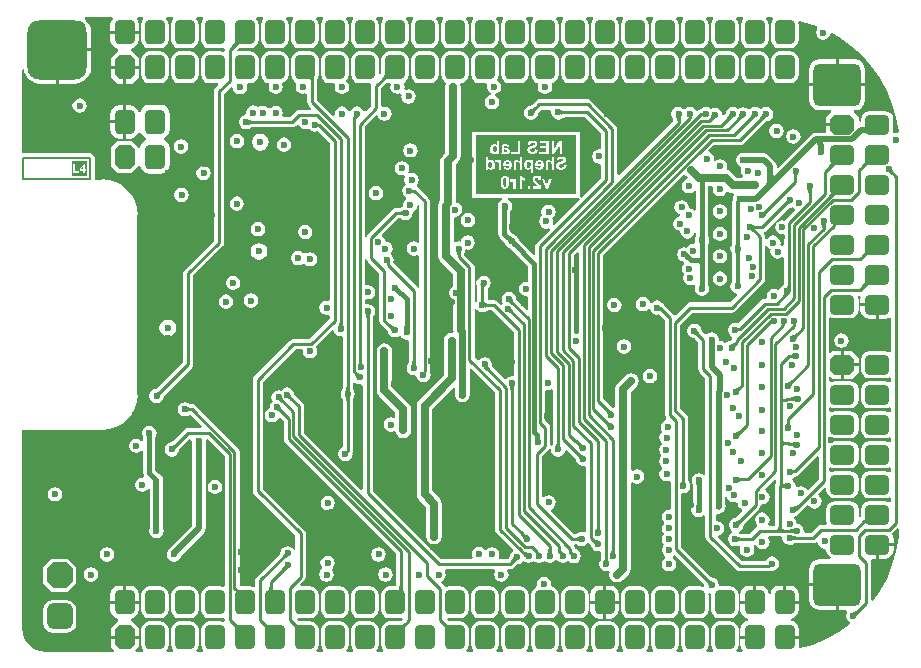
<source format=gbr>
%TF.GenerationSoftware,Altium Limited,Altium Designer,21.2.2 (38)*%
G04 Layer_Physical_Order=4*
G04 Layer_Color=16711680*
%FSLAX45Y45*%
%MOMM*%
%TF.SameCoordinates,D1C1B47B-FFDC-44FD-B647-F1046EBF8E97*%
%TF.FilePolarity,Positive*%
%TF.FileFunction,Copper,L4,Bot,Signal*%
%TF.Part,Single*%
G01*
G75*
%TA.AperFunction,Conductor*%
%ADD72C,0.25000*%
%ADD73C,0.50000*%
%ADD74C,0.40000*%
%ADD76C,0.30000*%
%ADD77C,0.70000*%
%ADD78C,0.60000*%
%TA.AperFunction,NonConductor*%
%ADD82C,0.15000*%
%TA.AperFunction,ComponentPad*%
G04:AMPARAMS|DCode=83|XSize=1.7mm|YSize=2.1mm|CornerRadius=0mm|HoleSize=0mm|Usage=FLASHONLY|Rotation=0.000|XOffset=0mm|YOffset=0mm|HoleType=Round|Shape=Octagon|*
%AMOCTAGOND83*
4,1,8,-0.42500,1.05000,0.42500,1.05000,0.85000,0.62500,0.85000,-0.62500,0.42500,-1.05000,-0.42500,-1.05000,-0.85000,-0.62500,-0.85000,0.62500,-0.42500,1.05000,0.0*
%
%ADD83OCTAGOND83*%

G04:AMPARAMS|DCode=84|XSize=1.7mm|YSize=2.1mm|CornerRadius=0.425mm|HoleSize=0mm|Usage=FLASHONLY|Rotation=0.000|XOffset=0mm|YOffset=0mm|HoleType=Round|Shape=RoundedRectangle|*
%AMROUNDEDRECTD84*
21,1,1.70000,1.25001,0,0,0.0*
21,1,0.85000,2.10000,0,0,0.0*
1,1,0.85000,0.42500,-0.62500*
1,1,0.85000,-0.42500,-0.62500*
1,1,0.85000,-0.42500,0.62500*
1,1,0.85000,0.42500,0.62500*
%
%ADD84ROUNDEDRECTD84*%
G04:AMPARAMS|DCode=85|XSize=1.7mm|YSize=2.1mm|CornerRadius=0.425mm|HoleSize=0mm|Usage=FLASHONLY|Rotation=270.000|XOffset=0mm|YOffset=0mm|HoleType=Round|Shape=RoundedRectangle|*
%AMROUNDEDRECTD85*
21,1,1.70000,1.25001,0,0,270.0*
21,1,0.85000,2.10000,0,0,270.0*
1,1,0.85000,-0.62500,-0.42500*
1,1,0.85000,-0.62500,0.42500*
1,1,0.85000,0.62500,0.42500*
1,1,0.85000,0.62500,-0.42500*
%
%ADD85ROUNDEDRECTD85*%
G04:AMPARAMS|DCode=86|XSize=1.7mm|YSize=2.1mm|CornerRadius=0mm|HoleSize=0mm|Usage=FLASHONLY|Rotation=270.000|XOffset=0mm|YOffset=0mm|HoleType=Round|Shape=Octagon|*
%AMOCTAGOND86*
4,1,8,1.05000,0.42500,1.05000,-0.42500,0.62500,-0.85000,-0.62500,-0.85000,-1.05000,-0.42500,-1.05000,0.42500,-0.62500,0.85000,0.62500,0.85000,1.05000,0.42500,0.0*
%
%ADD86OCTAGOND86*%

G04:AMPARAMS|DCode=87|XSize=4mm|YSize=3.6mm|CornerRadius=0.54mm|HoleSize=0mm|Usage=FLASHONLY|Rotation=0.000|XOffset=0mm|YOffset=0mm|HoleType=Round|Shape=RoundedRectangle|*
%AMROUNDEDRECTD87*
21,1,4.00000,2.52000,0,0,0.0*
21,1,2.92000,3.60000,0,0,0.0*
1,1,1.08000,1.46000,-1.26000*
1,1,1.08000,-1.46000,-1.26000*
1,1,1.08000,-1.46000,1.26000*
1,1,1.08000,1.46000,1.26000*
%
%ADD87ROUNDEDRECTD87*%
G04:AMPARAMS|DCode=88|XSize=5mm|YSize=5mm|CornerRadius=1mm|HoleSize=0mm|Usage=FLASHONLY|Rotation=0.000|XOffset=0mm|YOffset=0mm|HoleType=Round|Shape=RoundedRectangle|*
%AMROUNDEDRECTD88*
21,1,5.00000,3.00000,0,0,0.0*
21,1,3.00000,5.00000,0,0,0.0*
1,1,2.00000,1.50000,-1.50000*
1,1,2.00000,-1.50000,-1.50000*
1,1,2.00000,-1.50000,1.50000*
1,1,2.00000,1.50000,1.50000*
%
%ADD88ROUNDEDRECTD88*%
G04:AMPARAMS|DCode=89|XSize=2.2mm|YSize=2.2mm|CornerRadius=0.55mm|HoleSize=0mm|Usage=FLASHONLY|Rotation=270.000|XOffset=0mm|YOffset=0mm|HoleType=Round|Shape=RoundedRectangle|*
%AMROUNDEDRECTD89*
21,1,2.20000,1.10000,0,0,270.0*
21,1,1.10000,2.20000,0,0,270.0*
1,1,1.10000,-0.55000,-0.55000*
1,1,1.10000,-0.55000,0.55000*
1,1,1.10000,0.55000,0.55000*
1,1,1.10000,0.55000,-0.55000*
%
%ADD89ROUNDEDRECTD89*%
G04:AMPARAMS|DCode=90|XSize=2.2mm|YSize=2.2mm|CornerRadius=0mm|HoleSize=0mm|Usage=FLASHONLY|Rotation=270.000|XOffset=0mm|YOffset=0mm|HoleType=Round|Shape=Octagon|*
%AMOCTAGOND90*
4,1,8,-0.55000,-1.10000,0.55000,-1.10000,1.10000,-0.55000,1.10000,0.55000,0.55000,1.10000,-0.55000,1.10000,-1.10000,0.55000,-1.10000,-0.55000,-0.55000,-1.10000,0.0*
%
%ADD90OCTAGOND90*%

%TA.AperFunction,ViaPad*%
%ADD91C,0.60000*%
%ADD92C,1.20000*%
G36*
X2999174Y5186581D02*
X2997207Y5187923D01*
X2994788Y5188465D01*
X2991918Y5188207D01*
X2988597Y5187149D01*
X2984824Y5185292D01*
X2980600Y5182636D01*
X2975924Y5179179D01*
X2970797Y5174923D01*
X2959189Y5164011D01*
X2941511Y5181689D01*
X2947367Y5187718D01*
X2956679Y5198424D01*
X2960136Y5203100D01*
X2962792Y5207324D01*
X2964650Y5211097D01*
X2965707Y5214418D01*
X2965965Y5217288D01*
X2965423Y5219707D01*
X2964081Y5221674D01*
X2999174Y5186581D01*
D02*
G37*
G36*
X7493002Y5417006D02*
Y5417006D01*
X7507894Y5416745D01*
X7516718Y5416249D01*
X7522318Y5400911D01*
X7509207Y5381288D01*
X7503580Y5353000D01*
Y5228000D01*
X7509207Y5199712D01*
X7525231Y5175730D01*
X7549212Y5159706D01*
X7577500Y5154080D01*
X7662500D01*
X7690788Y5159706D01*
X7714769Y5175730D01*
X7730793Y5199712D01*
X7736420Y5228000D01*
Y5353000D01*
X7731889Y5375782D01*
X7733047Y5378623D01*
X7740955Y5386911D01*
X7743522Y5388331D01*
X7856187Y5355873D01*
X7892162Y5340972D01*
X7896631Y5322884D01*
X7888689Y5310999D01*
X7884032Y5287588D01*
X7888689Y5264177D01*
X7901950Y5244330D01*
X7921797Y5231069D01*
X7945208Y5226412D01*
X7968619Y5231069D01*
X7988465Y5244330D01*
X8001727Y5264177D01*
X8003500Y5273092D01*
X8020351Y5280918D01*
X8078040Y5249034D01*
X8178610Y5177676D01*
X8270558Y5095506D01*
X8352728Y5003559D01*
X8424085Y4902989D01*
X8483734Y4795062D01*
X8530925Y4681135D01*
X8565062Y4562641D01*
X8583960Y4451417D01*
X8570936Y4438753D01*
X8570825Y4438736D01*
X8561131Y4440664D01*
X8548099Y4438072D01*
X8535343Y4450829D01*
X8538420Y4466300D01*
Y4551300D01*
X8532793Y4579588D01*
X8516770Y4603569D01*
X8492788Y4619593D01*
X8464500Y4625220D01*
X8339500D01*
X8311212Y4619593D01*
X8287230Y4603569D01*
X8271206Y4579588D01*
X8265580Y4551300D01*
Y4529522D01*
X8263000Y4528302D01*
X8248000Y4537801D01*
Y4568800D01*
X8202543Y4614256D01*
X8208757Y4629256D01*
X8210500D01*
X8245226Y4636164D01*
X8274665Y4655834D01*
X8294336Y4685274D01*
X8301243Y4720000D01*
Y4833300D01*
X7827757D01*
Y4720000D01*
X7834664Y4685274D01*
X7854335Y4655834D01*
X7883774Y4636164D01*
X7918500Y4629256D01*
X8007243D01*
X8013457Y4614256D01*
X7968000Y4568800D01*
Y4521500D01*
X8108000D01*
Y4496100D01*
X7968000D01*
Y4448800D01*
X7964304Y4439877D01*
X7883800D01*
X7862340Y4435609D01*
X7844147Y4423453D01*
X7564935Y4144241D01*
X7551077Y4149981D01*
Y4155000D01*
X7546809Y4176460D01*
X7534653Y4194653D01*
X7479653Y4249653D01*
X7461460Y4261809D01*
X7440000Y4266077D01*
X7291662D01*
X7269342Y4270517D01*
X7245931Y4265860D01*
X7226084Y4252599D01*
X7212823Y4232753D01*
X7208166Y4209342D01*
X7212823Y4185931D01*
X7226084Y4166084D01*
X7245931Y4152823D01*
X7248895Y4152233D01*
X7252822Y4142752D01*
X7248166Y4119342D01*
X7252822Y4095931D01*
X7266084Y4076084D01*
X7261250Y4061274D01*
X7212451D01*
X7166862Y4106862D01*
X7145362Y4121228D01*
X7129504Y4124383D01*
X7126519Y4131589D01*
X7131175Y4155000D01*
X7126519Y4178411D01*
X7113257Y4198258D01*
X7093411Y4211519D01*
X7070000Y4216175D01*
X7046589Y4211519D01*
X7032973Y4202421D01*
X7019473Y4211441D01*
X7021175Y4220000D01*
X7016519Y4243411D01*
X7003258Y4263257D01*
X6983411Y4276519D01*
X6977271Y4277740D01*
X6972916Y4292094D01*
X7017490Y4336667D01*
X7240000D01*
X7256583Y4339966D01*
X7270641Y4349359D01*
X7453981Y4532700D01*
X7454614Y4533246D01*
X7456753Y4534897D01*
X7458744Y4536256D01*
X7460589Y4537354D01*
X7462280Y4538213D01*
X7463828Y4538866D01*
X7465248Y4539346D01*
X7466567Y4539680D01*
X7469027Y4540101D01*
X7471846Y4541181D01*
X7483411Y4543481D01*
X7503258Y4556742D01*
X7516519Y4576589D01*
X7521175Y4600000D01*
X7516519Y4623411D01*
X7503258Y4643257D01*
X7483411Y4656519D01*
X7460000Y4661175D01*
X7436589Y4656519D01*
X7426805Y4649981D01*
X7415000Y4644122D01*
X7403195Y4649981D01*
X7393411Y4656519D01*
X7370000Y4661175D01*
X7346589Y4656519D01*
X7326743Y4643257D01*
X7324636Y4640104D01*
X7313162D01*
X7307664Y4641703D01*
X7289449Y4653874D01*
X7266038Y4658531D01*
X7242627Y4653874D01*
X7224332Y4641649D01*
X7223258Y4643257D01*
X7203411Y4656519D01*
X7180000Y4661175D01*
X7156589Y4656519D01*
X7136743Y4643257D01*
X7123481Y4623411D01*
X7121181Y4611846D01*
X7120101Y4609027D01*
X7119680Y4606567D01*
X7119346Y4605248D01*
X7118867Y4603828D01*
X7118213Y4602279D01*
X7117354Y4600588D01*
X7116257Y4598744D01*
X7115135Y4597101D01*
X7112074Y4593355D01*
X7105871Y4587152D01*
X7099393Y4588408D01*
X7090566Y4593061D01*
X7086519Y4613411D01*
X7073257Y4633257D01*
X7053411Y4646519D01*
X7030000Y4651175D01*
X7006589Y4646519D01*
X6995866Y4639354D01*
X6993258Y4643257D01*
X6973411Y4656519D01*
X6950000Y4661175D01*
X6926589Y4656519D01*
X6906743Y4643257D01*
X6904616Y4640075D01*
X6890688Y4637304D01*
X6876630Y4627911D01*
X6873292Y4628240D01*
X6863258Y4643257D01*
X6843411Y4656519D01*
X6820000Y4661175D01*
X6796589Y4656519D01*
X6776743Y4643257D01*
X6759411Y4644318D01*
X6744106Y4654545D01*
X6720695Y4659202D01*
X6697284Y4654545D01*
X6677437Y4641284D01*
X6664176Y4621437D01*
X6659519Y4598026D01*
X6664176Y4574615D01*
X6670726Y4564813D01*
X6671957Y4562053D01*
X6673400Y4560015D01*
X6674095Y4558848D01*
X6674760Y4557505D01*
X6675392Y4555950D01*
X6675982Y4554143D01*
X6676510Y4552065D01*
X6676878Y4550109D01*
X6677362Y4545299D01*
Y4541993D01*
X6217191Y4081821D01*
X6203333Y4087562D01*
Y4470000D01*
X6200034Y4486583D01*
X6190641Y4500641D01*
X5980641Y4710641D01*
X5966583Y4720034D01*
X5950000Y4723332D01*
X5540000D01*
X5523417Y4720034D01*
X5509360Y4710641D01*
X5476020Y4677301D01*
X5475386Y4676754D01*
X5473247Y4675103D01*
X5471257Y4673744D01*
X5469411Y4672646D01*
X5467720Y4671786D01*
X5466172Y4671133D01*
X5464752Y4670654D01*
X5463433Y4670320D01*
X5460973Y4669899D01*
X5458154Y4668819D01*
X5446589Y4666519D01*
X5426743Y4653257D01*
X5413481Y4633411D01*
X5408825Y4610000D01*
X5413481Y4586589D01*
X5426743Y4566742D01*
X5446589Y4553481D01*
X5470000Y4548825D01*
X5493411Y4553481D01*
X5513257Y4566742D01*
X5526519Y4586589D01*
X5528819Y4598154D01*
X5529899Y4600973D01*
X5530320Y4603433D01*
X5530654Y4604752D01*
X5531133Y4606172D01*
X5531788Y4607721D01*
X5532646Y4609411D01*
X5533744Y4611256D01*
X5534865Y4612899D01*
X5537926Y4616645D01*
X5557949Y4636668D01*
X5634989D01*
X5644505Y4625073D01*
X5642173Y4613348D01*
X5646830Y4589937D01*
X5660091Y4570091D01*
X5679938Y4556830D01*
X5703349Y4552173D01*
X5726759Y4556830D01*
X5736562Y4563380D01*
X5739322Y4564611D01*
X5741360Y4566054D01*
X5742526Y4566748D01*
X5743870Y4567414D01*
X5745425Y4568045D01*
X5747232Y4568635D01*
X5749310Y4569163D01*
X5751266Y4569532D01*
X5756076Y4570016D01*
X5928703D01*
X6064168Y4434551D01*
Y4310179D01*
X6052573Y4300663D01*
X6050000Y4301175D01*
X6026589Y4296519D01*
X6006743Y4283257D01*
X5993481Y4263411D01*
X5988825Y4240000D01*
X5993481Y4216589D01*
X6006743Y4196742D01*
X6026589Y4183481D01*
X6050000Y4178825D01*
X6052573Y4179336D01*
X6064168Y4169820D01*
Y4055449D01*
X5900000Y3891281D01*
X5885000Y3897494D01*
Y4450000D01*
X4975000D01*
Y3890000D01*
X5221821D01*
X5223673Y3884763D01*
X5224316Y3875000D01*
X5206742Y3863258D01*
X5193481Y3843411D01*
X5188825Y3820000D01*
X5193481Y3796589D01*
X5194021Y3795782D01*
Y3585729D01*
X5197901Y3566220D01*
X5208952Y3549681D01*
X5244770Y3513863D01*
X5248361Y3509565D01*
X5249235Y3508382D01*
X5249396Y3508135D01*
X5251417Y3497975D01*
X5264679Y3478129D01*
X5284525Y3464867D01*
X5293676Y3463047D01*
X5302781Y3455123D01*
X5449020Y3308884D01*
Y3189214D01*
X5437425Y3179698D01*
X5430000Y3181176D01*
X5406589Y3176519D01*
X5386743Y3163258D01*
X5373481Y3143411D01*
X5368825Y3120000D01*
X5373481Y3096589D01*
X5386743Y3076743D01*
X5406589Y3063481D01*
X5430000Y3058825D01*
X5437425Y3060302D01*
X5449020Y3050786D01*
Y2943176D01*
X5435162Y2937436D01*
X5351114Y3021484D01*
X5350468Y3022254D01*
X5349141Y3024069D01*
X5348173Y3025618D01*
X5347515Y3026889D01*
X5347111Y3027871D01*
X5346889Y3028596D01*
X5346786Y3029116D01*
X5346750Y3029506D01*
X5346760Y3030413D01*
X5347424Y3033751D01*
X5342768Y3057162D01*
X5329506Y3077009D01*
X5309660Y3090270D01*
X5286249Y3094927D01*
X5262838Y3090270D01*
X5242991Y3077009D01*
X5229730Y3057162D01*
X5225073Y3033751D01*
X5229730Y3010340D01*
X5237571Y2998605D01*
X5230559Y2987591D01*
X5215298Y2985983D01*
X5190638Y3010643D01*
X5176580Y3020037D01*
X5159998Y3023335D01*
X5111846D01*
X5111010Y3023397D01*
X5108332Y3023741D01*
X5105962Y3024188D01*
X5104545Y3024548D01*
X5104185Y3025964D01*
X5103817Y3027920D01*
X5103332Y3032730D01*
Y3114774D01*
X5103425Y3115786D01*
X5103754Y3117783D01*
X5104107Y3119206D01*
X5104409Y3120072D01*
X5104446Y3120152D01*
X5105151Y3120688D01*
X5106528Y3122245D01*
X5113257Y3126743D01*
X5126519Y3146589D01*
X5131175Y3170000D01*
X5126519Y3193411D01*
X5113257Y3213257D01*
X5093411Y3226519D01*
X5070000Y3231175D01*
X5046589Y3226519D01*
X5026743Y3213257D01*
X5013481Y3193411D01*
X5008825Y3170000D01*
X5013481Y3146589D01*
X5015504Y3143562D01*
X5015549Y3143373D01*
X5015635Y3142889D01*
X5016668Y3127582D01*
Y3031848D01*
X5016606Y3031012D01*
X5016261Y3028334D01*
X5015815Y3025964D01*
X5015287Y3023886D01*
X5014698Y3022080D01*
X5014065Y3020523D01*
X5013400Y3019181D01*
X5012705Y3018013D01*
X5011263Y3015976D01*
X5010032Y3013217D01*
X5008332Y3010674D01*
X4993332Y3015224D01*
Y3300000D01*
X4990034Y3316583D01*
X4980641Y3330641D01*
X4903332Y3407949D01*
Y3408154D01*
X4903394Y3408990D01*
X4903739Y3411668D01*
X4904185Y3414038D01*
X4904713Y3416116D01*
X4905302Y3417923D01*
X4905935Y3419480D01*
X4906600Y3420821D01*
X4907295Y3421989D01*
X4908737Y3424027D01*
X4909968Y3426785D01*
X4916519Y3436589D01*
X4919748Y3452825D01*
X4935771Y3449638D01*
X4959182Y3454294D01*
X4979029Y3467556D01*
X4992290Y3487402D01*
X4996947Y3510813D01*
X4992290Y3534224D01*
X4979029Y3554071D01*
X4959182Y3567332D01*
X4935771Y3571989D01*
X4912360Y3567332D01*
X4892514Y3554071D01*
X4879252Y3534224D01*
X4876023Y3517988D01*
X4860000Y3521175D01*
X4836589Y3516519D01*
X4831263Y3512960D01*
X4816263Y3520978D01*
Y3583447D01*
X4817674Y3585558D01*
X4822331Y3608969D01*
X4817674Y3632380D01*
X4816263Y3634491D01*
Y3719725D01*
X4827859Y3729241D01*
X4829990Y3728817D01*
X4853401Y3733474D01*
X4873248Y3746735D01*
X4886509Y3766581D01*
X4891166Y3789992D01*
X4886509Y3813403D01*
X4873248Y3833250D01*
X4853401Y3846511D01*
X4836275Y3849918D01*
Y4172551D01*
X4856862Y4193138D01*
X4871229Y4214638D01*
X4876273Y4240000D01*
Y4823716D01*
X4877523Y4830000D01*
X4872478Y4855361D01*
X4874966Y4861366D01*
X4896788Y4865707D01*
X4920769Y4881730D01*
X4936793Y4905712D01*
X4942420Y4934000D01*
Y5059000D01*
X4936793Y5087288D01*
X4920769Y5111270D01*
X4896788Y5127294D01*
X4868500Y5132920D01*
X4783500D01*
X4755212Y5127294D01*
X4731231Y5111270D01*
X4715207Y5087288D01*
X4709580Y5059000D01*
Y4934000D01*
X4715207Y4905712D01*
X4731231Y4881730D01*
X4743644Y4873436D01*
X4748772Y4854111D01*
X4743727Y4828750D01*
Y4267451D01*
X4723138Y4246862D01*
X4708772Y4225362D01*
X4703727Y4200000D01*
X4703729Y4199990D01*
Y3870593D01*
X4703128Y3869992D01*
X4688762Y3848491D01*
X4683717Y3823130D01*
Y3400010D01*
X4688762Y3374648D01*
X4703128Y3353148D01*
X4813727Y3242549D01*
Y3139609D01*
X4796743Y3128260D01*
X4783481Y3108414D01*
X4778825Y3085003D01*
X4783481Y3061592D01*
X4796743Y3041745D01*
X4813727Y3030397D01*
Y2770000D01*
X4816039Y2758377D01*
X4803282Y2745620D01*
X4800000Y2746273D01*
X4774638Y2741228D01*
X4753138Y2726862D01*
X4738772Y2705362D01*
X4733727Y2680000D01*
Y2387451D01*
X4523138Y2176862D01*
X4508772Y2155361D01*
X4503727Y2130000D01*
Y1380000D01*
X4508772Y1354638D01*
X4523138Y1333138D01*
X4583727Y1272549D01*
Y1022201D01*
X4588772Y996839D01*
X4603138Y975338D01*
X4603376Y975100D01*
X4624877Y960734D01*
X4650239Y955689D01*
X4675600Y960734D01*
X4697101Y975100D01*
X4711467Y996600D01*
X4716512Y1021962D01*
X4716273Y1023161D01*
Y1300000D01*
X4711229Y1325362D01*
X4696862Y1346862D01*
X4636273Y1407451D01*
Y2102548D01*
X4814967Y2281242D01*
X4828825Y2275502D01*
Y2220000D01*
X4833481Y2196589D01*
X4846743Y2176742D01*
X4866589Y2163481D01*
X4890000Y2158824D01*
X4913411Y2163481D01*
X4933258Y2176742D01*
X4946519Y2196589D01*
X4951176Y2220000D01*
Y2437945D01*
X4965034Y2443685D01*
X5166668Y2242051D01*
Y1080000D01*
X5169966Y1063417D01*
X5179359Y1049360D01*
X5316257Y912462D01*
X5314787Y897534D01*
X5307401Y892599D01*
X5294140Y872752D01*
X5291839Y861188D01*
X5290760Y858369D01*
X5290339Y855909D01*
X5290004Y854590D01*
X5289525Y853169D01*
X5288871Y851620D01*
X5288012Y849930D01*
X5286915Y848085D01*
X5285793Y846442D01*
X5282732Y842696D01*
X5273368Y833332D01*
X5203571D01*
X5198199Y843382D01*
X5196865Y848333D01*
X5201175Y870000D01*
X5196519Y893411D01*
X5183257Y913258D01*
X5163411Y926519D01*
X5140000Y931175D01*
X5116589Y926519D01*
X5096742Y913258D01*
X5095691Y911683D01*
X5077650D01*
X5073258Y918257D01*
X5053411Y931519D01*
X5030000Y936175D01*
X5006589Y931519D01*
X4986743Y918257D01*
X4973481Y898411D01*
X4968825Y875000D01*
X4973481Y851589D01*
X4976841Y846561D01*
X4969770Y833332D01*
X4707949D01*
X4133431Y1407850D01*
Y2876739D01*
X4133493Y2877575D01*
X4133837Y2880253D01*
X4134284Y2882623D01*
X4134811Y2884701D01*
X4135401Y2886508D01*
X4136033Y2888064D01*
X4136698Y2889406D01*
X4137394Y2890574D01*
X4138836Y2892611D01*
X4140067Y2895370D01*
X4146617Y2905174D01*
X4151274Y2928585D01*
X4146617Y2951996D01*
X4133356Y2971842D01*
X4113509Y2985104D01*
X4090098Y2989760D01*
X4078333Y2987420D01*
X4063332Y2999529D01*
Y3020660D01*
X4078333Y3031642D01*
X4092500Y3028825D01*
X4115911Y3033481D01*
X4135758Y3046742D01*
X4149019Y3066589D01*
X4153675Y3090000D01*
X4149019Y3113411D01*
X4135758Y3133257D01*
X4115911Y3146519D01*
X4092500Y3151175D01*
X4078333Y3148357D01*
X4063332Y3159339D01*
Y3370154D01*
X4078332Y3371632D01*
X4079966Y3363419D01*
X4089359Y3349362D01*
X4186668Y3252053D01*
Y2850000D01*
X4189966Y2833417D01*
X4199359Y2819360D01*
X4236011Y2782708D01*
X4239743Y2780214D01*
X4253167Y2766790D01*
X4255064Y2764583D01*
X4258855Y2759616D01*
X4259796Y2758178D01*
X4260556Y2756858D01*
X4260974Y2756005D01*
X4261096Y2755696D01*
X4261467Y2754432D01*
X4262200Y2753030D01*
X4263481Y2746589D01*
X4276743Y2726743D01*
X4296589Y2713481D01*
X4320000Y2708825D01*
X4343411Y2713481D01*
X4351819Y2719099D01*
X4363398Y2726535D01*
X4371041Y2715276D01*
X4376743Y2706743D01*
X4396589Y2693481D01*
X4420000Y2688825D01*
X4425072Y2689834D01*
X4436668Y2680318D01*
Y2501846D01*
X4436606Y2501010D01*
X4436261Y2498332D01*
X4435815Y2495961D01*
X4435287Y2493884D01*
X4434698Y2492077D01*
X4434065Y2490520D01*
X4433400Y2489178D01*
X4432705Y2488011D01*
X4431263Y2485973D01*
X4430032Y2483214D01*
X4423481Y2473411D01*
X4418825Y2450000D01*
X4423481Y2426589D01*
X4436742Y2406742D01*
X4456589Y2393481D01*
X4480000Y2388825D01*
X4484645Y2389748D01*
X4501123Y2378443D01*
X4503481Y2366589D01*
X4516743Y2346743D01*
X4536589Y2333481D01*
X4560000Y2328825D01*
X4583411Y2333481D01*
X4603257Y2346743D01*
X4616519Y2366589D01*
X4621175Y2390000D01*
X4616519Y2413411D01*
X4612725Y2419089D01*
X4613332Y2422145D01*
Y3860000D01*
X4610034Y3876583D01*
X4600641Y3890641D01*
X4513370Y3977911D01*
X4507722Y3981685D01*
X4503484Y3995978D01*
X4505379Y3999918D01*
X4516519Y4016589D01*
X4521175Y4040000D01*
X4516519Y4063411D01*
X4503257Y4083258D01*
X4483411Y4096519D01*
X4460000Y4101175D01*
X4441847Y4097565D01*
X4432354Y4110356D01*
X4436519Y4116589D01*
X4441175Y4140000D01*
X4436519Y4163411D01*
X4423257Y4183258D01*
X4403411Y4196519D01*
X4380000Y4201175D01*
X4356589Y4196519D01*
X4336742Y4183258D01*
X4323481Y4163411D01*
X4318824Y4140000D01*
X4323481Y4116589D01*
X4336742Y4096743D01*
X4356589Y4083481D01*
X4380000Y4078825D01*
X4398152Y4082435D01*
X4407646Y4069644D01*
X4403481Y4063411D01*
X4398825Y4040000D01*
X4403481Y4016589D01*
X4412179Y4003572D01*
X4396743Y3993257D01*
X4383481Y3973411D01*
X4378825Y3950000D01*
X4383481Y3926589D01*
X4396743Y3906743D01*
X4413300Y3895679D01*
X4415331Y3883614D01*
X4414687Y3878566D01*
X4406743Y3873257D01*
X4393481Y3853411D01*
X4388825Y3830000D01*
X4391319Y3817460D01*
X4386589Y3816519D01*
X4376787Y3809969D01*
X4374027Y3808738D01*
X4371989Y3807295D01*
X4370822Y3806600D01*
X4369479Y3805934D01*
X4367924Y3805303D01*
X4366117Y3804713D01*
X4364038Y3804185D01*
X4362083Y3803817D01*
X4357273Y3803332D01*
X4330000D01*
X4313417Y3800034D01*
X4299359Y3790641D01*
X4089359Y3580641D01*
X4079966Y3566583D01*
X4078332Y3558371D01*
X4063332Y3559848D01*
Y4492051D01*
X4158397Y4587116D01*
X4172751Y4582761D01*
X4173481Y4579089D01*
X4186742Y4559243D01*
X4206589Y4545981D01*
X4230000Y4541325D01*
X4253411Y4545981D01*
X4273257Y4559243D01*
X4286519Y4579089D01*
X4291175Y4602500D01*
X4286519Y4625911D01*
X4273257Y4645758D01*
X4253411Y4659019D01*
X4230000Y4663675D01*
X4218333Y4661355D01*
X4203332Y4673510D01*
Y4816787D01*
X4246663Y4860118D01*
X4251411Y4864576D01*
X4251700Y4864814D01*
X4270861Y4861002D01*
X4276555Y4857577D01*
X4281824Y4845079D01*
X4278825Y4830000D01*
X4283481Y4806589D01*
X4296742Y4786743D01*
X4316589Y4773481D01*
X4340000Y4768825D01*
X4363411Y4773481D01*
X4376426Y4764137D01*
X4373116Y4747500D01*
X4377773Y4724089D01*
X4391034Y4704243D01*
X4410881Y4690981D01*
X4434292Y4686325D01*
X4457703Y4690981D01*
X4477549Y4704243D01*
X4490811Y4724089D01*
X4495467Y4747500D01*
X4490811Y4770911D01*
X4477549Y4790758D01*
X4457703Y4804019D01*
X4434292Y4808675D01*
X4410881Y4804019D01*
X4397866Y4813363D01*
X4401175Y4830000D01*
X4396519Y4853411D01*
X4400925Y4873816D01*
X4412769Y4881730D01*
X4428793Y4905712D01*
X4434420Y4934000D01*
Y5059000D01*
X4428793Y5087288D01*
X4412769Y5111270D01*
X4388788Y5127294D01*
X4360500Y5132920D01*
X4275500D01*
X4247212Y5127294D01*
X4223231Y5111270D01*
X4207207Y5087288D01*
X4201580Y5059000D01*
Y4943743D01*
X4195420Y4938006D01*
X4180420Y4944533D01*
Y5059000D01*
X4174793Y5087288D01*
X4158769Y5111270D01*
X4134788Y5127294D01*
X4106500Y5132920D01*
X4021500D01*
X3993212Y5127294D01*
X3969231Y5111270D01*
X3953207Y5087288D01*
X3947580Y5059000D01*
Y4934000D01*
X3953207Y4905712D01*
X3969231Y4881730D01*
X3993212Y4865707D01*
X4021500Y4860080D01*
X4106500D01*
X4109560Y4860688D01*
X4119168Y4847306D01*
X4116668Y4834736D01*
Y4667949D01*
X4070415Y4621696D01*
X4068670Y4622225D01*
X4055276Y4627771D01*
X4043257Y4645758D01*
X4023411Y4659019D01*
X4000000Y4663675D01*
X3976589Y4659019D01*
X3956742Y4645758D01*
X3943481Y4625911D01*
X3942647Y4621717D01*
X3927353D01*
X3926519Y4625911D01*
X3913257Y4645758D01*
X3893411Y4659019D01*
X3870000Y4663675D01*
X3846589Y4659019D01*
X3826742Y4645758D01*
X3813481Y4625911D01*
X3808824Y4602500D01*
X3811017Y4591478D01*
X3797193Y4584089D01*
X3663333Y4717949D01*
Y4896264D01*
X3662678Y4899553D01*
X3666793Y4905712D01*
X3672420Y4934000D01*
Y5059000D01*
X3666793Y5087288D01*
X3650769Y5111270D01*
X3626788Y5127294D01*
X3598500Y5132920D01*
X3513500D01*
X3485212Y5127294D01*
X3461231Y5111270D01*
X3445207Y5087288D01*
X3439580Y5059000D01*
Y4934000D01*
X3445207Y4905712D01*
X3461231Y4881730D01*
X3477223Y4871044D01*
X3483481Y4853411D01*
X3478825Y4830000D01*
X3483481Y4806589D01*
X3496743Y4786743D01*
X3516589Y4773481D01*
X3540000Y4768825D01*
X3561668Y4773134D01*
X3566618Y4771800D01*
X3576668Y4766429D01*
Y4700000D01*
X3579966Y4683417D01*
X3589360Y4669359D01*
X3611529Y4647190D01*
X3605789Y4633332D01*
X3510000D01*
X3493417Y4630034D01*
X3479360Y4620641D01*
X3432052Y4573332D01*
X3373571D01*
X3368200Y4583380D01*
X3366866Y4588333D01*
X3371175Y4610000D01*
X3366519Y4633411D01*
X3353257Y4653257D01*
X3333411Y4666519D01*
X3310000Y4671175D01*
X3286589Y4666519D01*
X3266743Y4653257D01*
X3262500Y4646908D01*
X3247500D01*
X3243257Y4653257D01*
X3223411Y4666519D01*
X3200000Y4671175D01*
X3176589Y4666519D01*
X3161239Y4656262D01*
X3144445Y4667483D01*
X3121034Y4672140D01*
X3097623Y4667483D01*
X3077777Y4654222D01*
X3064515Y4634376D01*
X3059859Y4610965D01*
X3061025Y4605101D01*
X3048939Y4588975D01*
X3036589Y4586519D01*
X3016743Y4573258D01*
X3003481Y4553411D01*
X2998825Y4530000D01*
X3003481Y4506589D01*
X3016743Y4486743D01*
X3036589Y4473481D01*
X3060000Y4468825D01*
X3083411Y4473481D01*
X3093214Y4480031D01*
X3095973Y4481263D01*
X3098011Y4482706D01*
X3099178Y4483400D01*
X3100521Y4484066D01*
X3102076Y4484697D01*
X3103883Y4485287D01*
X3105962Y4485815D01*
X3107917Y4486183D01*
X3112727Y4486668D01*
X3450000D01*
X3466583Y4489966D01*
X3480641Y4499360D01*
X3489106Y4507824D01*
X3505725Y4503231D01*
X3516743Y4486743D01*
X3536589Y4473481D01*
X3560000Y4468825D01*
X3583411Y4473481D01*
X3589515Y4477560D01*
X3596743Y4466743D01*
X3616589Y4453481D01*
X3640000Y4448825D01*
X3663411Y4453481D01*
X3664506Y4454213D01*
X3766668Y4352051D01*
Y3031010D01*
X3751667Y3018855D01*
X3740000Y3021175D01*
X3716589Y3016519D01*
X3696742Y3003257D01*
X3683481Y2983411D01*
X3678824Y2960000D01*
X3683481Y2936589D01*
X3696742Y2916742D01*
X3716589Y2903481D01*
X3740000Y2898825D01*
X3751667Y2901145D01*
X3766668Y2888990D01*
Y2867949D01*
X3592051Y2693332D01*
X3460000D01*
X3443417Y2690034D01*
X3429359Y2680641D01*
X3129360Y2380641D01*
X3119966Y2366583D01*
X3116668Y2350000D01*
Y1410000D01*
X3119966Y1393417D01*
X3129360Y1379359D01*
X3476668Y1032051D01*
Y915221D01*
X3461668Y910671D01*
X3453258Y923257D01*
X3433411Y936519D01*
X3410000Y941175D01*
X3386589Y936519D01*
X3366743Y923257D01*
X3353481Y903411D01*
X3351181Y891848D01*
X3350100Y889026D01*
X3349679Y886562D01*
X3349346Y885249D01*
X3348867Y883829D01*
X3348213Y882279D01*
X3347353Y880587D01*
X3346256Y878744D01*
X3345133Y877098D01*
X3342076Y873357D01*
X3149359Y680640D01*
X3139966Y666583D01*
X3136668Y650000D01*
Y599257D01*
X3123439Y592186D01*
X3118788Y595293D01*
X3090500Y600920D01*
X3010748D01*
X3003332Y607254D01*
Y1740000D01*
X3000034Y1756583D01*
X2990640Y1770641D01*
X2630640Y2130641D01*
X2616583Y2140034D01*
X2600000Y2143333D01*
X2591846D01*
X2591010Y2143394D01*
X2588332Y2143739D01*
X2585962Y2144185D01*
X2583884Y2144713D01*
X2582077Y2145303D01*
X2580520Y2145935D01*
X2579178Y2146600D01*
X2578011Y2147295D01*
X2575973Y2148737D01*
X2573215Y2149968D01*
X2563411Y2156519D01*
X2540000Y2161176D01*
X2516589Y2156519D01*
X2496743Y2143258D01*
X2483481Y2123411D01*
X2478825Y2100000D01*
X2483481Y2076589D01*
X2496743Y2056743D01*
X2516589Y2043481D01*
X2540000Y2038825D01*
X2563411Y2043481D01*
X2573214Y2050031D01*
X2575973Y2051263D01*
X2578011Y2052706D01*
X2579178Y2053400D01*
X2580521Y2054066D01*
X2582076Y2054697D01*
X2583543Y2055176D01*
X2681528Y1957190D01*
X2675788Y1943332D01*
X2570000D01*
X2553417Y1940034D01*
X2539359Y1930641D01*
X2436021Y1827302D01*
X2435387Y1826756D01*
X2433247Y1825103D01*
X2431258Y1823745D01*
X2429413Y1822647D01*
X2427719Y1821787D01*
X2426172Y1821134D01*
X2424751Y1820654D01*
X2423438Y1820321D01*
X2420974Y1819900D01*
X2418152Y1818819D01*
X2406589Y1816519D01*
X2386743Y1803258D01*
X2373481Y1783411D01*
X2368825Y1760000D01*
X2373481Y1736589D01*
X2386743Y1716743D01*
X2406589Y1703481D01*
X2430000Y1698825D01*
X2453411Y1703481D01*
X2473258Y1716743D01*
X2486519Y1736589D01*
X2488819Y1748152D01*
X2489900Y1750974D01*
X2490321Y1753438D01*
X2490654Y1754751D01*
X2491133Y1756171D01*
X2491788Y1757721D01*
X2492647Y1759413D01*
X2493744Y1761256D01*
X2494867Y1762902D01*
X2497925Y1766644D01*
X2577859Y1846578D01*
X2587425Y1846078D01*
X2599062Y1831192D01*
X2598825Y1830000D01*
X2603481Y1806589D01*
X2603923Y1805928D01*
Y1113228D01*
X2412260Y921566D01*
X2400104Y903373D01*
X2400090Y903302D01*
X2393481Y893411D01*
X2388825Y870000D01*
X2393481Y846589D01*
X2406742Y826743D01*
X2426589Y813481D01*
X2450000Y808825D01*
X2473411Y813481D01*
X2493257Y826743D01*
X2506519Y846589D01*
X2509157Y859851D01*
X2699653Y1050347D01*
X2711809Y1068540D01*
X2716077Y1090000D01*
Y1805928D01*
X2716519Y1806589D01*
X2721175Y1830000D01*
X2718855Y1841667D01*
X2719186Y1842418D01*
X2732576Y1849575D01*
X2876668Y1705483D01*
Y604023D01*
X2861667Y595914D01*
X2836500Y600920D01*
X2751500D01*
X2723212Y595293D01*
X2699231Y579270D01*
X2683207Y555288D01*
X2677580Y527000D01*
Y402000D01*
X2683207Y373712D01*
X2699231Y349730D01*
X2723212Y333706D01*
X2751500Y328080D01*
X2836500D01*
X2861667Y333086D01*
X2876668Y324977D01*
Y318500D01*
X2878297Y310307D01*
X2864797Y301287D01*
X2864788Y301294D01*
X2836500Y306920D01*
X2751500D01*
X2723212Y301294D01*
X2699231Y285270D01*
X2683207Y261288D01*
X2677580Y233000D01*
Y108000D01*
X2683207Y79712D01*
X2697083Y58944D01*
X2691926Y43944D01*
X2642074D01*
X2636917Y58944D01*
X2650793Y79712D01*
X2656420Y108000D01*
Y233000D01*
X2650793Y261288D01*
X2634769Y285270D01*
X2610788Y301294D01*
X2582500Y306920D01*
X2497500D01*
X2469212Y301294D01*
X2445231Y285270D01*
X2429207Y261288D01*
X2423580Y233000D01*
Y108000D01*
X2429207Y79712D01*
X2443083Y58944D01*
X2437926Y43944D01*
X2388074D01*
X2382917Y58944D01*
X2396793Y79712D01*
X2402420Y108000D01*
Y233000D01*
X2396793Y261288D01*
X2380769Y285270D01*
X2356788Y301294D01*
X2328500Y306920D01*
X2243500D01*
X2215212Y301294D01*
X2191231Y285270D01*
X2175207Y261288D01*
X2169580Y233000D01*
Y108000D01*
X2175207Y79712D01*
X2189083Y58944D01*
X2183926Y43944D01*
X2125042D01*
X2119302Y57802D01*
X2152000Y90500D01*
Y157800D01*
X1912000D01*
Y90500D01*
X1944698Y57802D01*
X1938958Y43944D01*
X1371600D01*
X1369643Y43555D01*
X1317066Y50477D01*
X1266249Y71526D01*
X1222611Y105011D01*
X1189126Y148649D01*
X1168077Y199466D01*
X1161155Y252043D01*
X1161544Y254000D01*
Y1924556D01*
X1841500D01*
Y1923962D01*
X1899742Y1929699D01*
X1955745Y1946687D01*
X2007359Y1974275D01*
X2052598Y2011402D01*
X2089725Y2056641D01*
X2117313Y2108255D01*
X2134301Y2164258D01*
X2140038Y2222500D01*
X2139444D01*
Y3746500D01*
X2140038D01*
X2134301Y3804742D01*
X2117313Y3860745D01*
X2089725Y3912359D01*
X2052598Y3957598D01*
X2007359Y3994725D01*
X1955745Y4022313D01*
X1899742Y4039301D01*
X1841500Y4045038D01*
Y4044444D01*
X1782525D01*
X1776734Y4051500D01*
Y4228500D01*
X1773824Y4243132D01*
X1765536Y4255536D01*
X1753132Y4263824D01*
X1738500Y4266734D01*
X1171500D01*
X1161544Y4274905D01*
Y4975738D01*
X1176544Y4976721D01*
X1178975Y4958258D01*
X1192578Y4925418D01*
X1214217Y4897217D01*
X1242418Y4875578D01*
X1275258Y4861975D01*
X1310500Y4857335D01*
X1447800D01*
Y5143500D01*
X1460500D01*
Y5156200D01*
X1746665D01*
Y5293500D01*
X1742025Y5328742D01*
X1728422Y5361582D01*
X1706783Y5389783D01*
X1690789Y5402056D01*
X1695881Y5417056D01*
X1921052D01*
X1929070Y5402056D01*
X1916497Y5383239D01*
X1910482Y5353000D01*
Y5303200D01*
X2153518D01*
Y5353000D01*
X2147503Y5383239D01*
X2134930Y5402056D01*
X2142948Y5417056D01*
X2183926D01*
X2189083Y5402056D01*
X2175207Y5381288D01*
X2169580Y5353000D01*
Y5228000D01*
X2175207Y5199712D01*
X2191231Y5175730D01*
X2215212Y5159706D01*
X2243500Y5154080D01*
X2328500D01*
X2356788Y5159706D01*
X2380769Y5175730D01*
X2396793Y5199712D01*
X2402420Y5228000D01*
Y5353000D01*
X2396793Y5381288D01*
X2382917Y5402056D01*
X2388074Y5417056D01*
X2437926D01*
X2443083Y5402056D01*
X2429207Y5381288D01*
X2423580Y5353000D01*
Y5228000D01*
X2429207Y5199712D01*
X2445231Y5175730D01*
X2469212Y5159706D01*
X2497500Y5154080D01*
X2582500D01*
X2610788Y5159706D01*
X2634769Y5175730D01*
X2650793Y5199712D01*
X2656420Y5228000D01*
Y5353000D01*
X2650793Y5381288D01*
X2636917Y5402056D01*
X2642074Y5417056D01*
X2691926D01*
X2697083Y5402056D01*
X2683207Y5381288D01*
X2677580Y5353000D01*
Y5228000D01*
X2683207Y5199712D01*
X2699231Y5175730D01*
X2723212Y5159706D01*
X2751500Y5154080D01*
X2836500D01*
X2864788Y5159706D01*
X2864797Y5159713D01*
X2878297Y5150693D01*
X2876668Y5142500D01*
Y5136023D01*
X2861667Y5127914D01*
X2836500Y5132920D01*
X2751500D01*
X2723212Y5127294D01*
X2699231Y5111270D01*
X2683207Y5087288D01*
X2677580Y5059000D01*
Y4934000D01*
X2683207Y4905712D01*
X2699231Y4881730D01*
X2723212Y4865707D01*
X2751500Y4860080D01*
X2817585D01*
X2823799Y4845080D01*
X2799359Y4820640D01*
X2789966Y4806582D01*
X2786668Y4790000D01*
Y3527949D01*
X2539359Y3280641D01*
X2529966Y3266583D01*
X2526668Y3250000D01*
Y2497949D01*
X2307043Y2278324D01*
X2306397Y2277769D01*
X2304290Y2276153D01*
X2302321Y2274820D01*
X2300490Y2273744D01*
X2298802Y2272899D01*
X2297243Y2272253D01*
X2295791Y2271774D01*
X2294430Y2271438D01*
X2291911Y2271024D01*
X2289079Y2269960D01*
X2277162Y2267589D01*
X2257316Y2254328D01*
X2244054Y2234481D01*
X2239398Y2211071D01*
X2244054Y2187660D01*
X2257316Y2167813D01*
X2277162Y2154552D01*
X2300573Y2149895D01*
X2323984Y2154552D01*
X2343830Y2167813D01*
X2357092Y2187660D01*
X2359324Y2198881D01*
X2360416Y2201680D01*
X2360843Y2204084D01*
X2361174Y2205354D01*
X2361654Y2206744D01*
X2362315Y2208280D01*
X2363187Y2209973D01*
X2364304Y2211828D01*
X2365463Y2213509D01*
X2368549Y2217268D01*
X2600640Y2449359D01*
X2610034Y2463417D01*
X2613332Y2480000D01*
Y3232051D01*
X2860640Y3479360D01*
X2870034Y3493417D01*
X2873332Y3510000D01*
Y4772051D01*
X2932194Y4830913D01*
X2946085Y4823591D01*
X2950133Y4803241D01*
X2963394Y4783394D01*
X2983241Y4770133D01*
X3006652Y4765476D01*
X3030063Y4770133D01*
X3049909Y4783394D01*
X3063171Y4803241D01*
X3067827Y4826652D01*
X3064162Y4845079D01*
X3073145Y4860080D01*
X3090500D01*
X3118788Y4865707D01*
X3142769Y4881730D01*
X3158793Y4905712D01*
X3164420Y4934000D01*
Y5059000D01*
X3158793Y5087288D01*
X3142769Y5111270D01*
X3118788Y5127294D01*
X3090500Y5132920D01*
X3005500D01*
X2989790Y5129795D01*
X2982401Y5143620D01*
X2986242Y5147461D01*
X2991060Y5151990D01*
X2994800Y5155095D01*
X2995987Y5155972D01*
X3005500Y5154080D01*
X3090500D01*
X3118788Y5159706D01*
X3142769Y5175730D01*
X3158793Y5199712D01*
X3164420Y5228000D01*
Y5353000D01*
X3158793Y5381288D01*
X3144917Y5402056D01*
X3150074Y5417056D01*
X3199926D01*
X3205083Y5402056D01*
X3191207Y5381288D01*
X3185580Y5353000D01*
Y5228000D01*
X3191207Y5199712D01*
X3207231Y5175730D01*
X3231212Y5159706D01*
X3259500Y5154080D01*
X3344500D01*
X3372788Y5159706D01*
X3396769Y5175730D01*
X3412793Y5199712D01*
X3418420Y5228000D01*
Y5353000D01*
X3412793Y5381288D01*
X3398917Y5402056D01*
X3404074Y5417056D01*
X3453926D01*
X3459083Y5402056D01*
X3445207Y5381288D01*
X3439580Y5353000D01*
Y5228000D01*
X3445207Y5199712D01*
X3461231Y5175730D01*
X3485212Y5159706D01*
X3513500Y5154080D01*
X3598500D01*
X3626788Y5159706D01*
X3650769Y5175730D01*
X3666793Y5199712D01*
X3672420Y5228000D01*
Y5353000D01*
X3666793Y5381288D01*
X3652917Y5402056D01*
X3658074Y5417056D01*
X3707926D01*
X3713083Y5402056D01*
X3699207Y5381288D01*
X3693580Y5353000D01*
Y5228000D01*
X3699207Y5199712D01*
X3715231Y5175730D01*
X3739212Y5159706D01*
X3767500Y5154080D01*
X3852500D01*
X3880788Y5159706D01*
X3904769Y5175730D01*
X3920793Y5199712D01*
X3926420Y5228000D01*
Y5353000D01*
X3920793Y5381288D01*
X3906917Y5402056D01*
X3912074Y5417056D01*
X3961926D01*
X3967083Y5402056D01*
X3953207Y5381288D01*
X3947580Y5353000D01*
Y5228000D01*
X3953207Y5199712D01*
X3969231Y5175730D01*
X3993212Y5159706D01*
X4021500Y5154080D01*
X4106500D01*
X4134788Y5159706D01*
X4158769Y5175730D01*
X4174793Y5199712D01*
X4180420Y5228000D01*
Y5353000D01*
X4174793Y5381288D01*
X4160917Y5402056D01*
X4166074Y5417056D01*
X4215926D01*
X4221083Y5402056D01*
X4207207Y5381288D01*
X4201580Y5353000D01*
Y5228000D01*
X4207207Y5199712D01*
X4223231Y5175730D01*
X4247212Y5159706D01*
X4275500Y5154080D01*
X4360500D01*
X4388788Y5159706D01*
X4412769Y5175730D01*
X4428793Y5199712D01*
X4434420Y5228000D01*
Y5353000D01*
X4428793Y5381288D01*
X4414917Y5402056D01*
X4420074Y5417056D01*
X4469926D01*
X4475083Y5402056D01*
X4461207Y5381288D01*
X4455580Y5353000D01*
Y5228000D01*
X4461207Y5199712D01*
X4477231Y5175730D01*
X4501212Y5159706D01*
X4529500Y5154080D01*
X4614500D01*
X4642788Y5159706D01*
X4666769Y5175730D01*
X4682793Y5199712D01*
X4688420Y5228000D01*
Y5353000D01*
X4682793Y5381288D01*
X4668917Y5402056D01*
X4674074Y5417056D01*
X4723926D01*
X4729083Y5402056D01*
X4715207Y5381288D01*
X4709580Y5353000D01*
Y5228000D01*
X4715207Y5199712D01*
X4731231Y5175730D01*
X4755212Y5159706D01*
X4783500Y5154080D01*
X4868500D01*
X4896788Y5159706D01*
X4920769Y5175730D01*
X4936793Y5199712D01*
X4942420Y5228000D01*
Y5353000D01*
X4936793Y5381288D01*
X4922917Y5402056D01*
X4928074Y5417056D01*
X4977926D01*
X4983083Y5402056D01*
X4969207Y5381288D01*
X4963580Y5353000D01*
Y5228000D01*
X4969207Y5199712D01*
X4985231Y5175730D01*
X5009212Y5159706D01*
X5037500Y5154080D01*
X5122500D01*
X5150788Y5159706D01*
X5174769Y5175730D01*
X5190793Y5199712D01*
X5196420Y5228000D01*
Y5353000D01*
X5190793Y5381288D01*
X5176917Y5402056D01*
X5182074Y5417056D01*
X5231926D01*
X5237083Y5402056D01*
X5223207Y5381288D01*
X5217580Y5353000D01*
Y5228000D01*
X5223207Y5199712D01*
X5239231Y5175730D01*
X5263212Y5159706D01*
X5291500Y5154080D01*
X5376500D01*
X5404788Y5159706D01*
X5428769Y5175730D01*
X5444793Y5199712D01*
X5450420Y5228000D01*
Y5353000D01*
X5444793Y5381288D01*
X5430917Y5402056D01*
X5436074Y5417056D01*
X5485926D01*
X5491083Y5402056D01*
X5477207Y5381288D01*
X5471580Y5353000D01*
Y5228000D01*
X5477207Y5199712D01*
X5493231Y5175730D01*
X5517212Y5159706D01*
X5545500Y5154080D01*
X5630500D01*
X5658788Y5159706D01*
X5682769Y5175730D01*
X5698793Y5199712D01*
X5704420Y5228000D01*
Y5353000D01*
X5698793Y5381288D01*
X5684917Y5402056D01*
X5690074Y5417056D01*
X5739926D01*
X5745083Y5402056D01*
X5731207Y5381288D01*
X5725580Y5353000D01*
Y5228000D01*
X5731207Y5199712D01*
X5747231Y5175730D01*
X5771212Y5159706D01*
X5799500Y5154080D01*
X5884500D01*
X5912788Y5159706D01*
X5936769Y5175730D01*
X5952793Y5199712D01*
X5958420Y5228000D01*
Y5353000D01*
X5952793Y5381288D01*
X5938917Y5402056D01*
X5944074Y5417056D01*
X5993926D01*
X5999083Y5402056D01*
X5985207Y5381288D01*
X5979580Y5353000D01*
Y5228000D01*
X5985207Y5199712D01*
X6001231Y5175730D01*
X6025212Y5159706D01*
X6053500Y5154080D01*
X6138500D01*
X6166788Y5159706D01*
X6190769Y5175730D01*
X6206793Y5199712D01*
X6212420Y5228000D01*
Y5353000D01*
X6206793Y5381288D01*
X6192917Y5402056D01*
X6198074Y5417056D01*
X6247926D01*
X6253083Y5402056D01*
X6239207Y5381288D01*
X6233580Y5353000D01*
Y5228000D01*
X6239207Y5199712D01*
X6255231Y5175730D01*
X6279212Y5159706D01*
X6307500Y5154080D01*
X6392500D01*
X6420788Y5159706D01*
X6444769Y5175730D01*
X6460793Y5199712D01*
X6466420Y5228000D01*
Y5353000D01*
X6460793Y5381288D01*
X6446917Y5402056D01*
X6452074Y5417056D01*
X6501926D01*
X6507083Y5402056D01*
X6493207Y5381288D01*
X6487580Y5353000D01*
Y5228000D01*
X6493207Y5199712D01*
X6509231Y5175730D01*
X6533212Y5159706D01*
X6561500Y5154080D01*
X6646500D01*
X6674788Y5159706D01*
X6698769Y5175730D01*
X6714793Y5199712D01*
X6720420Y5228000D01*
Y5353000D01*
X6714793Y5381288D01*
X6700917Y5402056D01*
X6706074Y5417056D01*
X6755926D01*
X6761083Y5402056D01*
X6747207Y5381288D01*
X6741580Y5353000D01*
Y5228000D01*
X6747207Y5199712D01*
X6763231Y5175730D01*
X6787212Y5159706D01*
X6815500Y5154080D01*
X6900500D01*
X6928788Y5159706D01*
X6952769Y5175730D01*
X6968793Y5199712D01*
X6974420Y5228000D01*
Y5353000D01*
X6968793Y5381288D01*
X6954917Y5402056D01*
X6960074Y5417056D01*
X7009926D01*
X7015083Y5402056D01*
X7001207Y5381288D01*
X6995580Y5353000D01*
Y5228000D01*
X7001207Y5199712D01*
X7017231Y5175730D01*
X7041212Y5159706D01*
X7069500Y5154080D01*
X7154500D01*
X7182788Y5159706D01*
X7206769Y5175730D01*
X7222793Y5199712D01*
X7228420Y5228000D01*
Y5353000D01*
X7222793Y5381288D01*
X7208917Y5402056D01*
X7214074Y5417056D01*
X7263926D01*
X7269083Y5402056D01*
X7255207Y5381288D01*
X7249580Y5353000D01*
Y5228000D01*
X7255207Y5199712D01*
X7271231Y5175730D01*
X7295212Y5159706D01*
X7323500Y5154080D01*
X7408500D01*
X7436788Y5159706D01*
X7460769Y5175730D01*
X7476793Y5199712D01*
X7482420Y5228000D01*
Y5353000D01*
X7476793Y5381288D01*
X7462917Y5402056D01*
X7468074Y5417056D01*
X7492754D01*
X7493002Y5417006D01*
D02*
G37*
G36*
X4256841Y4896387D02*
X4255411Y4898284D01*
X4253474Y4899323D01*
X4251028Y4899505D01*
X4248076Y4898829D01*
X4244616Y4897296D01*
X4240649Y4894905D01*
X4236174Y4891656D01*
X4231192Y4887550D01*
X4219706Y4876764D01*
X4207430Y4899844D01*
X4213386Y4905973D01*
X4223047Y4917024D01*
X4226754Y4921946D01*
X4229710Y4926466D01*
X4231917Y4930584D01*
X4233374Y4934300D01*
X4234081Y4937613D01*
X4234038Y4940524D01*
X4233246Y4943032D01*
X4256841Y4896387D01*
D02*
G37*
G36*
X7969584Y4715916D02*
X7931316Y4692549D01*
X7916255Y4733601D01*
X7917843Y4733201D01*
X7919743Y4733219D01*
X7921957Y4733655D01*
X7924484Y4734510D01*
X7927323Y4735783D01*
X7930476Y4737475D01*
X7933942Y4739584D01*
X7941813Y4745059D01*
X7946219Y4748424D01*
X7969584Y4715916D01*
D02*
G37*
G36*
X8188218Y4746107D02*
X8199244Y4738105D01*
X8202320Y4736303D01*
X8205096Y4734935D01*
X8207572Y4734000D01*
X8209749Y4733497D01*
X8211626Y4733428D01*
X8213204Y4733792D01*
X8197328Y4693284D01*
X8159672Y4717778D01*
X8183944Y4749641D01*
X8188218Y4746107D01*
D02*
G37*
G36*
X5519336Y4641658D02*
X5516044Y4638206D01*
X5510348Y4631235D01*
X5507945Y4627716D01*
X5505838Y4624175D01*
X5504027Y4620611D01*
X5502513Y4617024D01*
X5501296Y4613415D01*
X5500374Y4609784D01*
X5499749Y4606130D01*
X5466131Y4639749D01*
X5469784Y4640374D01*
X5473416Y4641296D01*
X5477024Y4642513D01*
X5480611Y4644027D01*
X5484175Y4645838D01*
X5487716Y4647944D01*
X5491235Y4650348D01*
X5494732Y4653047D01*
X5498206Y4656044D01*
X5501658Y4659336D01*
X5519336Y4641658D01*
D02*
G37*
G36*
X5724674Y4634979D02*
X5727893Y4633062D01*
X5731306Y4631372D01*
X5734912Y4629906D01*
X5738713Y4628666D01*
X5742707Y4627652D01*
X5746895Y4626863D01*
X5751276Y4626299D01*
X5755851Y4625961D01*
X5760620Y4625849D01*
Y4600848D01*
X5755851Y4600736D01*
X5746895Y4599834D01*
X5742707Y4599045D01*
X5738713Y4598030D01*
X5734912Y4596790D01*
X5731306Y4595325D01*
X5727893Y4593634D01*
X5724674Y4591718D01*
X5721648Y4589576D01*
Y4637121D01*
X5724674Y4634979D01*
D02*
G37*
G36*
X3996728Y4572679D02*
X3981339Y4556691D01*
X3963661Y4574368D01*
X3965825Y4576544D01*
X3974555Y4586311D01*
X3974575Y4586576D01*
X3996728Y4572679D01*
D02*
G37*
G36*
X7463870Y4570251D02*
X7460216Y4569626D01*
X7456585Y4568704D01*
X7452976Y4567487D01*
X7449389Y4565973D01*
X7445825Y4564162D01*
X7442284Y4562055D01*
X7438765Y4559652D01*
X7435268Y4556953D01*
X7431794Y4553956D01*
X7428342Y4550664D01*
X7410664Y4568342D01*
X7413956Y4571793D01*
X7419652Y4578765D01*
X7422056Y4582284D01*
X7424162Y4585825D01*
X7425973Y4589389D01*
X7427487Y4592976D01*
X7428704Y4596584D01*
X7429626Y4600216D01*
X7430251Y4603869D01*
X7463870Y4570251D01*
D02*
G37*
G36*
X7373870Y4570250D02*
X7370216Y4569626D01*
X7366584Y4568704D01*
X7362976Y4567487D01*
X7359389Y4565973D01*
X7355825Y4564162D01*
X7352283Y4562055D01*
X7348765Y4559652D01*
X7345268Y4556953D01*
X7341794Y4553956D01*
X7338342Y4550664D01*
X7320664Y4568342D01*
X7323957Y4571793D01*
X7329652Y4578765D01*
X7332055Y4582284D01*
X7334162Y4585825D01*
X7335973Y4589389D01*
X7337487Y4592976D01*
X7338705Y4596585D01*
X7339626Y4600216D01*
X7340251Y4603870D01*
X7373870Y4570250D01*
D02*
G37*
G36*
X7183870Y4570251D02*
X7180216Y4569626D01*
X7176585Y4568704D01*
X7172976Y4567487D01*
X7169389Y4565973D01*
X7165825Y4564162D01*
X7162284Y4562055D01*
X7158765Y4559652D01*
X7155268Y4556953D01*
X7151794Y4553956D01*
X7148342Y4550664D01*
X7130664Y4568342D01*
X7133957Y4571793D01*
X7139652Y4578765D01*
X7142056Y4582284D01*
X7144162Y4585825D01*
X7145973Y4589389D01*
X7147487Y4592976D01*
X7148705Y4596584D01*
X7149626Y4600216D01*
X7150251Y4603869D01*
X7183870Y4570251D01*
D02*
G37*
G36*
X7270832Y4567741D02*
X7267460Y4567047D01*
X7264071Y4566055D01*
X7260665Y4564763D01*
X7257243Y4563173D01*
X7253804Y4561285D01*
X7250348Y4559098D01*
X7246876Y4556612D01*
X7239880Y4550744D01*
X7236357Y4547362D01*
X7217469Y4563829D01*
X7220745Y4567278D01*
X7223708Y4570759D01*
X7226358Y4574271D01*
X7228695Y4577816D01*
X7230718Y4581391D01*
X7232428Y4584999D01*
X7233824Y4588638D01*
X7234908Y4592309D01*
X7235677Y4596012D01*
X7236134Y4599746D01*
X7270832Y4567741D01*
D02*
G37*
G36*
X6742325Y4576701D02*
X6740409Y4573482D01*
X6738718Y4570069D01*
X6737253Y4566463D01*
X6736013Y4562662D01*
X6734998Y4558668D01*
X6734209Y4554480D01*
X6733646Y4550099D01*
X6733307Y4545524D01*
X6733195Y4540755D01*
X6708195D01*
X6708082Y4545524D01*
X6707180Y4554480D01*
X6706391Y4558668D01*
X6705377Y4562662D01*
X6704137Y4566463D01*
X6702671Y4570069D01*
X6700981Y4573482D01*
X6699064Y4576701D01*
X6696923Y4579726D01*
X6744467D01*
X6742325Y4576701D01*
D02*
G37*
G36*
X7033869Y4560251D02*
X7030216Y4559626D01*
X7026584Y4558704D01*
X7022976Y4557487D01*
X7019389Y4555973D01*
X7015825Y4554162D01*
X7012284Y4552055D01*
X7008764Y4549652D01*
X7005268Y4546953D01*
X7001793Y4543956D01*
X6998342Y4540664D01*
X6980664Y4558342D01*
X6983956Y4561794D01*
X6989652Y4568765D01*
X6992055Y4572284D01*
X6994162Y4575825D01*
X6995973Y4579389D01*
X6997487Y4582976D01*
X6998704Y4586584D01*
X6999626Y4590216D01*
X7000251Y4593869D01*
X7033869Y4560251D01*
D02*
G37*
G36*
X3081325Y4551630D02*
X3084545Y4549714D01*
X3087957Y4548023D01*
X3091564Y4546558D01*
X3095364Y4545318D01*
X3099358Y4544304D01*
X3103546Y4543515D01*
X3107927Y4542951D01*
X3112503Y4542613D01*
X3117272Y4542500D01*
Y4517500D01*
X3112503Y4517387D01*
X3103546Y4516486D01*
X3099358Y4515697D01*
X3095364Y4514682D01*
X3091564Y4513442D01*
X3087957Y4511977D01*
X3084545Y4510286D01*
X3081325Y4508370D01*
X3078300Y4506228D01*
Y4553772D01*
X3081325Y4551630D01*
D02*
G37*
G36*
X8333174Y4170881D02*
X8331207Y4172223D01*
X8328788Y4172765D01*
X8325918Y4172507D01*
X8322597Y4171450D01*
X8318824Y4169593D01*
X8314600Y4166936D01*
X8309924Y4163479D01*
X8304797Y4159223D01*
X8293189Y4148311D01*
X8275511Y4165989D01*
X8281367Y4172019D01*
X8290679Y4182724D01*
X8294136Y4187400D01*
X8296792Y4191624D01*
X8298649Y4195397D01*
X8299707Y4198718D01*
X8299965Y4201588D01*
X8299423Y4204007D01*
X8298081Y4205974D01*
X8333174Y4170881D01*
D02*
G37*
G36*
X8054532Y4170046D02*
X8052024Y4170838D01*
X8049113Y4170881D01*
X8045800Y4170174D01*
X8042084Y4168717D01*
X8037966Y4166510D01*
X8033446Y4163554D01*
X8028524Y4159847D01*
X8017473Y4150186D01*
X8011344Y4144230D01*
X7988264Y4156506D01*
X7994085Y4162502D01*
X8003156Y4172974D01*
X8006405Y4177449D01*
X8008796Y4181416D01*
X8010329Y4184876D01*
X8011005Y4187828D01*
X8010823Y4190274D01*
X8009784Y4192211D01*
X8007887Y4193641D01*
X8054532Y4170046D01*
D02*
G37*
G36*
X8530374Y4130216D02*
X8531296Y4126585D01*
X8532513Y4122976D01*
X8534027Y4119389D01*
X8535838Y4115825D01*
X8537945Y4112284D01*
X8540348Y4108765D01*
X8543047Y4105268D01*
X8546044Y4101794D01*
X8549336Y4098342D01*
X8531658Y4080664D01*
X8528206Y4083957D01*
X8521235Y4089652D01*
X8517716Y4092056D01*
X8514175Y4094163D01*
X8510611Y4095973D01*
X8507024Y4097487D01*
X8503416Y4098705D01*
X8499784Y4099626D01*
X8496131Y4100251D01*
X8529749Y4133870D01*
X8530374Y4130216D01*
D02*
G37*
G36*
X7735528Y4094108D02*
X7733053Y4091428D01*
X7730838Y4088509D01*
X7728884Y4085353D01*
X7727190Y4081958D01*
X7725757Y4078326D01*
X7724584Y4074455D01*
X7723673Y4070346D01*
X7723021Y4065998D01*
X7722630Y4061413D01*
X7722500Y4056590D01*
X7697500Y4060782D01*
X7697419Y4065833D01*
X7696772Y4075118D01*
X7696206Y4079353D01*
X7694588Y4087007D01*
X7693536Y4090426D01*
X7692323Y4093573D01*
X7690948Y4096448D01*
X7689411Y4099051D01*
X7735528Y4094108D01*
D02*
G37*
G36*
X7520354Y4096208D02*
X7521414Y4088769D01*
X7523182Y4083037D01*
X7525657Y4079012D01*
X7528839Y4076694D01*
X7532728Y4076083D01*
X7537324Y4077179D01*
X7542627Y4079982D01*
X7548638Y4084493D01*
X7555355Y4090710D01*
X7512678Y3977322D01*
X7434645Y3970000D01*
X7441362Y3977217D01*
X7447373Y3984728D01*
X7452676Y3992531D01*
X7457272Y4000627D01*
X7461161Y4009016D01*
X7464343Y4017698D01*
X7466818Y4026673D01*
X7468586Y4035941D01*
X7469646Y4045502D01*
X7470000Y4055355D01*
X7520000Y4105355D01*
X7520354Y4096208D01*
D02*
G37*
G36*
X7851630Y3968675D02*
X7849714Y3965455D01*
X7848023Y3962043D01*
X7846558Y3958436D01*
X7845318Y3954636D01*
X7844304Y3950642D01*
X7843515Y3946454D01*
X7842951Y3942072D01*
X7842613Y3937497D01*
X7842500Y3932728D01*
X7817500D01*
X7817387Y3937497D01*
X7816486Y3946454D01*
X7815697Y3950642D01*
X7814682Y3954636D01*
X7813442Y3958436D01*
X7811977Y3962043D01*
X7810286Y3965455D01*
X7808370Y3968675D01*
X7806228Y3971700D01*
X7853772D01*
X7851630Y3968675D01*
D02*
G37*
G36*
X8051096Y3916046D02*
X8048700Y3916950D01*
X8045885Y3917089D01*
X8042652Y3916462D01*
X8039001Y3915069D01*
X8034931Y3912910D01*
X8030443Y3909986D01*
X8025537Y3906295D01*
X8014469Y3896618D01*
X8008308Y3890630D01*
X7986772Y3904449D01*
X7992577Y3910430D01*
X8001658Y3920911D01*
X8004933Y3925413D01*
X8007365Y3929421D01*
X8008955Y3932937D01*
X8009701Y3935960D01*
X8009604Y3938489D01*
X8008664Y3940527D01*
X8006881Y3942071D01*
X8051096Y3916046D01*
D02*
G37*
G36*
X7664666Y3838089D02*
X7661077Y3838091D01*
X7657496Y3837722D01*
X7653921Y3836982D01*
X7650353Y3835871D01*
X7646792Y3834389D01*
X7643237Y3832536D01*
X7639690Y3830312D01*
X7636150Y3827716D01*
X7632617Y3824750D01*
X7629090Y3821413D01*
X7615271Y3842948D01*
X7618852Y3846631D01*
X7627718Y3857016D01*
X7630048Y3860256D01*
X7633768Y3866406D01*
X7635158Y3869315D01*
X7636236Y3872113D01*
X7637001Y3874801D01*
X7664666Y3838089D01*
D02*
G37*
G36*
X7695139Y3804366D02*
X7702061Y3799740D01*
X7703531Y3784813D01*
X7626860Y3708141D01*
X7619600Y3697277D01*
X7600000Y3701175D01*
X7576589Y3696519D01*
X7556743Y3683258D01*
X7543481Y3663411D01*
X7538825Y3640000D01*
X7543481Y3616589D01*
X7556743Y3596743D01*
X7576589Y3583481D01*
X7600000Y3578825D01*
X7602573Y3579337D01*
X7614168Y3569821D01*
Y3486874D01*
X7599168Y3480991D01*
X7583411Y3491519D01*
X7580129Y3492172D01*
X7583675Y3510000D01*
X7579019Y3533411D01*
X7565758Y3553258D01*
X7545911Y3566519D01*
X7522500Y3571175D01*
X7499089Y3566519D01*
X7479243Y3553258D01*
X7468332Y3536930D01*
X7453332Y3540855D01*
Y3560000D01*
X7450034Y3576583D01*
X7445312Y3583649D01*
X7445571Y3596495D01*
X7450338Y3602156D01*
X7459679Y3608398D01*
X7654283Y3803001D01*
X7655048Y3803644D01*
X7656879Y3804986D01*
X7658457Y3805976D01*
X7659766Y3806658D01*
X7660797Y3807087D01*
X7661586Y3807333D01*
X7662175Y3807455D01*
X7662641Y3807503D01*
X7663066D01*
X7666231Y3806873D01*
X7689642Y3811530D01*
X7690133Y3811858D01*
X7695139Y3804366D01*
D02*
G37*
G36*
X5270664Y3798252D02*
X5269588Y3796941D01*
X5268625Y3795161D01*
X5267776Y3792911D01*
X5267039Y3790192D01*
X5266416Y3787003D01*
X5265906Y3783345D01*
X5265227Y3774621D01*
X5265000Y3764020D01*
X5225000Y3760420D01*
X5224773Y3803765D01*
X5270664Y3798252D01*
D02*
G37*
G36*
X4391700Y3736228D02*
X4388675Y3738370D01*
X4385456Y3740286D01*
X4382043Y3741977D01*
X4378436Y3743442D01*
X4374636Y3744682D01*
X4370642Y3745697D01*
X4366454Y3746486D01*
X4362073Y3747049D01*
X4357497Y3747387D01*
X4352728Y3747500D01*
Y3772500D01*
X4357497Y3772613D01*
X4366454Y3773515D01*
X4370642Y3774304D01*
X4374636Y3775318D01*
X4378436Y3776558D01*
X4382043Y3778023D01*
X4385456Y3779714D01*
X4388675Y3781630D01*
X4391700Y3783772D01*
Y3736228D01*
D02*
G37*
G36*
X7479336Y3771658D02*
X7476044Y3768207D01*
X7470348Y3761236D01*
X7467945Y3757717D01*
X7465838Y3754175D01*
X7464027Y3750611D01*
X7462513Y3747025D01*
X7461296Y3743416D01*
X7460374Y3739784D01*
X7459750Y3736130D01*
X7426130Y3769749D01*
X7429784Y3770374D01*
X7433415Y3771295D01*
X7437024Y3772513D01*
X7440611Y3774027D01*
X7444175Y3775838D01*
X7447716Y3777945D01*
X7451236Y3780348D01*
X7454732Y3783048D01*
X7458207Y3786043D01*
X7461658Y3789336D01*
X7479336Y3771658D01*
D02*
G37*
G36*
X4526668Y3830014D02*
Y3519019D01*
X4511668Y3511002D01*
X4503411Y3516519D01*
X4480000Y3521175D01*
X4456589Y3516519D01*
X4436742Y3503257D01*
X4423481Y3483411D01*
X4418825Y3460000D01*
X4423481Y3436589D01*
X4436742Y3416742D01*
X4456589Y3403481D01*
X4480000Y3398825D01*
X4503411Y3403481D01*
X4511668Y3408998D01*
X4526668Y3400980D01*
Y3133654D01*
X4511668Y3129104D01*
X4510640Y3130641D01*
X4305785Y3335497D01*
X4306510Y3336582D01*
X4311167Y3359993D01*
X4306510Y3383404D01*
X4293249Y3403251D01*
X4289842Y3405527D01*
X4287410Y3425193D01*
X4295089Y3436686D01*
X4299746Y3460097D01*
X4295089Y3483508D01*
X4281828Y3503354D01*
X4261981Y3516616D01*
X4238570Y3521272D01*
X4237471Y3521053D01*
X4234019Y3538411D01*
X4220757Y3558258D01*
X4211873Y3564194D01*
X4210403Y3579122D01*
X4347949Y3716668D01*
X4358154D01*
X4358990Y3716606D01*
X4361668Y3716261D01*
X4364039Y3715815D01*
X4366116Y3715287D01*
X4367923Y3714698D01*
X4369480Y3714065D01*
X4370822Y3713400D01*
X4371989Y3712705D01*
X4374027Y3711263D01*
X4376786Y3710032D01*
X4386589Y3703481D01*
X4410000Y3698825D01*
X4433411Y3703481D01*
X4453258Y3716743D01*
X4466519Y3736589D01*
X4471175Y3760000D01*
X4468681Y3772540D01*
X4473411Y3773481D01*
X4493257Y3786742D01*
X4506519Y3806589D01*
X4509720Y3822684D01*
X4524666Y3830702D01*
X4525453Y3830742D01*
X4526668Y3830014D01*
D02*
G37*
G36*
X5883719Y3875000D02*
X5669492Y3660772D01*
X5666520Y3662105D01*
X5657121Y3669615D01*
X5661175Y3690000D01*
X5656519Y3713411D01*
X5652440Y3719515D01*
X5663257Y3726743D01*
X5676519Y3746589D01*
X5681175Y3770000D01*
X5676519Y3793411D01*
X5663257Y3813258D01*
X5643411Y3826519D01*
X5620000Y3831175D01*
X5596589Y3826519D01*
X5576742Y3813258D01*
X5563481Y3793411D01*
X5558825Y3770000D01*
X5563481Y3746589D01*
X5567560Y3740485D01*
X5556743Y3733257D01*
X5543481Y3713411D01*
X5538825Y3690000D01*
X5543481Y3666589D01*
X5556743Y3646743D01*
X5576589Y3633481D01*
X5600000Y3628825D01*
X5620385Y3632879D01*
X5627895Y3623480D01*
X5629228Y3620508D01*
X5519360Y3510640D01*
X5509966Y3496583D01*
X5506668Y3480000D01*
Y3415027D01*
X5492810Y3409287D01*
X5370158Y3531938D01*
X5368943Y3533273D01*
X5366039Y3536836D01*
X5364455Y3544797D01*
X5351194Y3564644D01*
X5331347Y3577905D01*
X5324684Y3579230D01*
X5315612Y3587213D01*
X5295980Y3606845D01*
Y3775554D01*
X5296330Y3780044D01*
X5296558Y3781682D01*
X5306519Y3796589D01*
X5311175Y3820000D01*
X5306519Y3843411D01*
X5293257Y3863258D01*
X5275684Y3875000D01*
X5276327Y3884763D01*
X5278179Y3890000D01*
X5877506D01*
X5883719Y3875000D01*
D02*
G37*
G36*
X7969309Y3668675D02*
X7967392Y3665455D01*
X7965702Y3662043D01*
X7964236Y3658436D01*
X7962996Y3654636D01*
X7961982Y3650642D01*
X7961193Y3646454D01*
X7960629Y3642072D01*
X7960291Y3637497D01*
X7960178Y3632728D01*
X7935178D01*
X7935066Y3637497D01*
X7934164Y3646454D01*
X7933375Y3650642D01*
X7932360Y3654636D01*
X7931120Y3658436D01*
X7929655Y3662043D01*
X7927964Y3665455D01*
X7926048Y3668675D01*
X7923906Y3671700D01*
X7971450D01*
X7969309Y3668675D01*
D02*
G37*
G36*
X7350364Y3660669D02*
X7353583Y3658752D01*
X7356995Y3657062D01*
X7360602Y3655596D01*
X7364402Y3654356D01*
X7368396Y3653342D01*
X7372584Y3652553D01*
X7376966Y3651989D01*
X7381541Y3651651D01*
X7386310Y3651538D01*
Y3626538D01*
X7381541Y3626426D01*
X7372584Y3625524D01*
X7368396Y3624735D01*
X7366338Y3624212D01*
X7367222Y3622791D01*
X7369687Y3619305D01*
X7372448Y3615813D01*
X7378865Y3608812D01*
X7362071Y3590252D01*
X7358633Y3593520D01*
X7355161Y3596482D01*
X7351654Y3599139D01*
X7348113Y3601490D01*
X7344538Y3603535D01*
X7340928Y3605275D01*
X7337284Y3606709D01*
X7333606Y3607838D01*
X7329893Y3608661D01*
X7326147Y3609178D01*
X7347338Y3631580D01*
Y3662810D01*
X7350364Y3660669D01*
D02*
G37*
G36*
X6940000Y3583252D02*
X6940035Y3577648D01*
X6941256Y3557023D01*
X6941710Y3554378D01*
X6942233Y3552226D01*
X6942826Y3550567D01*
X6943489Y3549401D01*
X6919926Y3531263D01*
X6895945Y3549723D01*
X6896716Y3551001D01*
X6897405Y3552756D01*
X6898013Y3554988D01*
X6898540Y3557697D01*
X6898986Y3560884D01*
X6899635Y3568691D01*
X6900000Y3583981D01*
X6940000Y3583252D01*
D02*
G37*
G36*
X5290415Y3568642D02*
X5307826Y3553320D01*
X5309631Y3552168D01*
X5311122Y3551418D01*
X5312299Y3551067D01*
X5278113Y3518131D01*
X5277764Y3519658D01*
X5277020Y3521456D01*
X5275882Y3523524D01*
X5274350Y3525863D01*
X5272423Y3528472D01*
X5267385Y3534502D01*
X5260770Y3541613D01*
X5256871Y3545574D01*
X5286416Y3572598D01*
X5290415Y3568642D01*
D02*
G37*
G36*
X6943489Y3513125D02*
X6942826Y3511959D01*
X6942233Y3510300D01*
X6941710Y3508147D01*
X6941256Y3505502D01*
X6940035Y3484877D01*
X6940000Y3479273D01*
X6900000Y3478545D01*
X6899635Y3493835D01*
X6898986Y3501641D01*
X6898540Y3504828D01*
X6898013Y3507538D01*
X6897405Y3509770D01*
X6896716Y3511525D01*
X6895945Y3512802D01*
X6919926Y3531263D01*
X6943489Y3513125D01*
D02*
G37*
G36*
X7235088Y3510872D02*
X7235789Y3501549D01*
X7236404Y3497335D01*
X7237193Y3493418D01*
X7238158Y3489798D01*
X7239298Y3486477D01*
X7240614Y3483454D01*
X7242105Y3480728D01*
X7243772Y3478300D01*
X7196228D01*
X7197895Y3480728D01*
X7199386Y3483454D01*
X7200702Y3486477D01*
X7201842Y3489798D01*
X7202807Y3493418D01*
X7203596Y3497335D01*
X7204211Y3501549D01*
X7204912Y3510872D01*
X7205000Y3515981D01*
X7235000D01*
X7235088Y3510872D01*
D02*
G37*
G36*
X5338009Y3524214D02*
X5338762Y3522634D01*
X5339914Y3520753D01*
X5341464Y3518571D01*
X5345760Y3513302D01*
X5351649Y3506830D01*
X5359132Y3499153D01*
X5331454Y3470262D01*
X5327486Y3474172D01*
X5311821Y3487805D01*
X5309525Y3489347D01*
X5307506Y3490495D01*
X5305766Y3491248D01*
X5304304Y3491607D01*
X5337654Y3525493D01*
X5338009Y3524214D01*
D02*
G37*
G36*
X8333174Y3408881D02*
X8331207Y3410223D01*
X8328788Y3410765D01*
X8325918Y3410507D01*
X8322597Y3409450D01*
X8318824Y3407593D01*
X8314600Y3404936D01*
X8309924Y3401479D01*
X8304797Y3397223D01*
X8293189Y3386311D01*
X8275511Y3403989D01*
X8281367Y3410019D01*
X8290679Y3420724D01*
X8294136Y3425400D01*
X8296792Y3429624D01*
X8298649Y3433397D01*
X8299707Y3436718D01*
X8299965Y3439588D01*
X8299423Y3442007D01*
X8298081Y3443974D01*
X8333174Y3408881D01*
D02*
G37*
G36*
X7242105Y3439272D02*
X7240614Y3436546D01*
X7239298Y3433523D01*
X7238158Y3430201D01*
X7237193Y3426582D01*
X7236404Y3422665D01*
X7235789Y3418451D01*
X7235088Y3409128D01*
X7235000Y3404019D01*
X7205000D01*
X7204912Y3409128D01*
X7204211Y3418451D01*
X7203596Y3422665D01*
X7202807Y3426582D01*
X7201842Y3430201D01*
X7200702Y3433523D01*
X7199386Y3436546D01*
X7197895Y3439272D01*
X7196228Y3441700D01*
X7243772D01*
X7242105Y3439272D01*
D02*
G37*
G36*
X4881630Y3438675D02*
X4879714Y3435455D01*
X4878023Y3432043D01*
X4876558Y3428436D01*
X4875318Y3424636D01*
X4874303Y3420642D01*
X4873515Y3416454D01*
X4872951Y3412072D01*
X4872613Y3407497D01*
X4872500Y3402728D01*
X4847500D01*
X4847387Y3407497D01*
X4846485Y3416454D01*
X4845696Y3420642D01*
X4844682Y3424636D01*
X4843442Y3428436D01*
X4841977Y3432043D01*
X4840286Y3435455D01*
X4838370Y3438675D01*
X4836228Y3441700D01*
X4883772D01*
X4881630Y3438675D01*
D02*
G37*
G36*
X6799721Y3415202D02*
X6800418Y3414247D01*
X6801531Y3412908D01*
X6810135Y3403697D01*
X6820951Y3392746D01*
X6797644Y3359484D01*
X6793689Y3363364D01*
X6780422Y3374820D01*
X6777743Y3376669D01*
X6775320Y3378111D01*
X6773151Y3379148D01*
X6771238Y3379779D01*
X6769580Y3380003D01*
X6799440Y3415771D01*
X6799721Y3415202D01*
D02*
G37*
G36*
X7235088Y3190872D02*
X7235789Y3181549D01*
X7236404Y3177335D01*
X7237193Y3173418D01*
X7238158Y3169799D01*
X7239298Y3166477D01*
X7240614Y3163454D01*
X7242105Y3160728D01*
X7243772Y3158300D01*
X7196228D01*
X7197895Y3160728D01*
X7199386Y3163454D01*
X7200702Y3166477D01*
X7201842Y3169799D01*
X7202807Y3173418D01*
X7203596Y3177335D01*
X7204211Y3181549D01*
X7204912Y3190872D01*
X7205000Y3195981D01*
X7235000D01*
X7235088Y3190872D01*
D02*
G37*
G36*
X8333174Y3154881D02*
X8331207Y3156223D01*
X8328788Y3156765D01*
X8325918Y3156507D01*
X8322597Y3155450D01*
X8318824Y3153593D01*
X8314600Y3150936D01*
X8309924Y3147479D01*
X8304797Y3143223D01*
X8293189Y3132311D01*
X8275511Y3149989D01*
X8281367Y3156019D01*
X8290679Y3166724D01*
X8294136Y3171400D01*
X8296792Y3175624D01*
X8298649Y3179397D01*
X8299707Y3182718D01*
X8299965Y3185588D01*
X8299423Y3188007D01*
X8298081Y3189974D01*
X8333174Y3154881D01*
D02*
G37*
G36*
X6940038Y3166771D02*
X6941358Y3146102D01*
X6941848Y3143423D01*
X6942414Y3141230D01*
X6943055Y3139523D01*
X6943772Y3138300D01*
X6896228D01*
X6896945Y3139523D01*
X6897586Y3141230D01*
X6898152Y3143423D01*
X6898642Y3146102D01*
X6899396Y3152914D01*
X6899849Y3161667D01*
X6900000Y3172361D01*
X6940000D01*
X6940038Y3166771D01*
D02*
G37*
G36*
X5086627Y3145030D02*
X5083943Y3142987D01*
X5081542Y3140622D01*
X5079422Y3137935D01*
X5077586Y3134926D01*
X5076032Y3131595D01*
X5074760Y3127941D01*
X5073771Y3123965D01*
X5073065Y3119667D01*
X5072641Y3115047D01*
X5072500Y3110105D01*
X5047500Y3120157D01*
X5047460Y3125587D01*
X5046042Y3146597D01*
X5045515Y3149571D01*
X5044907Y3152135D01*
X5044219Y3154290D01*
X5043449Y3156035D01*
X5086627Y3145030D01*
D02*
G37*
G36*
X7670000Y3154367D02*
X7668295Y3109969D01*
X7631007Y3128620D01*
X7633665Y3129721D01*
X7636044Y3131266D01*
X7638143Y3133253D01*
X7639962Y3135684D01*
X7641502Y3138559D01*
X7642761Y3141876D01*
X7643741Y3145637D01*
X7644440Y3149842D01*
X7644860Y3154489D01*
X7645000Y3159580D01*
X7670000Y3154367D01*
D02*
G37*
G36*
X6778848Y4081628D02*
X6783138Y4075209D01*
X6796391Y4061956D01*
X6792036Y4047602D01*
X6786589Y4046519D01*
X6766743Y4033257D01*
X6753481Y4013411D01*
X6748825Y3990000D01*
X6753481Y3966589D01*
X6766743Y3946742D01*
X6786589Y3933481D01*
X6810000Y3928825D01*
X6833411Y3933481D01*
X6853258Y3946742D01*
X6854020Y3947884D01*
X6869020Y3943333D01*
Y3786666D01*
X6854020Y3782116D01*
X6853258Y3783257D01*
X6833411Y3796519D01*
X6810000Y3801175D01*
X6806017Y3815677D01*
X6802597Y3832871D01*
X6789336Y3852718D01*
X6769489Y3865979D01*
X6746078Y3870636D01*
X6722668Y3865979D01*
X6702821Y3852718D01*
X6689560Y3832871D01*
X6684903Y3809461D01*
X6689560Y3786050D01*
X6702821Y3766203D01*
X6722668Y3752942D01*
X6735221Y3750445D01*
X6736827Y3745423D01*
X6736810Y3745025D01*
X6726426Y3729224D01*
X6712825Y3726519D01*
X6692978Y3713257D01*
X6679717Y3693411D01*
X6675060Y3670000D01*
X6679717Y3646589D01*
X6692978Y3626743D01*
X6712825Y3613481D01*
X6735297Y3609011D01*
X6734657Y3605790D01*
X6739313Y3582379D01*
X6752575Y3562533D01*
X6772421Y3549272D01*
X6795832Y3544615D01*
X6819243Y3549272D01*
X6839089Y3562533D01*
X6852351Y3582379D01*
X6854020Y3590773D01*
X6869020Y3589296D01*
Y3569634D01*
X6868575Y3564276D01*
X6868360Y3562741D01*
X6868317Y3562520D01*
X6863074Y3554674D01*
X6858418Y3531263D01*
X6861624Y3515142D01*
X6850389Y3502280D01*
X6850080Y3502144D01*
X6842207Y3503710D01*
X6818796Y3499053D01*
X6798949Y3485792D01*
X6786932Y3467807D01*
X6770000Y3471175D01*
X6746589Y3466519D01*
X6726742Y3453258D01*
X6713481Y3433411D01*
X6708825Y3410000D01*
X6713481Y3386589D01*
X6726742Y3366743D01*
X6746589Y3353481D01*
X6761847Y3350446D01*
X6763426Y3349082D01*
X6766743Y3333257D01*
X6753481Y3313411D01*
X6748825Y3290000D01*
X6753481Y3266589D01*
X6766743Y3246743D01*
X6770646Y3244134D01*
X6763481Y3233411D01*
X6758825Y3210000D01*
X6763481Y3186589D01*
X6776743Y3166742D01*
X6796589Y3153481D01*
X6820000Y3148825D01*
X6843411Y3153481D01*
X6844173Y3153990D01*
X6858164Y3152103D01*
X6863154Y3149295D01*
X6864521Y3144968D01*
X6863481Y3143411D01*
X6858824Y3120000D01*
X6863481Y3096589D01*
X6876742Y3076743D01*
X6896589Y3063481D01*
X6920000Y3058825D01*
X6943411Y3063481D01*
X6963257Y3076743D01*
X6976519Y3096589D01*
X6981175Y3120000D01*
X6976519Y3143411D01*
X6971721Y3150591D01*
X6970979Y3162202D01*
Y3340000D01*
Y3490006D01*
X6971640Y3501159D01*
X6976112Y3507852D01*
X6980768Y3531263D01*
X6976112Y3554674D01*
X6971640Y3561366D01*
X6970979Y3572520D01*
Y3993727D01*
X7000366D01*
X7011555Y3978727D01*
X7008824Y3965000D01*
X7013481Y3941589D01*
X7026742Y3921742D01*
X7046589Y3908481D01*
X7070000Y3903825D01*
X7093411Y3908481D01*
X7113257Y3921742D01*
X7125299Y3939764D01*
X7128932Y3942134D01*
X7142531Y3945202D01*
X7159638Y3933772D01*
X7182667Y3929191D01*
X7187134Y3922770D01*
X7190374Y3913727D01*
X7183481Y3903411D01*
X7178825Y3880000D01*
X7180165Y3873263D01*
X7177611Y3869441D01*
X7174118Y3851882D01*
Y3509281D01*
X7173789Y3504906D01*
X7173448Y3502566D01*
X7173009Y3500386D01*
X7172564Y3498717D01*
X7172168Y3497564D01*
X7171890Y3496925D01*
X7171803Y3496765D01*
X7171010Y3495611D01*
X7169893Y3493007D01*
X7163481Y3483411D01*
X7158825Y3460000D01*
X7163481Y3436589D01*
X7169893Y3426993D01*
X7171010Y3424389D01*
X7171802Y3423235D01*
X7171890Y3423075D01*
X7172168Y3422436D01*
X7172564Y3421283D01*
X7173009Y3419614D01*
X7173448Y3417435D01*
X7173789Y3415093D01*
X7174118Y3410719D01*
Y3189281D01*
X7173789Y3184906D01*
X7173448Y3182566D01*
X7173009Y3180386D01*
X7172564Y3178717D01*
X7172168Y3177564D01*
X7171890Y3176925D01*
X7171803Y3176765D01*
X7171010Y3175611D01*
X7169893Y3173007D01*
X7163481Y3163411D01*
X7158825Y3140000D01*
X7163481Y3116589D01*
X7176743Y3096743D01*
X7196589Y3083481D01*
X7208598Y3081093D01*
X7213535Y3064817D01*
X7152051Y3003332D01*
X6820000D01*
X6803417Y3000034D01*
X6789359Y2990641D01*
X6696498Y2897779D01*
X6681570Y2899249D01*
X6680640Y2900641D01*
X6597721Y2983560D01*
X6593091Y2988540D01*
X6583257Y3003257D01*
X6563411Y3016519D01*
X6540000Y3021175D01*
X6516589Y3016519D01*
X6496742Y3003257D01*
X6494502Y2999905D01*
X6478578Y3003072D01*
X6476521Y3013413D01*
X6463260Y3033260D01*
X6443413Y3046521D01*
X6420002Y3051178D01*
X6396591Y3046521D01*
X6376745Y3033260D01*
X6363484Y3013413D01*
X6358827Y2990002D01*
X6363484Y2966591D01*
X6376745Y2946745D01*
X6396591Y2933484D01*
X6420002Y2928827D01*
X6443413Y2933484D01*
X6463260Y2946745D01*
X6465500Y2950098D01*
X6481424Y2946930D01*
X6483481Y2936589D01*
X6496742Y2916742D01*
X6516589Y2903481D01*
X6540000Y2898825D01*
X6556104Y2902028D01*
X6556165Y2901992D01*
X6557660Y2900928D01*
X6558430Y2900290D01*
X6606668Y2852051D01*
Y2050000D01*
X6609966Y2033418D01*
X6616415Y2023767D01*
X6612018Y2007598D01*
X6606589Y2006519D01*
X6586742Y1993257D01*
X6573481Y1973411D01*
X6568825Y1950000D01*
X6573481Y1926589D01*
X6585266Y1908953D01*
X6576742Y1903258D01*
X6563481Y1883411D01*
X6558825Y1860000D01*
X6563481Y1836589D01*
X6575021Y1819318D01*
X6576742Y1805789D01*
Y1804983D01*
X6574065Y1800491D01*
X6560981Y1780911D01*
X6556325Y1757500D01*
X6560981Y1734089D01*
X6574243Y1714243D01*
X6573777Y1699971D01*
X6561482Y1681570D01*
X6556825Y1658159D01*
X6561482Y1634748D01*
X6574743Y1614902D01*
X6580715Y1610911D01*
Y1595911D01*
X6576742Y1593257D01*
X6563481Y1573411D01*
X6558825Y1550000D01*
X6563481Y1526589D01*
X6576742Y1506742D01*
X6596589Y1493481D01*
X6620000Y1488825D01*
X6641667Y1493134D01*
X6646618Y1491800D01*
X6656668Y1486429D01*
Y1259682D01*
X6645073Y1250166D01*
X6640000Y1251175D01*
X6616589Y1246519D01*
X6596742Y1233257D01*
X6583481Y1213411D01*
X6578825Y1190000D01*
X6583481Y1166589D01*
X6594638Y1149892D01*
X6595889Y1140000D01*
X6594638Y1130108D01*
X6583481Y1113411D01*
X6578825Y1090000D01*
X6583481Y1066589D01*
X6590019Y1056805D01*
X6595877Y1045000D01*
X6590019Y1033195D01*
X6583481Y1023411D01*
X6578825Y1000000D01*
X6583481Y976589D01*
X6596742Y956743D01*
X6592509Y941531D01*
X6585641Y931252D01*
X6580984Y907841D01*
X6585641Y884430D01*
X6598902Y864583D01*
X6607763Y858662D01*
Y840622D01*
X6596742Y833257D01*
X6583481Y813411D01*
X6578825Y790000D01*
X6583481Y766589D01*
X6596742Y746742D01*
X6616589Y733481D01*
X6640000Y728825D01*
X6663411Y733481D01*
X6683257Y746742D01*
X6696519Y766589D01*
X6701175Y790000D01*
X6696519Y813411D01*
X6683257Y833257D01*
X6674396Y839179D01*
Y857219D01*
X6685417Y864583D01*
X6688531Y864890D01*
X6932595Y620826D01*
X6933141Y620193D01*
X6934792Y618055D01*
X6936151Y616065D01*
X6937249Y614219D01*
X6938108Y612527D01*
X6938762Y610979D01*
X6939241Y609558D01*
X6939574Y608245D01*
X6939983Y605854D01*
X6939658Y605397D01*
X6934392Y599403D01*
X6927246Y595600D01*
X6900500Y600920D01*
X6815500D01*
X6787212Y595293D01*
X6763231Y579270D01*
X6747207Y555288D01*
X6741580Y527000D01*
Y402000D01*
X6747207Y373712D01*
X6763231Y349730D01*
X6787212Y333706D01*
X6815500Y328080D01*
X6900500D01*
X6928788Y333706D01*
X6952769Y349730D01*
X6968793Y373712D01*
X6974420Y402000D01*
Y527000D01*
X6973227Y532997D01*
X6985835Y546500D01*
X6986220Y546451D01*
X6996564Y531946D01*
X6995580Y527000D01*
Y402000D01*
X7001207Y373712D01*
X7017231Y349730D01*
X7041212Y333706D01*
X7069500Y328080D01*
X7154500D01*
X7182788Y333706D01*
X7206769Y349730D01*
X7222793Y373712D01*
X7228420Y402000D01*
Y527000D01*
X7222793Y555288D01*
X7206769Y579270D01*
X7182788Y595293D01*
X7154500Y600920D01*
X7073602D01*
X7060555Y612215D01*
X7061070Y614807D01*
X7056414Y638218D01*
X7043153Y658064D01*
X7023306Y671326D01*
X7011743Y673626D01*
X7008921Y674707D01*
X7006459Y675127D01*
X7005144Y675461D01*
X7003721Y675941D01*
X7002175Y676594D01*
X7000483Y677454D01*
X6998639Y678551D01*
X6996996Y679673D01*
X6993252Y682732D01*
X6743332Y932651D01*
Y1380318D01*
X6754928Y1389833D01*
X6760000Y1388825D01*
X6783411Y1393481D01*
X6803257Y1406742D01*
X6816519Y1426589D01*
X6821175Y1450000D01*
X6816519Y1473411D01*
X6809969Y1483213D01*
X6808737Y1485973D01*
X6807294Y1488011D01*
X6806600Y1489178D01*
X6805934Y1490521D01*
X6805303Y1492076D01*
X6804713Y1493883D01*
X6804185Y1495962D01*
X6803817Y1497917D01*
X6803332Y1502727D01*
Y2020000D01*
X6800034Y2036583D01*
X6790640Y2050641D01*
X6733332Y2107949D01*
Y2812052D01*
X6837949Y2916668D01*
X7170000D01*
X7186583Y2919966D01*
X7200640Y2929359D01*
X7440640Y3169359D01*
X7450034Y3183417D01*
X7453332Y3200000D01*
Y3479145D01*
X7468332Y3483071D01*
X7479243Y3466743D01*
X7499089Y3453481D01*
X7502371Y3452829D01*
X7498825Y3435000D01*
X7503481Y3411589D01*
X7516743Y3391743D01*
X7536589Y3378481D01*
X7560000Y3373825D01*
X7583411Y3378481D01*
X7599168Y3389010D01*
X7614168Y3383127D01*
Y3154901D01*
X7596742Y3143257D01*
X7583481Y3123411D01*
X7581870Y3115312D01*
X7565244Y3108612D01*
X7553411Y3116519D01*
X7530000Y3121175D01*
X7506589Y3116519D01*
X7486742Y3103257D01*
X7473481Y3083411D01*
X7468825Y3060000D01*
X7471145Y3048333D01*
X7458990Y3033333D01*
X7450000D01*
X7433417Y3030034D01*
X7419360Y3020641D01*
X7224506Y2825787D01*
X7223411Y2826519D01*
X7200000Y2831175D01*
X7176589Y2826519D01*
X7156743Y2813258D01*
X7143481Y2793411D01*
X7138825Y2770000D01*
X7143481Y2746589D01*
X7156743Y2726743D01*
X7168111Y2719146D01*
X7173347Y2700023D01*
X7173308Y2699925D01*
X7173307Y2699924D01*
X7171674Y2691712D01*
X7166793Y2686831D01*
X7164583Y2684932D01*
X7159617Y2681143D01*
X7158179Y2680202D01*
X7156861Y2679443D01*
X7156007Y2679025D01*
X7155694Y2678902D01*
X7154429Y2678531D01*
X7153023Y2677796D01*
X7146575Y2676514D01*
X7129890Y2665365D01*
X7113257Y2663258D01*
X7093411Y2676519D01*
X7074535Y2680274D01*
X7066282Y2686282D01*
X7060273Y2694535D01*
X7056519Y2713411D01*
X7043257Y2733257D01*
X7023411Y2746519D01*
X7000000Y2751175D01*
X6976589Y2746519D01*
X6956743Y2733258D01*
X6947500Y2732347D01*
X6922301Y2757546D01*
X6921754Y2758180D01*
X6920103Y2760319D01*
X6918744Y2762309D01*
X6917646Y2764154D01*
X6916787Y2765846D01*
X6916133Y2767393D01*
X6915654Y2768814D01*
X6915320Y2770133D01*
X6914899Y2772593D01*
X6913819Y2775412D01*
X6911519Y2786977D01*
X6898257Y2806823D01*
X6878411Y2820085D01*
X6855000Y2824741D01*
X6831589Y2820085D01*
X6811743Y2806823D01*
X6798481Y2786977D01*
X6793825Y2763566D01*
X6798481Y2740155D01*
X6811743Y2720308D01*
X6831589Y2707047D01*
X6843154Y2704747D01*
X6845973Y2703667D01*
X6848433Y2703246D01*
X6849752Y2702911D01*
X6851172Y2702432D01*
X6852721Y2701778D01*
X6854411Y2700920D01*
X6856256Y2699822D01*
X6857899Y2698700D01*
X6861645Y2695640D01*
X6886668Y2670617D01*
Y2440000D01*
X6889966Y2423418D01*
X6899360Y2409360D01*
X6946668Y2362051D01*
Y1550117D01*
X6931668Y1544112D01*
X6916059Y1554542D01*
X6892648Y1559198D01*
X6869237Y1554542D01*
X6849390Y1541280D01*
X6836129Y1521434D01*
X6831472Y1498023D01*
X6836129Y1474612D01*
X6840927Y1467432D01*
X6841668Y1455821D01*
Y1287321D01*
X6841066Y1281507D01*
X6840919Y1280661D01*
X6833185Y1269087D01*
X6828528Y1245676D01*
X6833185Y1222265D01*
X6846446Y1202418D01*
X6866293Y1189157D01*
X6889704Y1184501D01*
X6913115Y1189157D01*
X6931668Y1201554D01*
X6937938Y1200063D01*
X6946668Y1195932D01*
Y1020000D01*
X6949966Y1003418D01*
X6959359Y989360D01*
X7209360Y739359D01*
X7223418Y729966D01*
X7240000Y726668D01*
X7478642D01*
X7495224Y729966D01*
X7500106Y733228D01*
X7510457Y731169D01*
X7533868Y735826D01*
X7553715Y749087D01*
X7566976Y768934D01*
X7571633Y792345D01*
X7566976Y815756D01*
X7553715Y835602D01*
X7533868Y848864D01*
X7510457Y853520D01*
X7487046Y848864D01*
X7467200Y835602D01*
X7453939Y815756D01*
X7453457Y813332D01*
X7257949D01*
X7055501Y1015781D01*
X7060438Y1032057D01*
X7070911Y1034140D01*
X7090757Y1047401D01*
X7104019Y1067248D01*
X7108675Y1090658D01*
X7104019Y1114069D01*
X7090757Y1133916D01*
X7070911Y1147177D01*
X7047500Y1151834D01*
X7044927Y1151322D01*
X7033332Y1160838D01*
Y1205004D01*
X7048333Y1216243D01*
X7060000Y1213923D01*
X7081460Y1218191D01*
X7099653Y1230347D01*
X7101326Y1232851D01*
X7103258Y1234142D01*
X7116519Y1253989D01*
X7121175Y1277400D01*
X7116519Y1300810D01*
X7116077Y1301471D01*
Y1358170D01*
X7131077Y1359647D01*
X7133367Y1348135D01*
X7146629Y1328289D01*
X7166475Y1315028D01*
X7189886Y1310371D01*
X7204687Y1313315D01*
X7216715Y1308367D01*
X7219877Y1302207D01*
X7223481Y1284089D01*
X7236742Y1264243D01*
X7256228Y1251223D01*
X7258427Y1249612D01*
X7261153Y1234935D01*
X7214329Y1188111D01*
X7212856Y1186757D01*
X7210839Y1185149D01*
X7208735Y1183647D01*
X7206821Y1182440D01*
X7205116Y1181507D01*
X7203630Y1180820D01*
X7202364Y1180343D01*
X7201298Y1180033D01*
X7199140Y1179593D01*
X7196529Y1178496D01*
X7186589Y1176519D01*
X7166743Y1163258D01*
X7153481Y1143411D01*
X7148825Y1120000D01*
X7153481Y1096589D01*
X7166743Y1076743D01*
X7174687Y1071434D01*
X7175331Y1066386D01*
X7173300Y1054321D01*
X7156743Y1043258D01*
X7143481Y1023411D01*
X7138825Y1000000D01*
X7143481Y976589D01*
X7156743Y956743D01*
X7176589Y943481D01*
X7200000Y938825D01*
X7223411Y943481D01*
X7229100Y947282D01*
X7237927Y944655D01*
X7243481Y933411D01*
X7238824Y910000D01*
X7243481Y886589D01*
X7256742Y866742D01*
X7276589Y853481D01*
X7300000Y848825D01*
X7323411Y853481D01*
X7343257Y866742D01*
X7356519Y886589D01*
X7361175Y910000D01*
X7356519Y933411D01*
X7355138Y935477D01*
X7360416Y951689D01*
X7373481Y951589D01*
X7386742Y931742D01*
X7406589Y918481D01*
X7430000Y913824D01*
X7453411Y918481D01*
X7473257Y931742D01*
X7486519Y951589D01*
X7491175Y975000D01*
X7486519Y998411D01*
X7477661Y1011668D01*
X7485615Y1026667D01*
X7590303D01*
X7599819Y1015072D01*
X7598809Y1009998D01*
X7603466Y986587D01*
X7616727Y966741D01*
X7636574Y953479D01*
X7659985Y948823D01*
X7683396Y953479D01*
X7693198Y960029D01*
X7695958Y961260D01*
X7697996Y962703D01*
X7699163Y963398D01*
X7700506Y964064D01*
X7702061Y964695D01*
X7703868Y965285D01*
X7705946Y965813D01*
X7707902Y966181D01*
X7712712Y966666D01*
X7859998D01*
X7876581Y969964D01*
X7884477Y975241D01*
X7899658Y970131D01*
X7901076Y968681D01*
X7903481Y956589D01*
X7916743Y936743D01*
X7936589Y923481D01*
X7960000Y918825D01*
X7960960Y919015D01*
X7971580Y910300D01*
X7977207Y882012D01*
X7993230Y858031D01*
X8010122Y846744D01*
X8005572Y831744D01*
X7918500D01*
X7883774Y824836D01*
X7854335Y805166D01*
X7834664Y775726D01*
X7827757Y741000D01*
Y627700D01*
X8064500D01*
Y615000D01*
X8077200D01*
Y398257D01*
X8142042D01*
X8150060Y383257D01*
X8143481Y373411D01*
X8138825Y350000D01*
X8143481Y326589D01*
X8156743Y306743D01*
X8171372Y296967D01*
X8172754Y294334D01*
X8173650Y282109D01*
X8172916Y279269D01*
X8077989Y211915D01*
X7970062Y152266D01*
X7856135Y105075D01*
X7749988Y74495D01*
X7737227Y86429D01*
X7741518Y108000D01*
Y157800D01*
X7620000D01*
Y183200D01*
X7741518D01*
Y233000D01*
X7735503Y263239D01*
X7718374Y288874D01*
X7692739Y306003D01*
X7673386Y309853D01*
Y325147D01*
X7692739Y328997D01*
X7718374Y346126D01*
X7735503Y371761D01*
X7741518Y402000D01*
Y451800D01*
X7620000D01*
Y464500D01*
X7607300D01*
Y606018D01*
X7577500D01*
X7547261Y600003D01*
X7521626Y582874D01*
X7504497Y557239D01*
X7500647Y537885D01*
X7485353D01*
X7481503Y557239D01*
X7464374Y582874D01*
X7438739Y600003D01*
X7408500Y606018D01*
X7378700D01*
Y464500D01*
X7366000D01*
Y451800D01*
X7244482D01*
Y402000D01*
X7250497Y371761D01*
X7267626Y346126D01*
X7293261Y328997D01*
X7312614Y325147D01*
Y309853D01*
X7293261Y306003D01*
X7267626Y288874D01*
X7250497Y263239D01*
X7244482Y233000D01*
Y183200D01*
X7366000D01*
Y157800D01*
X7244482D01*
Y108000D01*
X7250497Y77761D01*
X7263070Y58944D01*
X7255052Y43944D01*
X7214074D01*
X7208917Y58944D01*
X7222793Y79712D01*
X7228420Y108000D01*
Y233000D01*
X7222793Y261288D01*
X7206769Y285270D01*
X7182788Y301294D01*
X7154500Y306920D01*
X7069500D01*
X7041212Y301294D01*
X7017231Y285270D01*
X7001207Y261288D01*
X6995580Y233000D01*
Y108000D01*
X7001207Y79712D01*
X7015083Y58944D01*
X7009926Y43944D01*
X6960074D01*
X6954917Y58944D01*
X6968793Y79712D01*
X6974420Y108000D01*
Y233000D01*
X6968793Y261288D01*
X6952769Y285270D01*
X6928788Y301294D01*
X6900500Y306920D01*
X6815500D01*
X6787212Y301294D01*
X6763231Y285270D01*
X6747207Y261288D01*
X6741580Y233000D01*
Y108000D01*
X6747207Y79712D01*
X6761083Y58944D01*
X6755926Y43944D01*
X6706074D01*
X6700917Y58944D01*
X6714793Y79712D01*
X6720420Y108000D01*
Y233000D01*
X6714793Y261288D01*
X6698769Y285270D01*
X6674788Y301294D01*
X6646500Y306920D01*
X6561500D01*
X6533212Y301294D01*
X6509231Y285270D01*
X6493207Y261288D01*
X6487580Y233000D01*
Y108000D01*
X6493207Y79712D01*
X6507083Y58944D01*
X6501926Y43944D01*
X6452074D01*
X6446917Y58944D01*
X6460793Y79712D01*
X6466420Y108000D01*
Y233000D01*
X6460793Y261288D01*
X6444769Y285270D01*
X6420788Y301294D01*
X6392500Y306920D01*
X6307500D01*
X6279212Y301294D01*
X6255231Y285270D01*
X6239207Y261288D01*
X6233580Y233000D01*
Y108000D01*
X6239207Y79712D01*
X6253083Y58944D01*
X6247926Y43944D01*
X6198074D01*
X6192917Y58944D01*
X6206793Y79712D01*
X6212420Y108000D01*
Y233000D01*
X6206793Y261288D01*
X6190769Y285270D01*
X6166788Y301294D01*
X6138500Y306920D01*
X6053500D01*
X6025212Y301294D01*
X6001231Y285270D01*
X5985207Y261288D01*
X5979580Y233000D01*
Y108000D01*
X5985207Y79712D01*
X5999083Y58944D01*
X5993926Y43944D01*
X5944074D01*
X5938917Y58944D01*
X5952793Y79712D01*
X5958420Y108000D01*
Y233000D01*
X5952793Y261288D01*
X5936769Y285270D01*
X5912788Y301294D01*
X5884500Y306920D01*
X5799500D01*
X5771212Y301294D01*
X5747231Y285270D01*
X5731207Y261288D01*
X5725580Y233000D01*
Y108000D01*
X5731207Y79712D01*
X5745083Y58944D01*
X5739926Y43944D01*
X5690074D01*
X5684917Y58944D01*
X5698793Y79712D01*
X5704420Y108000D01*
Y233000D01*
X5698793Y261288D01*
X5682769Y285270D01*
X5658788Y301294D01*
X5630500Y306920D01*
X5545500D01*
X5517212Y301294D01*
X5493231Y285270D01*
X5477207Y261288D01*
X5471580Y233000D01*
Y108000D01*
X5477207Y79712D01*
X5491083Y58944D01*
X5485926Y43944D01*
X5436074D01*
X5430917Y58944D01*
X5444793Y79712D01*
X5450420Y108000D01*
Y233000D01*
X5444793Y261288D01*
X5428769Y285270D01*
X5404788Y301294D01*
X5376500Y306920D01*
X5291500D01*
X5263212Y301294D01*
X5239231Y285270D01*
X5223207Y261288D01*
X5217580Y233000D01*
Y108000D01*
X5223207Y79712D01*
X5237083Y58944D01*
X5231926Y43944D01*
X5182074D01*
X5176917Y58944D01*
X5190793Y79712D01*
X5196420Y108000D01*
Y233000D01*
X5190793Y261288D01*
X5174769Y285270D01*
X5150788Y301294D01*
X5122500Y306920D01*
X5037500D01*
X5009212Y301294D01*
X4985231Y285270D01*
X4969207Y261288D01*
X4963580Y233000D01*
Y108000D01*
X4969207Y79712D01*
X4983083Y58944D01*
X4977926Y43944D01*
X4928074D01*
X4922917Y58944D01*
X4936793Y79712D01*
X4942420Y108000D01*
Y233000D01*
X4936793Y261288D01*
X4920769Y285270D01*
X4896788Y301294D01*
X4868500Y306920D01*
X4783500D01*
X4773987Y305028D01*
X4773084Y305695D01*
X4765413Y312368D01*
X4760401Y317380D01*
X4767790Y331205D01*
X4783500Y328080D01*
X4868500D01*
X4896788Y333706D01*
X4920769Y349730D01*
X4936793Y373712D01*
X4942420Y402000D01*
Y527000D01*
X4936793Y555288D01*
X4920769Y579270D01*
X4896788Y595293D01*
X4868500Y600920D01*
X4783500D01*
X4755570Y595365D01*
X4746132Y594057D01*
X4740034Y596583D01*
X4730641Y610641D01*
X4712176Y629106D01*
X4716770Y645725D01*
X4733257Y656743D01*
X4746519Y676589D01*
X4751175Y700000D01*
X4746519Y723411D01*
X4741002Y731668D01*
X4749019Y746668D01*
X5160981D01*
X5168998Y731668D01*
X5163481Y723411D01*
X5158825Y700000D01*
X5163481Y676589D01*
X5176743Y656743D01*
X5196589Y643481D01*
X5220000Y638825D01*
X5243411Y643481D01*
X5263257Y656743D01*
X5276519Y676589D01*
X5281175Y700000D01*
X5276519Y723411D01*
X5271002Y731668D01*
X5279019Y746668D01*
X5291317D01*
X5307899Y749966D01*
X5321957Y759359D01*
X5344638Y782040D01*
X5345273Y782587D01*
X5347411Y784238D01*
X5349402Y785598D01*
X5351247Y786695D01*
X5352939Y787555D01*
X5354486Y788208D01*
X5355906Y788687D01*
X5357226Y789022D01*
X5359686Y789443D01*
X5362505Y790522D01*
X5374069Y792823D01*
X5393916Y806084D01*
X5401038Y816743D01*
X5406743D01*
X5426589Y803481D01*
X5450000Y798825D01*
X5473411Y803481D01*
X5483195Y810019D01*
X5495000Y815877D01*
X5506805Y810019D01*
X5516589Y803481D01*
X5540000Y798825D01*
X5563411Y803481D01*
X5573195Y810019D01*
X5585000Y815878D01*
X5596805Y810019D01*
X5606589Y803481D01*
X5630000Y798825D01*
X5653411Y803481D01*
X5673257Y816743D01*
X5677500Y823092D01*
X5692500D01*
X5696742Y816743D01*
X5716589Y803481D01*
X5740000Y798825D01*
X5763411Y803481D01*
X5783257Y816743D01*
X5787854D01*
X5790091Y813394D01*
X5809938Y800133D01*
X5833349Y795476D01*
X5856759Y800133D01*
X5876606Y813394D01*
X5889867Y833241D01*
X5894524Y856652D01*
X5889867Y880063D01*
X5876606Y899909D01*
X5856759Y913171D01*
X5843332Y915841D01*
Y920000D01*
X5840034Y936583D01*
X5836636Y941668D01*
X5844654Y956668D01*
X5848154D01*
X5848990Y956606D01*
X5851668Y956261D01*
X5854038Y955815D01*
X5856116Y955287D01*
X5857923Y954698D01*
X5859480Y954065D01*
X5860821Y953400D01*
X5861989Y952705D01*
X5864027Y951263D01*
X5866785Y950032D01*
X5876589Y943481D01*
X5900000Y938825D01*
X5923411Y943481D01*
X5943257Y956743D01*
X5949449Y966009D01*
X5964377Y967479D01*
X5972778Y959078D01*
X5977011Y953826D01*
X5978235Y952071D01*
X5979299Y950356D01*
X5980037Y948987D01*
X5980483Y948002D01*
X5980683Y947447D01*
X5981097Y945885D01*
X5981998Y944044D01*
X5983481Y936589D01*
X5996743Y916743D01*
X6016589Y903481D01*
X6040000Y898825D01*
X6051667Y901146D01*
X6066668Y888990D01*
Y841846D01*
X6066606Y841010D01*
X6066261Y838332D01*
X6065815Y835961D01*
X6065287Y833884D01*
X6064698Y832077D01*
X6064065Y830520D01*
X6063400Y829178D01*
X6062705Y828011D01*
X6061263Y825973D01*
X6060032Y823215D01*
X6053481Y813411D01*
X6048825Y790000D01*
X6053481Y766589D01*
X6066743Y746742D01*
X6086589Y733481D01*
X6110000Y728825D01*
X6125962Y732000D01*
X6127402Y731254D01*
X6137632Y719635D01*
X6133727Y700000D01*
X6138772Y674638D01*
X6153138Y653138D01*
X6174638Y638772D01*
X6200000Y633727D01*
X6225362Y638772D01*
X6246862Y653138D01*
X6296862Y703138D01*
X6311228Y724638D01*
X6316273Y750000D01*
Y1477467D01*
X6331273Y1483715D01*
X6346589Y1473481D01*
X6370000Y1468825D01*
X6393411Y1473481D01*
X6413257Y1486743D01*
X6426519Y1506589D01*
X6431175Y1530000D01*
X6426519Y1553411D01*
X6413257Y1573257D01*
X6393411Y1586519D01*
X6370000Y1591175D01*
X6346589Y1586519D01*
X6331273Y1576285D01*
X6316273Y1582533D01*
Y2241760D01*
X6366104Y2291591D01*
X6380470Y2313091D01*
X6385515Y2338453D01*
X6380470Y2363814D01*
X6366104Y2385315D01*
X6344603Y2399681D01*
X6319242Y2404726D01*
X6293880Y2399681D01*
X6272379Y2385315D01*
X6203138Y2316073D01*
X6188771Y2294573D01*
X6183727Y2269211D01*
Y2121293D01*
X6168727Y2112451D01*
X6164929Y2113206D01*
X6162711Y2114224D01*
X6160885Y2114658D01*
X6160100Y2114918D01*
X6158992Y2115382D01*
X6157975Y2115895D01*
X6153538Y2118685D01*
X6151930Y2119885D01*
X6148159Y2123122D01*
X6083333Y2187948D01*
Y3402511D01*
X6763921Y4083099D01*
X6778848Y4081628D01*
D02*
G37*
G36*
X4350107Y3132498D02*
X4350861Y3130837D01*
X4352012Y3128886D01*
X4353559Y3126646D01*
X4357842Y3121296D01*
X4363712Y3114786D01*
X4371167Y3107118D01*
X4342882Y3078834D01*
X4338903Y3082759D01*
X4323354Y3096441D01*
X4321114Y3097988D01*
X4319163Y3099139D01*
X4317502Y3099893D01*
X4316131Y3100251D01*
X4349749Y3133870D01*
X4350107Y3132498D01*
D02*
G37*
G36*
X7651090Y3072125D02*
X7650473Y3071753D01*
X7649477Y3070976D01*
X7646349Y3068208D01*
X7627874Y3050196D01*
X7598767Y3056444D01*
X7602217Y3060098D01*
X7605191Y3063679D01*
X7607688Y3067188D01*
X7609707Y3070626D01*
X7611250Y3073992D01*
X7612316Y3077285D01*
X7612905Y3080507D01*
X7613016Y3083657D01*
X7612651Y3086735D01*
X7611808Y3089742D01*
X7651090Y3072125D01*
D02*
G37*
G36*
X5316145Y3028254D02*
X5316479Y3024687D01*
X5317190Y3021124D01*
X5318276Y3017565D01*
X5319738Y3014011D01*
X5321576Y3010461D01*
X5323791Y3006915D01*
X5326381Y3003374D01*
X5329348Y2999837D01*
X5332690Y2996304D01*
X5310903Y2982736D01*
X5307205Y2986336D01*
X5296831Y2995247D01*
X5293613Y2997587D01*
X5287535Y3001322D01*
X5284677Y3002717D01*
X5281937Y3003798D01*
X5279318Y3004563D01*
X5316187Y3031826D01*
X5316145Y3028254D01*
D02*
G37*
G36*
X5072613Y3032505D02*
X5073515Y3023549D01*
X5074304Y3019361D01*
X5075318Y3015367D01*
X5076558Y3011566D01*
X5078023Y3007960D01*
X5079714Y3004547D01*
X5081517Y3001519D01*
X5084545Y2999717D01*
X5087957Y2998026D01*
X5091564Y2996561D01*
X5095364Y2995321D01*
X5099358Y2994306D01*
X5103546Y2993517D01*
X5107928Y2992954D01*
X5112503Y2992615D01*
X5117272Y2992503D01*
Y2967503D01*
X5112503Y2967390D01*
X5103546Y2966488D01*
X5099358Y2965699D01*
X5095364Y2964685D01*
X5091564Y2963445D01*
X5087957Y2961979D01*
X5084545Y2960289D01*
X5081325Y2958372D01*
X5078300Y2956231D01*
Y2998303D01*
X5036228D01*
X5038370Y3001328D01*
X5040286Y3004547D01*
X5041977Y3007960D01*
X5043442Y3011566D01*
X5044682Y3015367D01*
X5045697Y3019361D01*
X5046485Y3023549D01*
X5047049Y3027930D01*
X5047387Y3032505D01*
X5047500Y3037274D01*
X5072500D01*
X5072613Y3032505D01*
D02*
G37*
G36*
X6568337Y2970383D02*
X6569382Y2969119D01*
X6576021Y2961978D01*
X6598760Y2938918D01*
X6583556Y2918767D01*
X6579903Y2922217D01*
X6576321Y2925191D01*
X6572812Y2927688D01*
X6569374Y2929708D01*
X6566008Y2931250D01*
X6562715Y2932316D01*
X6559493Y2932904D01*
X6556343Y2933016D01*
X6553265Y2932651D01*
X6550259Y2931808D01*
X6567875Y2971090D01*
X6568337Y2970383D01*
D02*
G37*
G36*
X5310374Y2950216D02*
X5311296Y2946584D01*
X5312513Y2942975D01*
X5314027Y2939389D01*
X5315838Y2935825D01*
X5317945Y2932283D01*
X5320348Y2928764D01*
X5323048Y2925267D01*
X5326044Y2921793D01*
X5329336Y2918341D01*
X5311658Y2900664D01*
X5308206Y2903956D01*
X5301235Y2909652D01*
X5297716Y2912055D01*
X5294175Y2914162D01*
X5290611Y2915973D01*
X5287024Y2917487D01*
X5283415Y2918704D01*
X5279784Y2919626D01*
X5276130Y2920250D01*
X5309750Y2953869D01*
X5310374Y2950216D01*
D02*
G37*
G36*
X4111729Y2907259D02*
X4109812Y2904040D01*
X4108122Y2900627D01*
X4106657Y2897021D01*
X4105416Y2893221D01*
X4104402Y2889226D01*
X4103613Y2885039D01*
X4103049Y2880657D01*
X4102711Y2876082D01*
X4102598Y2871313D01*
X4077599D01*
X4077486Y2876082D01*
X4076584Y2885039D01*
X4075795Y2889226D01*
X4074781Y2893221D01*
X4073540Y2897021D01*
X4072075Y2900627D01*
X4070385Y2904040D01*
X4068468Y2907259D01*
X4066326Y2910285D01*
X4113871D01*
X4111729Y2907259D01*
D02*
G37*
G36*
X8253795Y3060899D02*
X8264352Y3046759D01*
X8260482Y3027300D01*
Y2997500D01*
X8402000D01*
Y2984800D01*
X8414700D01*
Y2863282D01*
X8464500D01*
X8494739Y2869297D01*
X8503439Y2875110D01*
X8516667Y2868039D01*
Y2587548D01*
X8503439Y2580477D01*
X8492788Y2587593D01*
X8464500Y2593220D01*
X8339500D01*
X8311212Y2587593D01*
X8287230Y2571569D01*
X8271206Y2547588D01*
X8265580Y2519300D01*
Y2434300D01*
X8271206Y2406012D01*
X8287230Y2382031D01*
X8311212Y2366007D01*
X8339500Y2360380D01*
X8464500D01*
X8492788Y2366007D01*
X8503439Y2373123D01*
X8516667Y2366052D01*
Y2333548D01*
X8503439Y2326477D01*
X8492788Y2333593D01*
X8464500Y2339220D01*
X8339500D01*
X8311212Y2333593D01*
X8287230Y2317569D01*
X8271206Y2293588D01*
X8265580Y2265300D01*
Y2180300D01*
X8271206Y2152012D01*
X8287230Y2128031D01*
X8311212Y2112007D01*
X8339500Y2106380D01*
X8464500D01*
X8492788Y2112007D01*
X8503439Y2119123D01*
X8516667Y2112052D01*
Y2079548D01*
X8503439Y2072477D01*
X8492788Y2079593D01*
X8464500Y2085220D01*
X8339500D01*
X8311212Y2079593D01*
X8287230Y2063569D01*
X8271206Y2039588D01*
X8265580Y2011300D01*
Y1926300D01*
X8271206Y1898012D01*
X8287230Y1874031D01*
X8311212Y1858007D01*
X8339500Y1852380D01*
X8464500D01*
X8492788Y1858007D01*
X8503439Y1865123D01*
X8516667Y1858052D01*
Y1825548D01*
X8503439Y1818477D01*
X8492788Y1825593D01*
X8464500Y1831220D01*
X8339500D01*
X8311212Y1825593D01*
X8287230Y1809569D01*
X8271206Y1785588D01*
X8265580Y1757300D01*
Y1672300D01*
X8271206Y1644012D01*
X8287230Y1620031D01*
X8311212Y1604007D01*
X8339500Y1598380D01*
X8464500D01*
X8492788Y1604007D01*
X8503439Y1611123D01*
X8516667Y1604052D01*
Y1571548D01*
X8503439Y1564477D01*
X8492788Y1571593D01*
X8464500Y1577220D01*
X8339500D01*
X8311212Y1571593D01*
X8287230Y1555569D01*
X8271206Y1531588D01*
X8265580Y1503300D01*
Y1418300D01*
X8271206Y1390012D01*
X8287230Y1366031D01*
X8311212Y1350007D01*
X8339500Y1344380D01*
X8464500D01*
X8492788Y1350007D01*
X8503439Y1357123D01*
X8516667Y1350052D01*
Y1317548D01*
X8503439Y1310477D01*
X8492788Y1317593D01*
X8464500Y1323220D01*
X8339500D01*
X8311212Y1317593D01*
X8287230Y1301569D01*
X8271206Y1277588D01*
X8265580Y1249300D01*
Y1191857D01*
X8259420Y1187422D01*
X8244420Y1195106D01*
Y1249300D01*
X8238794Y1277588D01*
X8222770Y1301569D01*
X8198788Y1317593D01*
X8170500Y1323220D01*
X8045500D01*
X8017212Y1317593D01*
X7993230Y1301569D01*
X7977207Y1277588D01*
X7971580Y1249300D01*
Y1164300D01*
X7976745Y1138333D01*
X7969915Y1123333D01*
X7930000D01*
X7913417Y1120034D01*
X7899360Y1110641D01*
X7842049Y1053330D01*
X7789667D01*
X7780151Y1064925D01*
X7781160Y1069998D01*
X7776503Y1093409D01*
X7763242Y1113255D01*
X7743395Y1126517D01*
X7720965Y1130978D01*
X7716503Y1153409D01*
X7703242Y1173255D01*
X7699886Y1175498D01*
X7703054Y1191422D01*
X7713396Y1193479D01*
X7733242Y1206740D01*
X7742078Y1219965D01*
X7762227Y1240946D01*
X7806880Y1285598D01*
X7821807Y1284128D01*
X7826743Y1276742D01*
X7846589Y1263481D01*
X7870000Y1258825D01*
X7893411Y1263481D01*
X7913257Y1276742D01*
X7926519Y1296589D01*
X7931175Y1320000D01*
X7926519Y1343411D01*
X7913257Y1363257D01*
X7905872Y1368193D01*
X7904402Y1383120D01*
X7957722Y1436440D01*
X7971580Y1430700D01*
Y1418300D01*
X7977207Y1390012D01*
X7993230Y1366031D01*
X8017212Y1350007D01*
X8045500Y1344380D01*
X8170500D01*
X8198788Y1350007D01*
X8222770Y1366031D01*
X8238794Y1390012D01*
X8244420Y1418300D01*
Y1503300D01*
X8238794Y1531588D01*
X8222770Y1555569D01*
X8198788Y1571593D01*
X8170500Y1577220D01*
X8045500D01*
X8017212Y1571593D01*
X8007959Y1565411D01*
X7992959Y1573429D01*
Y1602171D01*
X8007959Y1610189D01*
X8017212Y1604007D01*
X8045500Y1598380D01*
X8170500D01*
X8198788Y1604007D01*
X8222770Y1620031D01*
X8238794Y1644012D01*
X8244420Y1672300D01*
Y1757300D01*
X8238794Y1785588D01*
X8222770Y1809569D01*
X8198788Y1825593D01*
X8170500Y1831220D01*
X8045500D01*
X8017212Y1825593D01*
X8007959Y1819411D01*
X7992959Y1827429D01*
Y1856171D01*
X8007959Y1864189D01*
X8017212Y1858007D01*
X8045500Y1852380D01*
X8170500D01*
X8198788Y1858007D01*
X8222770Y1874031D01*
X8238794Y1898012D01*
X8244420Y1926300D01*
Y2011300D01*
X8238794Y2039588D01*
X8222770Y2063569D01*
X8198788Y2079593D01*
X8170500Y2085220D01*
X8045500D01*
X8017212Y2079593D01*
X8007959Y2073411D01*
X7992959Y2081429D01*
Y2110171D01*
X8007959Y2118189D01*
X8017212Y2112007D01*
X8045500Y2106380D01*
X8170500D01*
X8198788Y2112007D01*
X8222770Y2128031D01*
X8238794Y2152012D01*
X8244420Y2180300D01*
Y2265300D01*
X8238794Y2293588D01*
X8222770Y2317569D01*
X8198788Y2333593D01*
X8170500Y2339220D01*
X8045500D01*
X8017212Y2333593D01*
X8007959Y2327411D01*
X7992959Y2335429D01*
Y2372243D01*
X8006817Y2377983D01*
X8028000Y2356800D01*
X8095300D01*
Y2476800D01*
Y2596800D01*
X8028000D01*
X8006817Y2575617D01*
X7992959Y2581357D01*
Y2872171D01*
X8007959Y2880189D01*
X8017212Y2874007D01*
X8045500Y2868380D01*
X8170500D01*
X8198788Y2874007D01*
X8222770Y2890031D01*
X8238794Y2914012D01*
X8244420Y2942300D01*
Y3027300D01*
X8239573Y3051667D01*
X8243523Y3058650D01*
X8251100Y3061108D01*
X8253795Y3060899D01*
D02*
G37*
G36*
X7519742Y2821808D02*
X7516735Y2822651D01*
X7513657Y2823016D01*
X7510507Y2822904D01*
X7507285Y2822316D01*
X7503992Y2821250D01*
X7500626Y2819707D01*
X7497188Y2817688D01*
X7493679Y2815191D01*
X7490098Y2812217D01*
X7486444Y2808767D01*
X7471240Y2828917D01*
X7502125Y2861090D01*
X7519742Y2821808D01*
D02*
G37*
G36*
X3875113Y2832503D02*
X3876015Y2823546D01*
X3876804Y2819359D01*
X3877818Y2815364D01*
X3879058Y2811564D01*
X3880524Y2807958D01*
X3882214Y2804545D01*
X3884131Y2801325D01*
X3886272Y2798300D01*
X3838728Y2798300D01*
X3840870Y2801325D01*
X3842786Y2804544D01*
X3844477Y2807957D01*
X3845942Y2811564D01*
X3847182Y2815364D01*
X3848197Y2819358D01*
X3848985Y2823546D01*
X3849549Y2827928D01*
X3849887Y2832503D01*
X3850000Y2837272D01*
X3875000D01*
X3875113Y2832503D01*
D02*
G37*
G36*
X4440038Y2796771D02*
X4441358Y2776102D01*
X4441848Y2773423D01*
X4442414Y2771230D01*
X4443055Y2769523D01*
X4443772Y2768300D01*
X4396228D01*
X4396945Y2769523D01*
X4397586Y2771230D01*
X4398152Y2773423D01*
X4398642Y2776102D01*
X4399397Y2782914D01*
X4399849Y2791667D01*
X4400000Y2802361D01*
X4440000D01*
X4440038Y2796771D01*
D02*
G37*
G36*
X4286039Y2813067D02*
X4289576Y2810101D01*
X4293118Y2807511D01*
X4296663Y2805298D01*
X4300213Y2803462D01*
X4303766Y2802003D01*
X4307323Y2800921D01*
X4310884Y2800215D01*
X4314449Y2799886D01*
X4318018Y2799934D01*
X4290818Y2763041D01*
X4290053Y2765650D01*
X4288973Y2768379D01*
X4287577Y2771230D01*
X4285865Y2774202D01*
X4283839Y2777296D01*
X4278840Y2783847D01*
X4275868Y2787305D01*
X4268977Y2794584D01*
X4282505Y2816410D01*
X4286039Y2813067D01*
D02*
G37*
G36*
X5876668Y3425788D02*
Y2751010D01*
X5861667Y2738855D01*
X5850000Y2741175D01*
X5844928Y2740166D01*
X5833333Y2749682D01*
Y3402051D01*
X5862810Y3431529D01*
X5876668Y3425788D01*
D02*
G37*
G36*
X6885374Y2763781D02*
X6886296Y2760150D01*
X6887513Y2756541D01*
X6889027Y2752955D01*
X6890838Y2749391D01*
X6892945Y2745849D01*
X6895348Y2742330D01*
X6898047Y2738833D01*
X6901044Y2735359D01*
X6904336Y2731907D01*
X6886658Y2714230D01*
X6883206Y2717522D01*
X6876235Y2723218D01*
X6872716Y2725621D01*
X6869175Y2727728D01*
X6865611Y2729539D01*
X6862024Y2731052D01*
X6858416Y2732270D01*
X6854784Y2733191D01*
X6851131Y2733816D01*
X6884749Y2767435D01*
X6885374Y2763781D01*
D02*
G37*
G36*
X7736802Y2727864D02*
X7733537Y2724430D01*
X7730575Y2720961D01*
X7727916Y2717456D01*
X7725560Y2713916D01*
X7723507Y2710342D01*
X7721757Y2706731D01*
X7720310Y2703086D01*
X7719166Y2699406D01*
X7718325Y2695690D01*
X7717787Y2691939D01*
X7683484Y2724667D01*
X7686961Y2725338D01*
X7690440Y2726307D01*
X7693921Y2727573D01*
X7697405Y2729137D01*
X7700890Y2730999D01*
X7704378Y2733158D01*
X7707869Y2735614D01*
X7711361Y2738368D01*
X7718352Y2744769D01*
X7736802Y2727864D01*
D02*
G37*
G36*
X7216402Y2657481D02*
X7213058Y2653947D01*
X7210092Y2650410D01*
X7207502Y2646868D01*
X7205289Y2643323D01*
X7203453Y2639774D01*
X7201993Y2636220D01*
X7200910Y2632663D01*
X7200204Y2629101D01*
X7199874Y2625536D01*
X7199921Y2621967D01*
X7163032Y2649178D01*
X7165642Y2649943D01*
X7168374Y2651023D01*
X7171226Y2652419D01*
X7174200Y2654130D01*
X7177294Y2656156D01*
X7183846Y2661155D01*
X7187304Y2664127D01*
X7194582Y2671017D01*
X7216402Y2657481D01*
D02*
G37*
G36*
X7686504Y2530854D02*
X7685538Y2531845D01*
X7684166Y2532732D01*
X7682387Y2533514D01*
X7680203Y2534193D01*
X7677613Y2534766D01*
X7674616Y2535236D01*
X7667405Y2535862D01*
X7658570Y2536070D01*
Y2561070D01*
X7663191Y2561122D01*
X7674616Y2561905D01*
X7677613Y2562374D01*
X7680203Y2562948D01*
X7682387Y2563626D01*
X7684166Y2564408D01*
X7685538Y2565295D01*
X7686504Y2566286D01*
Y2530854D01*
D02*
G37*
G36*
X3804837Y2762342D02*
X3805981Y2756589D01*
X3819243Y2736743D01*
X3839089Y2723481D01*
X3862500Y2718825D01*
X3865073Y2719336D01*
X3876668Y2709820D01*
Y2281846D01*
X3876606Y2281010D01*
X3876261Y2278332D01*
X3875815Y2275962D01*
X3875287Y2273884D01*
X3874698Y2272077D01*
X3874065Y2270520D01*
X3873400Y2269179D01*
X3872705Y2268011D01*
X3871263Y2265973D01*
X3870032Y2263215D01*
X3863481Y2253411D01*
X3858825Y2230000D01*
X3863481Y2206589D01*
X3870031Y2196787D01*
X3871263Y2194027D01*
X3872705Y2191989D01*
X3873400Y2190822D01*
X3874066Y2189479D01*
X3874697Y2187924D01*
X3875287Y2186117D01*
X3875815Y2184038D01*
X3876261Y2181669D01*
X3876606Y2178990D01*
X3876668Y2178154D01*
Y1776534D01*
X3876589Y1776519D01*
X3856743Y1763258D01*
X3843481Y1743411D01*
X3838825Y1720000D01*
X3843481Y1696589D01*
X3856743Y1676743D01*
X3876589Y1663481D01*
X3900000Y1658825D01*
X3923411Y1663481D01*
X3943258Y1676743D01*
X3956519Y1696589D01*
X3961175Y1720000D01*
X3958938Y1731248D01*
X3960034Y1732888D01*
X3963332Y1749471D01*
Y2177273D01*
X3963817Y2182083D01*
X3964185Y2184039D01*
X3964713Y2186117D01*
X3965302Y2187923D01*
X3965935Y2189480D01*
X3966600Y2190822D01*
X3967295Y2191990D01*
X3968737Y2194027D01*
X3969968Y2196786D01*
X3976519Y2206589D01*
X3981175Y2230000D01*
X3976519Y2253411D01*
X3969969Y2263214D01*
X3968738Y2265973D01*
X3967295Y2268011D01*
X3966600Y2269178D01*
X3965934Y2270521D01*
X3965303Y2272076D01*
X3964713Y2273883D01*
X3964185Y2275962D01*
X3963817Y2277917D01*
X3963332Y2282727D01*
Y2320272D01*
X3971159Y2324316D01*
X3978332Y2326139D01*
X3996589Y2313940D01*
X4020000Y2309283D01*
X4031766Y2311624D01*
X4046766Y2299515D01*
Y1424113D01*
X4032908Y1418373D01*
X3549115Y1902167D01*
Y2123295D01*
X3545816Y2139878D01*
X3536423Y2153936D01*
X3473831Y2216527D01*
X3473285Y2217161D01*
X3471632Y2219301D01*
X3470274Y2221290D01*
X3469176Y2223135D01*
X3468316Y2224828D01*
X3467663Y2226376D01*
X3467184Y2227797D01*
X3466850Y2229112D01*
X3466429Y2231573D01*
X3465348Y2234395D01*
X3463048Y2245958D01*
X3449787Y2265805D01*
X3429941Y2279066D01*
X3406530Y2283723D01*
X3383119Y2279066D01*
X3363272Y2265805D01*
X3357225Y2256754D01*
X3334999Y2261175D01*
X3311588Y2256519D01*
X3291742Y2243257D01*
X3278481Y2223411D01*
X3273824Y2200000D01*
X3278481Y2176589D01*
X3284102Y2168175D01*
X3276742Y2163258D01*
X3263481Y2143411D01*
X3258825Y2120000D01*
X3261293Y2107592D01*
X3255896Y2106519D01*
X3236049Y2093257D01*
X3222788Y2073411D01*
X3218131Y2050000D01*
X3222788Y2026589D01*
X3236049Y2006742D01*
X3255896Y1993481D01*
X3279307Y1988825D01*
X3302718Y1993481D01*
X3322564Y2006742D01*
X3333859Y2023646D01*
X3350316Y2028403D01*
X3376668Y2002051D01*
Y1851307D01*
X3379966Y1834724D01*
X3389359Y1820666D01*
X4326667Y883358D01*
Y600920D01*
X4275500D01*
X4247212Y595293D01*
X4223231Y579270D01*
X4207207Y555288D01*
X4201580Y527000D01*
Y402000D01*
X4207207Y373712D01*
X4223231Y349730D01*
X4247212Y333706D01*
X4275500Y328080D01*
X4360500D01*
X4376210Y331205D01*
X4383599Y317380D01*
X4379759Y313540D01*
X4374940Y309010D01*
X4371200Y305905D01*
X4370013Y305028D01*
X4360500Y306920D01*
X4275500D01*
X4247212Y301294D01*
X4223231Y285270D01*
X4207207Y261288D01*
X4201580Y233000D01*
Y108000D01*
X4207207Y79712D01*
X4221083Y58944D01*
X4215926Y43944D01*
X4166074D01*
X4160917Y58944D01*
X4174793Y79712D01*
X4180420Y108000D01*
Y233000D01*
X4174793Y261288D01*
X4158769Y285270D01*
X4134788Y301294D01*
X4106500Y306920D01*
X4021500D01*
X3993212Y301294D01*
X3969231Y285270D01*
X3953207Y261288D01*
X3947580Y233000D01*
Y108000D01*
X3953207Y79712D01*
X3967083Y58944D01*
X3961926Y43944D01*
X3912074D01*
X3906917Y58944D01*
X3920793Y79712D01*
X3926420Y108000D01*
Y233000D01*
X3920793Y261288D01*
X3904769Y285270D01*
X3880788Y301294D01*
X3852500Y306920D01*
X3767500D01*
X3739212Y301294D01*
X3715231Y285270D01*
X3699207Y261288D01*
X3693580Y233000D01*
Y108000D01*
X3699207Y79712D01*
X3713083Y58944D01*
X3707926Y43944D01*
X3658074D01*
X3652917Y58944D01*
X3666793Y79712D01*
X3672420Y108000D01*
Y233000D01*
X3666793Y261288D01*
X3650769Y285270D01*
X3626788Y301294D01*
X3598500Y306920D01*
X3513500D01*
X3503987Y305028D01*
X3503084Y305695D01*
X3495413Y312368D01*
X3490401Y317380D01*
X3497790Y331205D01*
X3513500Y328080D01*
X3598500D01*
X3626788Y333706D01*
X3650769Y349730D01*
X3666793Y373712D01*
X3672420Y402000D01*
Y527000D01*
X3666793Y555288D01*
X3650769Y579270D01*
X3626788Y595293D01*
X3598500Y600920D01*
X3523415D01*
X3517201Y615920D01*
X3550641Y649360D01*
X3560034Y663418D01*
X3563332Y680000D01*
Y1050000D01*
X3560034Y1066583D01*
X3550641Y1080641D01*
X3203332Y1427949D01*
Y2332051D01*
X3477949Y2606668D01*
X3528819D01*
X3538335Y2595073D01*
X3537575Y2591250D01*
X3542231Y2567839D01*
X3555493Y2547993D01*
X3575339Y2534731D01*
X3598750Y2530075D01*
X3622161Y2534731D01*
X3642008Y2547993D01*
X3655269Y2567839D01*
X3659926Y2591250D01*
X3655269Y2614661D01*
X3647528Y2626246D01*
X3788561Y2767280D01*
X3804837Y2762342D01*
D02*
G37*
G36*
X4492613Y2502503D02*
X4493515Y2493546D01*
X4494303Y2489358D01*
X4495318Y2485364D01*
X4496558Y2481564D01*
X4498023Y2477957D01*
X4499714Y2474544D01*
X4501630Y2471325D01*
X4503772Y2468300D01*
X4456228D01*
X4458370Y2471325D01*
X4460286Y2474544D01*
X4461977Y2477957D01*
X4463442Y2481564D01*
X4464682Y2485364D01*
X4465696Y2489358D01*
X4466485Y2493546D01*
X4467049Y2497927D01*
X4467387Y2502503D01*
X4467500Y2507272D01*
X4492500D01*
X4492613Y2502503D01*
D02*
G37*
G36*
X5107349Y2466735D02*
X5106984Y2463658D01*
X5107095Y2460507D01*
X5107684Y2457286D01*
X5108750Y2453992D01*
X5110293Y2450626D01*
X5112312Y2447188D01*
X5114809Y2443679D01*
X5117783Y2440098D01*
X5121233Y2436444D01*
X5101083Y2421240D01*
X5068910Y2452125D01*
X5108191Y2469742D01*
X5107349Y2466735D01*
D02*
G37*
G36*
X5016743Y2936745D02*
X5036589Y2923484D01*
X5060000Y2918827D01*
X5083411Y2923484D01*
X5093214Y2930034D01*
X5095973Y2931265D01*
X5098011Y2932708D01*
X5099178Y2933403D01*
X5100521Y2934068D01*
X5102076Y2934700D01*
X5103883Y2935290D01*
X5105962Y2935818D01*
X5107917Y2936186D01*
X5112727Y2936670D01*
X5142049D01*
X5326668Y2752052D01*
Y2389682D01*
X5315072Y2380166D01*
X5310000Y2381175D01*
X5286589Y2376519D01*
X5266743Y2363257D01*
X5261808Y2355872D01*
X5246880Y2354401D01*
X5139711Y2461570D01*
X5139070Y2462343D01*
X5138009Y2463834D01*
X5137972Y2463896D01*
X5141175Y2480000D01*
X5136519Y2503411D01*
X5123257Y2523258D01*
X5103411Y2536519D01*
X5080000Y2541176D01*
X5056589Y2536519D01*
X5036743Y2523258D01*
X5031807Y2515872D01*
X5016880Y2514401D01*
X4993332Y2537949D01*
Y2944781D01*
X5008332Y2949331D01*
X5016743Y2936745D01*
D02*
G37*
G36*
X3992142Y2416610D02*
X3999117Y2410884D01*
X4002629Y2408466D01*
X4006156Y2406344D01*
X4009699Y2404520D01*
X4013258Y2402992D01*
X4016833Y2401760D01*
X4020424Y2400825D01*
X4024030Y2400187D01*
X3990230Y2366750D01*
X3989619Y2370450D01*
X3988712Y2374122D01*
X3987509Y2377764D01*
X3986009Y2381378D01*
X3984213Y2384962D01*
X3982121Y2388517D01*
X3979733Y2392044D01*
X3977048Y2395542D01*
X3974067Y2399010D01*
X3970790Y2402450D01*
X3988678Y2419917D01*
X3992142Y2416610D01*
D02*
G37*
G36*
X7699321Y2331654D02*
X7696028Y2328202D01*
X7690333Y2321231D01*
X7687929Y2317712D01*
X7685822Y2314170D01*
X7684012Y2310606D01*
X7682498Y2307020D01*
X7681280Y2303411D01*
X7680359Y2299780D01*
X7679734Y2296126D01*
X7646115Y2329745D01*
X7649769Y2330370D01*
X7653400Y2331291D01*
X7657009Y2332509D01*
X7660596Y2334023D01*
X7664159Y2335833D01*
X7667701Y2337940D01*
X7671220Y2340343D01*
X7674717Y2343043D01*
X7678191Y2346039D01*
X7681643Y2349331D01*
X7699321Y2331654D01*
D02*
G37*
G36*
X5331630Y2298675D02*
X5329714Y2295455D01*
X5328023Y2292043D01*
X5326558Y2288436D01*
X5325318Y2284636D01*
X5324304Y2280642D01*
X5323515Y2276454D01*
X5322951Y2272072D01*
X5322613Y2267497D01*
X5322500Y2262728D01*
X5297500D01*
X5297387Y2267497D01*
X5296485Y2276454D01*
X5295697Y2280642D01*
X5294682Y2284636D01*
X5293442Y2288436D01*
X5291977Y2292043D01*
X5290286Y2295455D01*
X5288370Y2298675D01*
X5286228Y2301700D01*
X5333772D01*
X5331630Y2298675D01*
D02*
G37*
G36*
X5656668Y2259310D02*
Y1811846D01*
X5656606Y1811010D01*
X5656261Y1808332D01*
X5655815Y1805962D01*
X5655287Y1803884D01*
X5654698Y1802077D01*
X5654065Y1800520D01*
X5653400Y1799179D01*
X5652705Y1798011D01*
X5651263Y1795973D01*
X5650032Y1793215D01*
X5648332Y1790671D01*
X5633332Y1795221D01*
Y1940000D01*
X5630034Y1956583D01*
X5620641Y1970641D01*
X5593332Y1997949D01*
Y2250815D01*
X5604928Y2260331D01*
X5612500Y2258825D01*
X5635911Y2263481D01*
X5641668Y2267328D01*
X5656668Y2259310D01*
D02*
G37*
G36*
X7252682Y2279056D02*
X7249370Y2275562D01*
X7246404Y2272048D01*
X7243785Y2268516D01*
X7241513Y2264966D01*
X7239586Y2261397D01*
X7238007Y2257809D01*
X7236773Y2254203D01*
X7235886Y2250578D01*
X7235346Y2246934D01*
X7235152Y2243272D01*
X7199257Y2272855D01*
X7202260Y2273602D01*
X7205330Y2274655D01*
X7208468Y2276012D01*
X7211673Y2277675D01*
X7214946Y2279642D01*
X7218287Y2281915D01*
X7225171Y2287375D01*
X7228715Y2290562D01*
X7232326Y2294055D01*
X7252682Y2279056D01*
D02*
G37*
G36*
X2350042Y2242364D02*
X2346733Y2238899D01*
X2341004Y2231923D01*
X2338585Y2228412D01*
X2336463Y2224886D01*
X2334637Y2221345D01*
X2333107Y2217788D01*
X2331875Y2214216D01*
X2330939Y2210629D01*
X2330299Y2207027D01*
X2296878Y2240842D01*
X2300582Y2241452D01*
X2304257Y2242358D01*
X2307902Y2243560D01*
X2311518Y2245058D01*
X2315104Y2246853D01*
X2318660Y2248944D01*
X2322188Y2251331D01*
X2325685Y2254014D01*
X2329154Y2256994D01*
X2332592Y2260270D01*
X2350042Y2242364D01*
D02*
G37*
G36*
X3436904Y2222763D02*
X3437825Y2219132D01*
X3439043Y2215523D01*
X3440557Y2211937D01*
X3442368Y2208373D01*
X3444474Y2204831D01*
X3446878Y2201312D01*
X3449577Y2197816D01*
X3452573Y2194341D01*
X3455866Y2190889D01*
X3438188Y2173212D01*
X3434736Y2176504D01*
X3427765Y2182200D01*
X3424246Y2184603D01*
X3420705Y2186710D01*
X3417141Y2188520D01*
X3413554Y2190034D01*
X3409945Y2191252D01*
X3406314Y2192173D01*
X3402660Y2192798D01*
X3436279Y2226417D01*
X3436904Y2222763D01*
D02*
G37*
G36*
X3932613Y2282503D02*
X3933515Y2273546D01*
X3934304Y2269358D01*
X3935318Y2265364D01*
X3936558Y2261564D01*
X3938023Y2257957D01*
X3939714Y2254545D01*
X3941630Y2251325D01*
X3943772Y2248300D01*
X3920000Y2230000D01*
X3943772Y2211700D01*
X3941630Y2208675D01*
X3939714Y2205456D01*
X3938023Y2202043D01*
X3936558Y2198436D01*
X3935318Y2194636D01*
X3934304Y2190642D01*
X3933515Y2186454D01*
X3932613Y2177497D01*
X3932500Y2172728D01*
X3907500D01*
X3907387Y2177497D01*
X3907049Y2182073D01*
X3906485Y2186454D01*
X3905697Y2190642D01*
X3904682Y2194636D01*
X3903442Y2198436D01*
X3901977Y2202043D01*
X3900286Y2205456D01*
X3898370Y2208675D01*
X3896228Y2211700D01*
X3920000Y2230000D01*
X3896228Y2248300D01*
X3898370Y2251325D01*
X3900286Y2254545D01*
X3901977Y2257957D01*
X3903442Y2261564D01*
X3904682Y2265364D01*
X3905697Y2269358D01*
X3906485Y2273546D01*
X3907049Y2277928D01*
X3907387Y2282503D01*
X3907500Y2287272D01*
X3932500D01*
X3932613Y2282503D01*
D02*
G37*
G36*
X7710383Y2166228D02*
X7707357Y2168370D01*
X7704138Y2170286D01*
X7700726Y2171977D01*
X7697119Y2173442D01*
X7693319Y2174682D01*
X7689324Y2175696D01*
X7685137Y2176485D01*
X7680755Y2177049D01*
X7676180Y2177387D01*
X7671411Y2177500D01*
Y2202500D01*
X7676180Y2202613D01*
X7685137Y2203515D01*
X7689324Y2204303D01*
X7693319Y2205318D01*
X7697119Y2206558D01*
X7700726Y2208023D01*
X7704138Y2209714D01*
X7707357Y2211630D01*
X7710383Y2213772D01*
Y2166228D01*
D02*
G37*
G36*
X3365374Y2200216D02*
X3366295Y2196584D01*
X3367513Y2192976D01*
X3369027Y2189389D01*
X3370837Y2185825D01*
X3372944Y2182283D01*
X3375347Y2178764D01*
X3378047Y2175268D01*
X3381043Y2171793D01*
X3384335Y2168342D01*
X3366658Y2150664D01*
X3363206Y2153956D01*
X3356235Y2159652D01*
X3352716Y2162055D01*
X3349174Y2164162D01*
X3345610Y2165973D01*
X3342024Y2167487D01*
X3338415Y2168704D01*
X3334784Y2169626D01*
X3331130Y2170250D01*
X3364749Y2203869D01*
X3365374Y2200216D01*
D02*
G37*
G36*
X7627500Y2167500D02*
X7622750Y2167250D01*
X7618500Y2166500D01*
X7614750Y2165250D01*
X7611500Y2163500D01*
X7608750Y2161250D01*
X7606500Y2158500D01*
X7604750Y2155250D01*
X7603500Y2151500D01*
X7602750Y2147250D01*
X7602500Y2142500D01*
X7577500Y2180000D01*
X7590000D01*
X7627500Y2167500D01*
D02*
G37*
G36*
X2561325Y2121631D02*
X2564545Y2119714D01*
X2567957Y2118023D01*
X2571564Y2116558D01*
X2575364Y2115318D01*
X2579358Y2114304D01*
X2583546Y2113515D01*
X2587928Y2112951D01*
X2592503Y2112613D01*
X2597272Y2112500D01*
Y2087500D01*
X2592503Y2087387D01*
X2583546Y2086486D01*
X2579358Y2085697D01*
X2575364Y2084682D01*
X2571564Y2083442D01*
X2567957Y2081977D01*
X2564545Y2080286D01*
X2561325Y2078370D01*
X2558300Y2076228D01*
Y2123772D01*
X2561325Y2121631D01*
D02*
G37*
G36*
X3350374Y2120216D02*
X3351296Y2116584D01*
X3352513Y2112975D01*
X3354027Y2109389D01*
X3355838Y2105825D01*
X3357945Y2102283D01*
X3360348Y2098764D01*
X3363047Y2095268D01*
X3366044Y2091793D01*
X3369336Y2088342D01*
X3351658Y2070664D01*
X3348206Y2073956D01*
X3341235Y2079652D01*
X3337716Y2082055D01*
X3334175Y2084162D01*
X3330611Y2085973D01*
X3327024Y2087487D01*
X3323415Y2088704D01*
X3319784Y2089626D01*
X3316130Y2090251D01*
X3349749Y2123870D01*
X3350374Y2120216D01*
D02*
G37*
G36*
X6125786Y2102016D02*
X6132800Y2095995D01*
X6136225Y2093439D01*
X6142911Y2089236D01*
X6146172Y2087590D01*
X6149378Y2086246D01*
X6152529Y2085205D01*
X6155625Y2084468D01*
X6120008Y2054287D01*
X6119751Y2057969D01*
X6119156Y2061629D01*
X6118221Y2065267D01*
X6116949Y2068884D01*
X6115338Y2072478D01*
X6113388Y2076050D01*
X6111100Y2079600D01*
X6108473Y2083128D01*
X6105507Y2086634D01*
X6102204Y2090118D01*
X6122197Y2105480D01*
X6125786Y2102016D01*
D02*
G37*
G36*
X7662613Y1992503D02*
X7663515Y1983546D01*
X7664303Y1979358D01*
X7665318Y1975364D01*
X7666558Y1971564D01*
X7668023Y1967957D01*
X7669714Y1964544D01*
X7671630Y1961325D01*
X7673772Y1958300D01*
X7626228D01*
X7628370Y1961325D01*
X7630286Y1964544D01*
X7631977Y1967957D01*
X7633442Y1971564D01*
X7634682Y1975364D01*
X7635696Y1979358D01*
X7636485Y1983546D01*
X7637049Y1987927D01*
X7637387Y1992503D01*
X7637500Y1997272D01*
X7662500D01*
X7662613Y1992503D01*
D02*
G37*
G36*
X6121793Y1996044D02*
X6128764Y1990348D01*
X6132284Y1987944D01*
X6135825Y1985838D01*
X6139389Y1984027D01*
X6142976Y1982513D01*
X6146584Y1981296D01*
X6150216Y1980374D01*
X6153869Y1979749D01*
X6120251Y1946130D01*
X6119626Y1949784D01*
X6118704Y1953415D01*
X6117487Y1957024D01*
X6115973Y1960611D01*
X6114162Y1964175D01*
X6112055Y1967716D01*
X6109652Y1971235D01*
X6106952Y1974732D01*
X6103956Y1978206D01*
X6100664Y1981658D01*
X6118342Y1999336D01*
X6121793Y1996044D01*
D02*
G37*
G36*
X7252503Y1904826D02*
X7249243Y1901398D01*
X7246282Y1897933D01*
X7243619Y1894432D01*
X7241256Y1890894D01*
X7239191Y1887320D01*
X7237426Y1883709D01*
X7235959Y1880062D01*
X7234792Y1876379D01*
X7233923Y1872658D01*
X7233353Y1868902D01*
X7199206Y1901906D01*
X7202722Y1902568D01*
X7206235Y1903527D01*
X7209745Y1904783D01*
X7213251Y1906337D01*
X7216754Y1908187D01*
X7220254Y1910335D01*
X7223751Y1912781D01*
X7227244Y1915523D01*
X7234221Y1921899D01*
X7252503Y1904826D01*
D02*
G37*
G36*
X5544450Y1869652D02*
X5545731Y1852171D01*
X5546317Y1848969D01*
X5547011Y1846235D01*
X5547811Y1843969D01*
X5548718Y1842170D01*
X5549732Y1840839D01*
X5503326Y1836661D01*
X5503530Y1837263D01*
X5503711Y1838431D01*
X5503872Y1840165D01*
X5504301Y1852762D01*
X5504397Y1868153D01*
X5544397Y1875192D01*
X5544450Y1869652D01*
D02*
G37*
G36*
X5712613Y1812503D02*
X5713515Y1803546D01*
X5714304Y1799358D01*
X5715318Y1795364D01*
X5716558Y1791564D01*
X5718023Y1787957D01*
X5719714Y1784545D01*
X5721630Y1781325D01*
X5723772Y1778300D01*
X5676228D01*
X5678370Y1781325D01*
X5680286Y1784545D01*
X5681977Y1787957D01*
X5683442Y1791564D01*
X5684682Y1795364D01*
X5685697Y1799358D01*
X5686485Y1803546D01*
X5687049Y1807928D01*
X5687387Y1812503D01*
X5687500Y1817272D01*
X5712500D01*
X5712613Y1812503D01*
D02*
G37*
G36*
X7699865Y1777760D02*
X7696997Y1780136D01*
X7693916Y1782262D01*
X7690623Y1784137D01*
X7687118Y1785763D01*
X7683400Y1787138D01*
X7679470Y1788263D01*
X7675327Y1789139D01*
X7670971Y1789764D01*
X7666404Y1790139D01*
X7661624Y1790264D01*
X7664174Y1815264D01*
X7669112Y1815357D01*
X7678274Y1816104D01*
X7682497Y1816757D01*
X7686481Y1817596D01*
X7690226Y1818622D01*
X7693732Y1819835D01*
X7697000Y1821235D01*
X7700029Y1822821D01*
X7702819Y1824593D01*
X7699865Y1777760D01*
D02*
G37*
G36*
X7602750Y1842750D02*
X7603500Y1838500D01*
X7604750Y1834750D01*
X7606500Y1831500D01*
X7608750Y1828750D01*
X7611500Y1826500D01*
X7614750Y1824750D01*
X7618500Y1823500D01*
X7622750Y1822750D01*
X7627500Y1822500D01*
Y1797500D01*
X7622750Y1797250D01*
X7618500Y1796500D01*
X7614750Y1795250D01*
X7611500Y1793500D01*
X7608750Y1791250D01*
X7606500Y1788500D01*
X7604750Y1785250D01*
X7603500Y1781500D01*
X7602750Y1777250D01*
X7602500Y1772500D01*
X7577500Y1810000D01*
X7602500Y1847500D01*
X7602750Y1842750D01*
D02*
G37*
G36*
X5881794Y1816044D02*
X5888765Y1810348D01*
X5892284Y1807945D01*
X5895825Y1805838D01*
X5899389Y1804027D01*
X5902976Y1802513D01*
X5906585Y1801296D01*
X5910216Y1800374D01*
X5913870Y1799749D01*
X5880251Y1766131D01*
X5879626Y1769784D01*
X5878705Y1773416D01*
X5877487Y1777024D01*
X5875973Y1780611D01*
X5874162Y1784175D01*
X5872056Y1787716D01*
X5869652Y1791235D01*
X5866953Y1794732D01*
X5863957Y1798206D01*
X5860664Y1801658D01*
X5878342Y1819336D01*
X5881794Y1816044D01*
D02*
G37*
G36*
X2479336Y1791659D02*
X2476044Y1788207D01*
X2470348Y1781236D01*
X2467945Y1777717D01*
X2465838Y1774175D01*
X2464028Y1770611D01*
X2462513Y1767025D01*
X2461296Y1763416D01*
X2460375Y1759784D01*
X2459750Y1756131D01*
X2426131Y1789750D01*
X2429784Y1790375D01*
X2433416Y1791296D01*
X2437025Y1792514D01*
X2440611Y1794028D01*
X2444175Y1795838D01*
X2447717Y1797945D01*
X2451236Y1800348D01*
X2454732Y1803048D01*
X2458207Y1806044D01*
X2461659Y1809336D01*
X2479336Y1791659D01*
D02*
G37*
G36*
X5880108Y1726427D02*
X5883595Y1723464D01*
X5887111Y1720819D01*
X5890657Y1718493D01*
X5894233Y1716486D01*
X5897838Y1714798D01*
X5901474Y1713430D01*
X5905138Y1712380D01*
X5908832Y1711649D01*
X5912556Y1711238D01*
X5880954Y1676327D01*
X5880249Y1679640D01*
X5879244Y1682978D01*
X5877940Y1686341D01*
X5876337Y1689728D01*
X5874434Y1693141D01*
X5872231Y1696578D01*
X5869730Y1700041D01*
X5863828Y1707041D01*
X5860427Y1710578D01*
X5876651Y1729710D01*
X5880108Y1726427D01*
D02*
G37*
G36*
X7227791Y1524454D02*
X7230426Y1523350D01*
X7233381Y1522376D01*
X7236656Y1521531D01*
X7240252Y1520817D01*
X7248406Y1519778D01*
X7252963Y1519453D01*
X7263040Y1519194D01*
X7269419Y1494194D01*
X7264545Y1494058D01*
X7259943Y1493651D01*
X7255611Y1492972D01*
X7251551Y1492022D01*
X7247763Y1490800D01*
X7244245Y1489307D01*
X7240999Y1487543D01*
X7238024Y1485507D01*
X7235321Y1483199D01*
X7232889Y1480621D01*
X7225477Y1525688D01*
X7227791Y1524454D01*
D02*
G37*
G36*
X6772613Y1502503D02*
X6773515Y1493546D01*
X6774303Y1489358D01*
X6775318Y1485364D01*
X6776558Y1481564D01*
X6778023Y1477957D01*
X6779714Y1474544D01*
X6781630Y1471325D01*
X6783772Y1468300D01*
X6736228D01*
X6738370Y1471325D01*
X6740286Y1474544D01*
X6741977Y1477957D01*
X6743442Y1481564D01*
X6744682Y1485364D01*
X6745696Y1489358D01*
X6746485Y1493546D01*
X6747049Y1497927D01*
X6747387Y1502503D01*
X6747500Y1507272D01*
X6772500D01*
X6772613Y1502503D01*
D02*
G37*
G36*
X6915703Y1478500D02*
X6915062Y1476793D01*
X6914496Y1474600D01*
X6914005Y1471921D01*
X6913251Y1465109D01*
X6912798Y1456356D01*
X6912648Y1445662D01*
X6872648D01*
X6872610Y1451252D01*
X6871290Y1471921D01*
X6870799Y1474600D01*
X6870234Y1476793D01*
X6869592Y1478500D01*
X6868876Y1479723D01*
X6916420D01*
X6915703Y1478500D01*
D02*
G37*
G36*
X7631686Y1426224D02*
X7628660Y1428366D01*
X7625440Y1430283D01*
X7622027Y1431974D01*
X7618421Y1433439D01*
X7614620Y1434679D01*
X7610626Y1435694D01*
X7606438Y1436483D01*
X7602057Y1437046D01*
X7597482Y1437384D01*
X7592713Y1437497D01*
Y1462497D01*
X7597482Y1462610D01*
X7606438Y1463512D01*
X7610626Y1464301D01*
X7614620Y1465315D01*
X7618421Y1466555D01*
X7622027Y1468021D01*
X7625440Y1469712D01*
X7628660Y1471628D01*
X7631686Y1473770D01*
Y1426224D01*
D02*
G37*
G36*
X7906294Y1695415D02*
Y1507576D01*
X7818609Y1419890D01*
X7803682Y1421361D01*
X7797403Y1430757D01*
X7777556Y1444019D01*
X7754146Y1448675D01*
X7730735Y1444019D01*
X7724427Y1439804D01*
X7710927Y1448824D01*
X7711160Y1449997D01*
X7706504Y1473408D01*
X7693242Y1493255D01*
X7685298Y1498563D01*
X7684658Y1503623D01*
X7686691Y1515673D01*
X7703257Y1526742D01*
X7705384Y1529925D01*
X7719312Y1532695D01*
X7733370Y1542089D01*
X7892436Y1701155D01*
X7906294Y1695415D01*
D02*
G37*
G36*
X7546668Y1499471D02*
Y1476609D01*
X7539966Y1466580D01*
X7536667Y1449997D01*
Y1113332D01*
X7485615D01*
X7477661Y1128332D01*
X7486519Y1141589D01*
X7491175Y1165000D01*
X7486519Y1188411D01*
X7473257Y1208257D01*
X7453411Y1221519D01*
X7430000Y1226175D01*
X7406589Y1221519D01*
X7386742Y1208257D01*
X7373481Y1188411D01*
X7368824Y1165000D01*
X7373481Y1141589D01*
X7386512Y1122087D01*
X7386738Y1121692D01*
X7385342Y1104638D01*
X7379359Y1100640D01*
X7322051Y1043332D01*
X7251846D01*
X7251010Y1043394D01*
X7248332Y1043739D01*
X7245962Y1044185D01*
X7243884Y1044713D01*
X7242077Y1045302D01*
X7240520Y1045935D01*
X7239179Y1046600D01*
X7238011Y1047295D01*
X7236018Y1048706D01*
X7234652Y1056447D01*
X7236701Y1065679D01*
X7253258Y1076743D01*
X7266519Y1096589D01*
X7268562Y1106862D01*
X7268580Y1106891D01*
X7268630Y1107205D01*
X7269445Y1111301D01*
X7270248Y1113715D01*
X7270558Y1116192D01*
X7270820Y1117436D01*
X7271211Y1118754D01*
X7271762Y1120182D01*
X7272507Y1121749D01*
X7273480Y1123464D01*
X7274716Y1125338D01*
X7276244Y1127361D01*
X7276831Y1128050D01*
X7403141Y1254360D01*
X7412534Y1268418D01*
X7415832Y1285000D01*
X7427251Y1294371D01*
X7430000Y1293824D01*
X7453411Y1298481D01*
X7473257Y1311742D01*
X7486519Y1331589D01*
X7491175Y1355000D01*
X7486519Y1378411D01*
X7473257Y1398257D01*
X7457559Y1408747D01*
X7453274Y1425676D01*
X7532810Y1505211D01*
X7546668Y1499471D01*
D02*
G37*
G36*
X7748748Y1271070D02*
X7717858Y1238903D01*
X7700253Y1278185D01*
X7703258Y1277342D01*
X7706335Y1276976D01*
X7709485Y1277087D01*
X7712706Y1277676D01*
X7716000Y1278741D01*
X7719365Y1280283D01*
X7722802Y1282303D01*
X7726312Y1284800D01*
X7729893Y1287773D01*
X7733546Y1291224D01*
X7748748Y1271070D01*
D02*
G37*
G36*
X6912648Y1295004D02*
X6914349Y1262782D01*
X6867586Y1265944D01*
X6868548Y1267282D01*
X6869408Y1269088D01*
X6870167Y1271361D01*
X6870825Y1274101D01*
X6871382Y1277309D01*
X6872192Y1285126D01*
X6872597Y1294812D01*
X6872648Y1300356D01*
X6912648Y1295004D01*
D02*
G37*
G36*
X7258611Y1153434D02*
X7255336Y1149987D01*
X7252373Y1146508D01*
X7249722Y1142996D01*
X7247383Y1139453D01*
X7245355Y1135877D01*
X7243640Y1132269D01*
X7242236Y1128629D01*
X7241145Y1124956D01*
X7240365Y1121252D01*
X7239897Y1117515D01*
X7205254Y1149622D01*
X7208641Y1150313D01*
X7212042Y1151302D01*
X7215459Y1152590D01*
X7218890Y1154176D01*
X7222336Y1156061D01*
X7225796Y1158244D01*
X7229271Y1160726D01*
X7232761Y1163506D01*
X7239785Y1169963D01*
X7258611Y1153434D01*
D02*
G37*
G36*
X6052613Y1102503D02*
X6053515Y1093546D01*
X6054304Y1089358D01*
X6055318Y1085364D01*
X6056558Y1081564D01*
X6058023Y1077957D01*
X6059714Y1074544D01*
X6061630Y1071325D01*
X6063772Y1068300D01*
X6016228D01*
X6018370Y1071325D01*
X6020286Y1074544D01*
X6021977Y1077957D01*
X6023442Y1081564D01*
X6024682Y1085364D01*
X6025697Y1089358D01*
X6026486Y1093546D01*
X6027049Y1097927D01*
X6027387Y1102503D01*
X6027500Y1107272D01*
X6052500D01*
X6052613Y1102503D01*
D02*
G37*
G36*
X7592750Y1102750D02*
X7593500Y1098500D01*
X7594750Y1094750D01*
X7596500Y1091500D01*
X7598750Y1088750D01*
X7601500Y1086500D01*
X7604750Y1084750D01*
X7608500Y1083500D01*
X7612750Y1082750D01*
X7617500Y1082500D01*
X7580000Y1057500D01*
X7542500Y1082500D01*
X7547250Y1082750D01*
X7551500Y1083500D01*
X7555250Y1084750D01*
X7558500Y1086500D01*
X7561250Y1088750D01*
X7563500Y1091500D01*
X7565250Y1094750D01*
X7566500Y1098500D01*
X7567250Y1102750D01*
X7567500Y1107500D01*
X7592500D01*
X7592750Y1102750D01*
D02*
G37*
G36*
X5637784Y1760383D02*
X5638890Y1759672D01*
X5643481Y1736589D01*
X5656743Y1716743D01*
X5676589Y1703481D01*
X5700000Y1698825D01*
X5723411Y1703481D01*
X5743257Y1716743D01*
X5756519Y1736589D01*
X5758689Y1747500D01*
X5774965Y1752437D01*
X5842402Y1685000D01*
X5845607Y1681199D01*
X5846938Y1679357D01*
X5848174Y1677428D01*
X5849126Y1675721D01*
X5849821Y1674252D01*
X5850296Y1673026D01*
X5850595Y1672034D01*
X5851036Y1669959D01*
X5852121Y1667436D01*
X5854019Y1657895D01*
X5867280Y1638048D01*
X5887127Y1624787D01*
X5910538Y1620130D01*
X5921667Y1622344D01*
X5936668Y1610034D01*
Y1063571D01*
X5926618Y1058200D01*
X5921667Y1056866D01*
X5900000Y1061175D01*
X5876589Y1056519D01*
X5866786Y1049969D01*
X5864027Y1048738D01*
X5861989Y1047295D01*
X5860822Y1046600D01*
X5859479Y1045934D01*
X5857924Y1045303D01*
X5856117Y1044713D01*
X5854038Y1044185D01*
X5852083Y1043817D01*
X5847273Y1043332D01*
X5837949D01*
X5642176Y1239105D01*
X5646769Y1255725D01*
X5663257Y1266742D01*
X5676519Y1286589D01*
X5681175Y1310000D01*
X5676519Y1333411D01*
X5663257Y1353257D01*
X5643411Y1366519D01*
X5620000Y1371175D01*
X5596589Y1366519D01*
X5578332Y1354320D01*
X5571159Y1356143D01*
X5563332Y1360187D01*
Y1702051D01*
X5620641Y1759359D01*
X5624574Y1765246D01*
X5637784Y1760383D01*
D02*
G37*
G36*
X7701684Y1046226D02*
X7698658Y1048368D01*
X7695439Y1050285D01*
X7692026Y1051976D01*
X7688419Y1053441D01*
X7684619Y1054681D01*
X7680625Y1055696D01*
X7676437Y1056485D01*
X7672056Y1057049D01*
X7667481Y1057387D01*
X7662712Y1057500D01*
X7662714Y1082500D01*
X7667483Y1082613D01*
X7676440Y1083514D01*
X7680628Y1084303D01*
X7684621Y1085318D01*
X7688422Y1086557D01*
X7692028Y1088022D01*
X7695441Y1089713D01*
X7698660Y1091629D01*
X7701685Y1093771D01*
X7701684Y1046226D01*
D02*
G37*
G36*
X5410134Y1047893D02*
X5413611Y1044930D01*
X5417121Y1042277D01*
X5420664Y1039934D01*
X5424240Y1037901D01*
X5427848Y1036178D01*
X5431490Y1034765D01*
X5435164Y1033662D01*
X5438871Y1032869D01*
X5442611Y1032386D01*
X5410368Y997816D01*
X5409681Y1001223D01*
X5408696Y1004642D01*
X5407413Y1008072D01*
X5405831Y1011515D01*
X5403952Y1014970D01*
X5401774Y1018436D01*
X5399297Y1021914D01*
X5396523Y1025405D01*
X5390079Y1032422D01*
X5406690Y1051166D01*
X5410134Y1047893D01*
D02*
G37*
G36*
X7681310Y1031628D02*
X7684529Y1029712D01*
X7687942Y1028021D01*
X7691548Y1026556D01*
X7695349Y1025316D01*
X7699343Y1024301D01*
X7703531Y1023513D01*
X7707912Y1022949D01*
X7712487Y1022611D01*
X7717256Y1022498D01*
Y997498D01*
X7712487Y997385D01*
X7703531Y996483D01*
X7699343Y995694D01*
X7695349Y994680D01*
X7691548Y993440D01*
X7687942Y991975D01*
X7684529Y990284D01*
X7681310Y988368D01*
X7678285Y986226D01*
Y1033770D01*
X7681310Y1031628D01*
D02*
G37*
G36*
X7221325Y1021630D02*
X7224545Y1019714D01*
X7227957Y1018023D01*
X7231564Y1016558D01*
X7235364Y1015318D01*
X7239358Y1014304D01*
X7243546Y1013515D01*
X7247928Y1012951D01*
X7252503Y1012613D01*
X7257272Y1012500D01*
Y987500D01*
X7252503Y987387D01*
X7243546Y986485D01*
X7239358Y985697D01*
X7235364Y984682D01*
X7231564Y983442D01*
X7227957Y981977D01*
X7224545Y980286D01*
X7221325Y978370D01*
X7218300Y976228D01*
Y1023772D01*
X7221325Y1021630D01*
D02*
G37*
G36*
X5881700Y976228D02*
X5878675Y978370D01*
X5875455Y980286D01*
X5872043Y981977D01*
X5868436Y983442D01*
X5864636Y984682D01*
X5860642Y985697D01*
X5856454Y986485D01*
X5852072Y987049D01*
X5847497Y987387D01*
X5842728Y987500D01*
Y1012500D01*
X5847497Y1012613D01*
X5856454Y1013515D01*
X5860642Y1014304D01*
X5864636Y1015318D01*
X5868436Y1016558D01*
X5872043Y1018023D01*
X5875455Y1019714D01*
X5878675Y1021630D01*
X5881700Y1023772D01*
Y976228D01*
D02*
G37*
G36*
X6007191Y1003809D02*
X6010714Y1000843D01*
X6014251Y998235D01*
X6017801Y995984D01*
X6021364Y994091D01*
X6024941Y992556D01*
X6028531Y991379D01*
X6032135Y990559D01*
X6035752Y990098D01*
X6039383Y989994D01*
X6010666Y953716D01*
X6009907Y956579D01*
X6008841Y959528D01*
X6007466Y962565D01*
X6005784Y965688D01*
X6003792Y968898D01*
X6001493Y972194D01*
X5995969Y979047D01*
X5992745Y982604D01*
X5989212Y986247D01*
X6003682Y1007133D01*
X6007191Y1003809D01*
D02*
G37*
G36*
X6180113Y912503D02*
X6181015Y903546D01*
X6181803Y899358D01*
X6182818Y895364D01*
X6184058Y891564D01*
X6185523Y887957D01*
X6187214Y884545D01*
X6189130Y881325D01*
X6191272Y878300D01*
X6143728D01*
X6145870Y881325D01*
X6147786Y884545D01*
X6149477Y887957D01*
X6150942Y891564D01*
X6152182Y895364D01*
X6153196Y899358D01*
X6153985Y903546D01*
X6154549Y907928D01*
X6154887Y912503D01*
X6155000Y917272D01*
X6180000D01*
X6180113Y912503D01*
D02*
G37*
G36*
X5642613D02*
X5643514Y903546D01*
X5644303Y899358D01*
X5645318Y895364D01*
X5646558Y891564D01*
X5648023Y887957D01*
X5649714Y884545D01*
X5651630Y881325D01*
X5653772Y878300D01*
X5606228D01*
X5608370Y881325D01*
X5610286Y884545D01*
X5611977Y887957D01*
X5613442Y891564D01*
X5614682Y895364D01*
X5615696Y899358D01*
X5616485Y903546D01*
X5617049Y907928D01*
X5617387Y912503D01*
X5617500Y917272D01*
X5642500D01*
X5642613Y912503D01*
D02*
G37*
G36*
X5537893Y889926D02*
X5513974Y874921D01*
X5514052Y875394D01*
X5513863Y876076D01*
X5513407Y876967D01*
X5512684Y878067D01*
X5511694Y879375D01*
X5508913Y882620D01*
X5502741Y889053D01*
X5520418Y906730D01*
X5537893Y889926D01*
D02*
G37*
G36*
X5722346Y904830D02*
X5738214Y890731D01*
X5739239Y890182D01*
X5739955Y890000D01*
X5713010Y873097D01*
X5713226Y873961D01*
X5713130Y875023D01*
X5712724Y876283D01*
X5712006Y877740D01*
X5710976Y879395D01*
X5709636Y881247D01*
X5706021Y885545D01*
X5701161Y890632D01*
X5718839Y908310D01*
X5722346Y904830D01*
D02*
G37*
G36*
X5811519Y896176D02*
X5823805Y885282D01*
X5824195Y885221D01*
X5804779Y865805D01*
X5804719Y866196D01*
X5804369Y866841D01*
X5803731Y867740D01*
X5802803Y868894D01*
X5798284Y873883D01*
X5791161Y881162D01*
X5808839Y898839D01*
X5811519Y896176D01*
D02*
G37*
G36*
X5410098Y897783D02*
X5413679Y894809D01*
X5417189Y892312D01*
X5420626Y890293D01*
X5423992Y888750D01*
X5427286Y887685D01*
X5430508Y887096D01*
X5433657Y886984D01*
X5436736Y887349D01*
X5439742Y888192D01*
X5422125Y848910D01*
X5421663Y849617D01*
X5420617Y850881D01*
X5413978Y858022D01*
X5391240Y881083D01*
X5406444Y901234D01*
X5410098Y897783D01*
D02*
G37*
G36*
X3413869Y850251D02*
X3410216Y849626D01*
X3406585Y848704D01*
X3402976Y847487D01*
X3399389Y845973D01*
X3395825Y844162D01*
X3392284Y842055D01*
X3388764Y839652D01*
X3385268Y836952D01*
X3381794Y833956D01*
X3378342Y830664D01*
X3360664Y848342D01*
X3363956Y851794D01*
X3369652Y858764D01*
X3372055Y862284D01*
X3374162Y865825D01*
X3375973Y869389D01*
X3377487Y872976D01*
X3378704Y876584D01*
X3379626Y880216D01*
X3380251Y883869D01*
X3413869Y850251D01*
D02*
G37*
G36*
X6122613Y842503D02*
X6123515Y833546D01*
X6124303Y829358D01*
X6125318Y825364D01*
X6126558Y821564D01*
X6128023Y817957D01*
X6129714Y814544D01*
X6131630Y811325D01*
X6133772Y808300D01*
X6086228D01*
X6088370Y811325D01*
X6090286Y814544D01*
X6091977Y817957D01*
X6093442Y821564D01*
X6094682Y825364D01*
X6095696Y829358D01*
X6096485Y833546D01*
X6097049Y837927D01*
X6097387Y842503D01*
X6097500Y847272D01*
X6122500D01*
X6122613Y842503D01*
D02*
G37*
G36*
X5354528Y819592D02*
X5350874Y818967D01*
X5347243Y818046D01*
X5343634Y816828D01*
X5340047Y815314D01*
X5336484Y813504D01*
X5332942Y811397D01*
X5329423Y808994D01*
X5325926Y806294D01*
X5322452Y803298D01*
X5319000Y800006D01*
X5301322Y817683D01*
X5304615Y821135D01*
X5310310Y828106D01*
X5312714Y831625D01*
X5314821Y835167D01*
X5316631Y838731D01*
X5318145Y842317D01*
X5319363Y845926D01*
X5320284Y849557D01*
X5320909Y853211D01*
X5354528Y819592D01*
D02*
G37*
G36*
X3413869Y750250D02*
X3410216Y749626D01*
X3406585Y748704D01*
X3402976Y747487D01*
X3399389Y745973D01*
X3395825Y744162D01*
X3392284Y742055D01*
X3388764Y739652D01*
X3385268Y736952D01*
X3381794Y733956D01*
X3378342Y730664D01*
X3360664Y748342D01*
X3363956Y751794D01*
X3369652Y758764D01*
X3372055Y762283D01*
X3374162Y765825D01*
X3375973Y769389D01*
X3377487Y772976D01*
X3378704Y776584D01*
X3379626Y780216D01*
X3380251Y783869D01*
X3413869Y750250D01*
D02*
G37*
G36*
X8228369Y725251D02*
X8226998Y724893D01*
X8225337Y724139D01*
X8223386Y722988D01*
X8221146Y721441D01*
X8215795Y717158D01*
X8209286Y711288D01*
X8201618Y703833D01*
X8173333Y732118D01*
X8177259Y736097D01*
X8190941Y751646D01*
X8192488Y753886D01*
X8193639Y755837D01*
X8194393Y757498D01*
X8194751Y758869D01*
X8228369Y725251D01*
D02*
G37*
G36*
X7934607Y757498D02*
X7935361Y755837D01*
X7936512Y753886D01*
X7938059Y751646D01*
X7942343Y746295D01*
X7948212Y739786D01*
X7955667Y732118D01*
X7927382Y703833D01*
X7923404Y707759D01*
X7907854Y721441D01*
X7905614Y722988D01*
X7903663Y724139D01*
X7902002Y724893D01*
X7900631Y725251D01*
X7934249Y758869D01*
X7934607Y757498D01*
D02*
G37*
G36*
X6971689Y660851D02*
X6978660Y655155D01*
X6982179Y652752D01*
X6985720Y650645D01*
X6989284Y648834D01*
X6992871Y647320D01*
X6996480Y646103D01*
X7000111Y645181D01*
X7003765Y644556D01*
X6970146Y610938D01*
X6969521Y614591D01*
X6968599Y618223D01*
X6967382Y621832D01*
X6965868Y625418D01*
X6964057Y628982D01*
X6961950Y632524D01*
X6959547Y636043D01*
X6956848Y639539D01*
X6953851Y643014D01*
X6950559Y646466D01*
X6968237Y664143D01*
X6971689Y660851D01*
D02*
G37*
G36*
X4382500Y600804D02*
X4382622Y592175D01*
X4384461Y571175D01*
X4385565Y565804D01*
X4386913Y561247D01*
X4388506Y557505D01*
X4390345Y554578D01*
X4392429Y552465D01*
X4394758Y551166D01*
X4345000Y569254D01*
X4347375Y568814D01*
X4349500Y569313D01*
X4351375Y570748D01*
X4353000Y573122D01*
X4354375Y576434D01*
X4355500Y580683D01*
X4356375Y585870D01*
X4357000Y591995D01*
X4357500Y607059D01*
X4382500Y600804D01*
D02*
G37*
G36*
X3282625Y599747D02*
X3283625Y587477D01*
X3284500Y582519D01*
X3285625Y578346D01*
X3287000Y574958D01*
X3288625Y572355D01*
X3290500Y570536D01*
X3292625Y569503D01*
X3295000Y569254D01*
X3245117Y566384D01*
X3247470Y566916D01*
X3249575Y568228D01*
X3251432Y570320D01*
X3253042Y573192D01*
X3254404Y576843D01*
X3255519Y581274D01*
X3256386Y586485D01*
X3257005Y592476D01*
X3257500Y606796D01*
X3282500Y607059D01*
X3282625Y599747D01*
D02*
G37*
G36*
X2977297Y589266D02*
X2992653Y576150D01*
X2996936Y573210D01*
X3000802Y570987D01*
X3004251Y569479D01*
X3007282Y568688D01*
X3009895Y568613D01*
X3012091Y569254D01*
X2968602Y547384D01*
X2970233Y548617D01*
X2971113Y550299D01*
X2971244Y552429D01*
X2970625Y555007D01*
X2969256Y558034D01*
X2967137Y561510D01*
X2964268Y565434D01*
X2960649Y569806D01*
X2951161Y579897D01*
X2971343Y595070D01*
X2977297Y589266D01*
D02*
G37*
G36*
X8589432Y1086938D02*
X8585667Y1019879D01*
X8565011Y898307D01*
X8530873Y779813D01*
X8483683Y665886D01*
X8424034Y557960D01*
X8368332Y479455D01*
X8353332Y484236D01*
Y800000D01*
X8350094Y816282D01*
X8350035Y816584D01*
X8357252Y830524D01*
X8358253Y831282D01*
X8389300D01*
Y952800D01*
X8402000D01*
Y965500D01*
X8543518D01*
Y995300D01*
X8537503Y1025539D01*
X8524381Y1045177D01*
X8530641Y1049360D01*
X8574777Y1093496D01*
X8589432Y1086938D01*
D02*
G37*
G36*
X8190598Y517283D02*
X8200904Y508425D01*
X8203800Y506396D01*
X8206427Y504831D01*
X8208785Y503727D01*
X8210873Y503087D01*
X8212692Y502908D01*
X8214242Y503192D01*
X8196625Y463910D01*
X8160437Y490779D01*
X8186624Y521160D01*
X8190598Y517283D01*
D02*
G37*
G36*
X8249336Y381658D02*
X8246044Y378207D01*
X8240348Y371235D01*
X8237945Y367716D01*
X8235838Y364175D01*
X8234027Y360611D01*
X8232513Y357024D01*
X8231296Y353416D01*
X8230374Y349784D01*
X8229749Y346131D01*
X8196131Y379749D01*
X8199784Y380374D01*
X8203416Y381296D01*
X8207024Y382513D01*
X8210611Y384027D01*
X8214175Y385838D01*
X8217716Y387945D01*
X8221236Y390348D01*
X8224732Y393047D01*
X8228207Y396044D01*
X8231658Y399336D01*
X8249336Y381658D01*
D02*
G37*
G36*
X4424489Y279311D02*
X4418633Y273282D01*
X4409321Y262576D01*
X4405864Y257900D01*
X4403208Y253676D01*
X4401350Y249903D01*
X4400293Y246582D01*
X4400035Y243712D01*
X4400577Y241293D01*
X4401919Y239326D01*
X4366826Y274419D01*
X4368793Y273077D01*
X4371212Y272535D01*
X4374082Y272793D01*
X4377403Y273851D01*
X4381176Y275708D01*
X4385400Y278364D01*
X4390076Y281821D01*
X4395203Y286077D01*
X4406811Y296989D01*
X4424489Y279311D01*
D02*
G37*
G36*
X4743219Y291133D02*
X4753924Y281821D01*
X4758600Y278364D01*
X4762824Y275708D01*
X4766597Y273851D01*
X4769918Y272793D01*
X4772788Y272535D01*
X4775207Y273077D01*
X4777174Y274419D01*
X4742081Y239326D01*
X4743423Y241293D01*
X4743965Y243712D01*
X4743707Y246582D01*
X4742650Y249903D01*
X4740792Y253676D01*
X4738136Y257900D01*
X4734679Y262576D01*
X4730423Y267703D01*
X4719511Y279311D01*
X4737189Y296989D01*
X4743219Y291133D01*
D02*
G37*
G36*
X3473219D02*
X3483924Y281821D01*
X3488600Y278364D01*
X3492824Y275708D01*
X3496597Y273851D01*
X3499918Y272793D01*
X3502788Y272535D01*
X3505207Y273077D01*
X3507174Y274419D01*
X3472081Y239326D01*
X3473423Y241293D01*
X3473965Y243712D01*
X3473707Y246582D01*
X3472650Y249903D01*
X3470792Y253676D01*
X3468136Y257900D01*
X3464679Y262576D01*
X3460423Y267703D01*
X3449511Y279311D01*
X3467189Y296989D01*
X3473219Y291133D01*
D02*
G37*
G36*
X3219219D02*
X3229924Y281821D01*
X3234600Y278364D01*
X3238824Y275708D01*
X3242597Y273851D01*
X3245918Y272793D01*
X3248788Y272535D01*
X3251207Y273077D01*
X3253174Y274419D01*
X3218081Y239326D01*
X3219423Y241293D01*
X3219965Y243712D01*
X3219707Y246582D01*
X3218650Y249903D01*
X3216792Y253676D01*
X3214136Y257900D01*
X3210679Y262576D01*
X3206423Y267703D01*
X3195511Y279311D01*
X3213189Y296989D01*
X3219219Y291133D01*
D02*
G37*
G36*
X2965219D02*
X2975924Y281821D01*
X2980600Y278364D01*
X2984824Y275708D01*
X2988597Y273851D01*
X2991918Y272793D01*
X2994788Y272535D01*
X2997207Y273077D01*
X2999174Y274419D01*
X2964081Y239326D01*
X2965423Y241293D01*
X2965965Y243712D01*
X2965707Y246582D01*
X2964650Y249903D01*
X2962792Y253676D01*
X2960136Y257900D01*
X2956679Y262576D01*
X2952423Y267703D01*
X2941511Y279311D01*
X2959189Y296989D01*
X2965219Y291133D01*
D02*
G37*
G36*
X1715500Y4074500D02*
X1584500D01*
Y4205500D01*
X1715500D01*
Y4074500D01*
D02*
G37*
G36*
X5855000Y4261146D02*
D01*
Y4099088D01*
Y3920000D01*
X5005000D01*
Y4099088D01*
Y4261146D01*
D01*
Y4420000D01*
X5855000D01*
Y4261146D01*
D02*
G37*
%LPC*%
G36*
X2153518Y5277800D02*
X1910482D01*
Y5228000D01*
X1916497Y5197761D01*
X1933626Y5172126D01*
X1959261Y5154997D01*
X1976839Y5151500D01*
X1975362Y5136500D01*
X1972000D01*
X1912000Y5076500D01*
Y5009200D01*
X2152000D01*
Y5076500D01*
X2092000Y5136500D01*
X2088638D01*
X2087161Y5151500D01*
X2104739Y5154997D01*
X2130374Y5172126D01*
X2147503Y5197761D01*
X2153518Y5228000D01*
Y5277800D01*
D02*
G37*
G36*
X7662500Y5132920D02*
X7577500D01*
X7549212Y5127294D01*
X7525231Y5111270D01*
X7509207Y5087288D01*
X7503580Y5059000D01*
Y4934000D01*
X7509207Y4905712D01*
X7525231Y4881730D01*
X7549212Y4865707D01*
X7577500Y4860080D01*
X7662500D01*
X7690788Y4865707D01*
X7714769Y4881730D01*
X7730793Y4905712D01*
X7736420Y4934000D01*
Y5059000D01*
X7730793Y5087288D01*
X7714769Y5111270D01*
X7690788Y5127294D01*
X7662500Y5132920D01*
D02*
G37*
G36*
X7408500D02*
X7323500D01*
X7295212Y5127294D01*
X7271231Y5111270D01*
X7255207Y5087288D01*
X7249580Y5059000D01*
Y4934000D01*
X7255207Y4905712D01*
X7271231Y4881730D01*
X7295212Y4865707D01*
X7323500Y4860080D01*
X7408500D01*
X7436788Y4865707D01*
X7460769Y4881730D01*
X7476793Y4905712D01*
X7482420Y4934000D01*
Y5059000D01*
X7476793Y5087288D01*
X7460769Y5111270D01*
X7436788Y5127294D01*
X7408500Y5132920D01*
D02*
G37*
G36*
X7154500D02*
X7069500D01*
X7041212Y5127294D01*
X7017231Y5111270D01*
X7001207Y5087288D01*
X6995580Y5059000D01*
Y4934000D01*
X7001207Y4905712D01*
X7017231Y4881730D01*
X7041212Y4865707D01*
X7069500Y4860080D01*
X7154500D01*
X7182788Y4865707D01*
X7206769Y4881730D01*
X7222793Y4905712D01*
X7228420Y4934000D01*
Y5059000D01*
X7222793Y5087288D01*
X7206769Y5111270D01*
X7182788Y5127294D01*
X7154500Y5132920D01*
D02*
G37*
G36*
X6900500D02*
X6815500D01*
X6787212Y5127294D01*
X6763231Y5111270D01*
X6747207Y5087288D01*
X6741580Y5059000D01*
Y4934000D01*
X6747207Y4905712D01*
X6763231Y4881730D01*
X6787212Y4865707D01*
X6815500Y4860080D01*
X6900500D01*
X6928788Y4865707D01*
X6952769Y4881730D01*
X6968793Y4905712D01*
X6974420Y4934000D01*
Y5059000D01*
X6968793Y5087288D01*
X6952769Y5111270D01*
X6928788Y5127294D01*
X6900500Y5132920D01*
D02*
G37*
G36*
X6646500D02*
X6561500D01*
X6533212Y5127294D01*
X6509231Y5111270D01*
X6493207Y5087288D01*
X6487580Y5059000D01*
Y4934000D01*
X6493207Y4905712D01*
X6509231Y4881730D01*
X6533212Y4865707D01*
X6561500Y4860080D01*
X6646500D01*
X6674788Y4865707D01*
X6698769Y4881730D01*
X6714793Y4905712D01*
X6720420Y4934000D01*
Y5059000D01*
X6714793Y5087288D01*
X6698769Y5111270D01*
X6674788Y5127294D01*
X6646500Y5132920D01*
D02*
G37*
G36*
X6392500D02*
X6307500D01*
X6279212Y5127294D01*
X6255231Y5111270D01*
X6239207Y5087288D01*
X6233580Y5059000D01*
Y4934000D01*
X6239207Y4905712D01*
X6255231Y4881730D01*
X6279212Y4865707D01*
X6307500Y4860080D01*
X6392500D01*
X6420788Y4865707D01*
X6444769Y4881730D01*
X6460793Y4905712D01*
X6466420Y4934000D01*
Y5059000D01*
X6460793Y5087288D01*
X6444769Y5111270D01*
X6420788Y5127294D01*
X6392500Y5132920D01*
D02*
G37*
G36*
X6138500D02*
X6053500D01*
X6025212Y5127294D01*
X6001231Y5111270D01*
X5985207Y5087288D01*
X5979580Y5059000D01*
Y4934000D01*
X5985207Y4905712D01*
X6001231Y4881730D01*
X6025212Y4865707D01*
X6053500Y4860080D01*
X6138500D01*
X6166788Y4865707D01*
X6190769Y4881730D01*
X6206793Y4905712D01*
X6212420Y4934000D01*
Y5059000D01*
X6206793Y5087288D01*
X6190769Y5111270D01*
X6166788Y5127294D01*
X6138500Y5132920D01*
D02*
G37*
G36*
X5884500D02*
X5799500D01*
X5771212Y5127294D01*
X5747231Y5111270D01*
X5731207Y5087288D01*
X5725580Y5059000D01*
Y4934000D01*
X5731207Y4905712D01*
X5747231Y4881730D01*
X5771212Y4865707D01*
X5799500Y4860080D01*
X5884500D01*
X5912788Y4865707D01*
X5936769Y4881730D01*
X5952793Y4905712D01*
X5958420Y4934000D01*
Y5059000D01*
X5952793Y5087288D01*
X5936769Y5111270D01*
X5912788Y5127294D01*
X5884500Y5132920D01*
D02*
G37*
G36*
X5376500D02*
X5291500D01*
X5263212Y5127294D01*
X5239231Y5111270D01*
X5223207Y5087288D01*
X5217580Y5059000D01*
Y4934000D01*
X5223207Y4905712D01*
X5239231Y4881730D01*
X5263212Y4865707D01*
X5291500Y4860080D01*
X5376500D01*
X5404788Y4865707D01*
X5428769Y4881730D01*
X5444793Y4905712D01*
X5450420Y4934000D01*
Y5059000D01*
X5444793Y5087288D01*
X5428769Y5111270D01*
X5404788Y5127294D01*
X5376500Y5132920D01*
D02*
G37*
G36*
X4614500D02*
X4529500D01*
X4501212Y5127294D01*
X4477231Y5111270D01*
X4461207Y5087288D01*
X4455580Y5059000D01*
Y4934000D01*
X4461207Y4905712D01*
X4477231Y4881730D01*
X4501212Y4865707D01*
X4529500Y4860080D01*
X4614500D01*
X4642788Y4865707D01*
X4666769Y4881730D01*
X4682793Y4905712D01*
X4688420Y4934000D01*
Y5059000D01*
X4682793Y5087288D01*
X4666769Y5111270D01*
X4642788Y5127294D01*
X4614500Y5132920D01*
D02*
G37*
G36*
X2582500D02*
X2497500D01*
X2469212Y5127294D01*
X2445231Y5111270D01*
X2429207Y5087288D01*
X2423580Y5059000D01*
Y4934000D01*
X2429207Y4905712D01*
X2445231Y4881730D01*
X2469212Y4865707D01*
X2497500Y4860080D01*
X2582500D01*
X2610788Y4865707D01*
X2634769Y4881730D01*
X2650793Y4905712D01*
X2656420Y4934000D01*
Y5059000D01*
X2650793Y5087288D01*
X2634769Y5111270D01*
X2610788Y5127294D01*
X2582500Y5132920D01*
D02*
G37*
G36*
X2328500D02*
X2243500D01*
X2215212Y5127294D01*
X2191231Y5111270D01*
X2175207Y5087288D01*
X2169580Y5059000D01*
Y4934000D01*
X2175207Y4905712D01*
X2191231Y4881730D01*
X2215212Y4865707D01*
X2243500Y4860080D01*
X2328500D01*
X2356788Y4865707D01*
X2380769Y4881730D01*
X2396793Y4905712D01*
X2402420Y4934000D01*
Y5059000D01*
X2396793Y5087288D01*
X2380769Y5111270D01*
X2356788Y5127294D01*
X2328500Y5132920D01*
D02*
G37*
G36*
X8210500Y5062743D02*
X8077200D01*
Y4858700D01*
X8301243D01*
Y4972000D01*
X8294336Y5006726D01*
X8274665Y5036165D01*
X8245226Y5055836D01*
X8210500Y5062743D01*
D02*
G37*
G36*
X8051800D02*
X7918500D01*
X7883774Y5055836D01*
X7854335Y5036165D01*
X7834664Y5006726D01*
X7827757Y4972000D01*
Y4858700D01*
X8051800D01*
Y5062743D01*
D02*
G37*
G36*
X1746665Y5130800D02*
X1473200D01*
Y4857335D01*
X1610500D01*
X1645742Y4861975D01*
X1678582Y4875578D01*
X1706783Y4897217D01*
X1728422Y4925418D01*
X1742025Y4958258D01*
X1746665Y4993500D01*
Y5130800D01*
D02*
G37*
G36*
X2152000Y4983800D02*
X2044700D01*
Y4856500D01*
X2092000D01*
X2152000Y4916500D01*
Y4983800D01*
D02*
G37*
G36*
X2019300D02*
X1912000D01*
Y4916500D01*
X1972000Y4856500D01*
X2019300D01*
Y4983800D01*
D02*
G37*
G36*
X5630500Y5132920D02*
X5545500D01*
X5517212Y5127294D01*
X5493231Y5111270D01*
X5477207Y5087288D01*
X5471580Y5059000D01*
Y4934000D01*
X5477207Y4905712D01*
X5493231Y4881730D01*
X5517212Y4865707D01*
X5529392Y4863284D01*
X5533481Y4853411D01*
X5528825Y4830000D01*
X5533481Y4806589D01*
X5546743Y4786743D01*
X5566589Y4773481D01*
X5590000Y4768825D01*
X5613411Y4773481D01*
X5633257Y4786743D01*
X5646519Y4806589D01*
X5651175Y4830000D01*
X5646519Y4853411D01*
X5650968Y4864151D01*
X5658788Y4865707D01*
X5682769Y4881730D01*
X5698793Y4905712D01*
X5704420Y4934000D01*
Y5059000D01*
X5698793Y5087288D01*
X5682769Y5111270D01*
X5658788Y5127294D01*
X5630500Y5132920D01*
D02*
G37*
G36*
X3852500D02*
X3767500D01*
X3739212Y5127294D01*
X3715231Y5111270D01*
X3699207Y5087288D01*
X3693580Y5059000D01*
Y4934000D01*
X3699207Y4905712D01*
X3715231Y4881730D01*
X3739212Y4865707D01*
X3767500Y4860080D01*
X3801270D01*
X3811824Y4845079D01*
X3808824Y4830000D01*
X3813481Y4806589D01*
X3826742Y4786743D01*
X3846589Y4773481D01*
X3870000Y4768825D01*
X3893411Y4773481D01*
X3913257Y4786743D01*
X3926519Y4806589D01*
X3931175Y4830000D01*
X3926519Y4853411D01*
X3913257Y4873257D01*
X3911873Y4874183D01*
X3904769Y4881731D01*
X3920793Y4905712D01*
X3926420Y4934000D01*
Y5059000D01*
X3920793Y5087288D01*
X3904769Y5111270D01*
X3880788Y5127294D01*
X3852500Y5132920D01*
D02*
G37*
G36*
X3344500D02*
X3259500D01*
X3231212Y5127294D01*
X3207231Y5111270D01*
X3191207Y5087288D01*
X3185580Y5059000D01*
Y4934000D01*
X3191207Y4905712D01*
X3207231Y4881730D01*
X3231212Y4865707D01*
X3249930Y4861983D01*
X3253481Y4853411D01*
X3248825Y4830000D01*
X3253481Y4806589D01*
X3266743Y4786743D01*
X3286589Y4773481D01*
X3310000Y4768825D01*
X3333411Y4773481D01*
X3353257Y4786743D01*
X3366519Y4806589D01*
X3371175Y4830000D01*
X3366519Y4853411D01*
X3375246Y4867349D01*
X3396769Y4881730D01*
X3412793Y4905712D01*
X3418420Y4934000D01*
Y5059000D01*
X3412793Y5087288D01*
X3396769Y5111270D01*
X3372788Y5127294D01*
X3344500Y5132920D01*
D02*
G37*
G36*
X5122500D02*
X5037500D01*
X5009212Y5127294D01*
X4985231Y5111270D01*
X4969207Y5087288D01*
X4963580Y5059000D01*
Y4934000D01*
X4969207Y4905712D01*
X4985231Y4881730D01*
X5009212Y4865707D01*
X5037500Y4860080D01*
X5091270D01*
X5101824Y4845079D01*
X5098825Y4830000D01*
X5103481Y4806589D01*
X5116743Y4786743D01*
X5132770Y4776033D01*
X5131194Y4760441D01*
X5131187Y4760424D01*
X5116195Y4757442D01*
X5096349Y4744181D01*
X5083087Y4724334D01*
X5078431Y4700923D01*
X5083087Y4677512D01*
X5096349Y4657666D01*
X5116195Y4644404D01*
X5139606Y4639748D01*
X5163017Y4644404D01*
X5182864Y4657666D01*
X5196125Y4677512D01*
X5200782Y4700923D01*
X5196125Y4724334D01*
X5182864Y4744181D01*
X5166836Y4754890D01*
X5168413Y4770482D01*
X5168420Y4770499D01*
X5183411Y4773481D01*
X5203258Y4786743D01*
X5216519Y4806589D01*
X5221175Y4830000D01*
X5216519Y4853411D01*
X5203258Y4873257D01*
X5183411Y4886519D01*
X5181328Y4891547D01*
X5190793Y4905712D01*
X5196420Y4934000D01*
Y5059000D01*
X5190793Y5087288D01*
X5174769Y5111270D01*
X5150788Y5127294D01*
X5122500Y5132920D01*
D02*
G37*
G36*
X2328500Y4679016D02*
X2243500D01*
X2211310Y4672613D01*
X2184021Y4654379D01*
X2165787Y4627090D01*
X2164098Y4618599D01*
X2148804D01*
X2147503Y4625139D01*
X2130374Y4650774D01*
X2104739Y4667903D01*
X2074500Y4673918D01*
X2044700D01*
Y4532400D01*
Y4390881D01*
X2074500D01*
X2104739Y4396896D01*
X2130374Y4414025D01*
X2147503Y4439661D01*
X2148804Y4446201D01*
X2164098D01*
X2165787Y4437710D01*
X2184021Y4410421D01*
X2209326Y4393512D01*
X2210406Y4385400D01*
X2209326Y4377287D01*
X2184021Y4360379D01*
X2165787Y4333090D01*
X2162000Y4314051D01*
X2147000Y4315528D01*
Y4315900D01*
X2089500Y4373400D01*
X1974500D01*
X1917000Y4315900D01*
Y4160900D01*
X1974500Y4103400D01*
X2089500D01*
X2147000Y4160900D01*
Y4161272D01*
X2162000Y4162749D01*
X2165787Y4143710D01*
X2184021Y4116421D01*
X2211310Y4098187D01*
X2243500Y4091784D01*
X2328500D01*
X2360690Y4098187D01*
X2387979Y4116421D01*
X2406213Y4143710D01*
X2412616Y4175900D01*
Y4300900D01*
X2406213Y4333090D01*
X2387979Y4360379D01*
X2362674Y4377287D01*
X2361594Y4385400D01*
X2362674Y4393512D01*
X2387979Y4410421D01*
X2406213Y4437710D01*
X2412616Y4469900D01*
Y4594900D01*
X2406213Y4627090D01*
X2387979Y4654379D01*
X2360690Y4672613D01*
X2328500Y4679016D01*
D02*
G37*
G36*
X1650000Y4731175D02*
X1626589Y4726519D01*
X1606743Y4713258D01*
X1593481Y4693411D01*
X1588825Y4670000D01*
X1593481Y4646589D01*
X1606743Y4626743D01*
X1626589Y4613481D01*
X1650000Y4608825D01*
X1673411Y4613481D01*
X1693257Y4626743D01*
X1706519Y4646589D01*
X1711175Y4670000D01*
X1706519Y4693411D01*
X1693257Y4713258D01*
X1673411Y4726519D01*
X1650000Y4731175D01*
D02*
G37*
G36*
X2019300Y4673918D02*
X1989500D01*
X1959261Y4667903D01*
X1933626Y4650774D01*
X1916497Y4625139D01*
X1910482Y4594900D01*
Y4545100D01*
X2019300D01*
Y4673918D01*
D02*
G37*
G36*
X7550000Y4516440D02*
X7526589Y4511783D01*
X7506742Y4498522D01*
X7493481Y4478676D01*
X7488824Y4455265D01*
X7493481Y4431854D01*
X7506742Y4412007D01*
X7526589Y4398746D01*
X7550000Y4394089D01*
X7573411Y4398746D01*
X7593257Y4412007D01*
X7606519Y4431854D01*
X7611175Y4455265D01*
X7606519Y4478676D01*
X7593257Y4498522D01*
X7573411Y4511783D01*
X7550000Y4516440D01*
D02*
G37*
G36*
X2019300Y4519700D02*
X1910482D01*
Y4469900D01*
X1916497Y4439661D01*
X1933626Y4414025D01*
X1959261Y4396896D01*
X1989500Y4390881D01*
X2019300D01*
Y4519700D01*
D02*
G37*
G36*
X7691850Y4469325D02*
X7668439Y4464669D01*
X7648593Y4451407D01*
X7635331Y4431561D01*
X7630675Y4408150D01*
X7635331Y4384739D01*
X7648593Y4364892D01*
X7668439Y4351631D01*
X7691850Y4346975D01*
X7715261Y4351631D01*
X7735108Y4364892D01*
X7748369Y4384739D01*
X7753026Y4408150D01*
X7748369Y4431561D01*
X7735108Y4451407D01*
X7715261Y4464669D01*
X7691850Y4469325D01*
D02*
G37*
G36*
X2982500Y4431175D02*
X2959089Y4426519D01*
X2939243Y4413257D01*
X2925981Y4393411D01*
X2921325Y4370000D01*
X2925981Y4346589D01*
X2939243Y4326742D01*
X2959089Y4313481D01*
X2982500Y4308825D01*
X3005911Y4313481D01*
X3025758Y4326742D01*
X3039019Y4346589D01*
X3043676Y4370000D01*
X3039019Y4393411D01*
X3025758Y4413257D01*
X3005911Y4426519D01*
X2982500Y4431175D01*
D02*
G37*
G36*
X3180000Y4431371D02*
X3152687Y4425938D01*
X3129533Y4410467D01*
X3114062Y4387313D01*
X3108629Y4360000D01*
X3114062Y4332687D01*
X3129533Y4309533D01*
X3152687Y4294062D01*
X3180000Y4288629D01*
X3207313Y4294062D01*
X3230467Y4309533D01*
X3245938Y4332687D01*
X3251371Y4360000D01*
X3245938Y4387313D01*
X3230467Y4410467D01*
X3207313Y4425938D01*
X3180000Y4431371D01*
D02*
G37*
G36*
X3380000Y4401175D02*
X3356589Y4396519D01*
X3336743Y4383257D01*
X3323481Y4363411D01*
X3318825Y4340000D01*
X3323481Y4316589D01*
X3336743Y4296742D01*
X3356589Y4283481D01*
X3380000Y4278825D01*
X3403411Y4283481D01*
X3423258Y4296742D01*
X3436519Y4316589D01*
X3441175Y4340000D01*
X3436519Y4363411D01*
X3423258Y4383257D01*
X3403411Y4396519D01*
X3380000Y4401175D01*
D02*
G37*
G36*
X2508228Y4384346D02*
X2484817Y4379690D01*
X2464971Y4366428D01*
X2451709Y4346582D01*
X2447053Y4323171D01*
X2451709Y4299760D01*
X2464971Y4279913D01*
X2484817Y4266652D01*
X2508228Y4261996D01*
X2531639Y4266652D01*
X2551486Y4279913D01*
X2564747Y4299760D01*
X2569404Y4323171D01*
X2564747Y4346582D01*
X2551486Y4366428D01*
X2531639Y4379690D01*
X2508228Y4384346D01*
D02*
G37*
G36*
X4450000Y4351175D02*
X4426589Y4346519D01*
X4406743Y4333258D01*
X4393481Y4313411D01*
X4388825Y4290000D01*
X4393481Y4266589D01*
X4406743Y4246743D01*
X4426589Y4233481D01*
X4450000Y4228825D01*
X4473411Y4233481D01*
X4493257Y4246743D01*
X4506519Y4266589D01*
X4511175Y4290000D01*
X4506519Y4313411D01*
X4493257Y4333258D01*
X4473411Y4346519D01*
X4450000Y4351175D01*
D02*
G37*
G36*
X2700000Y4161175D02*
X2676589Y4156519D01*
X2656742Y4143257D01*
X2643481Y4123411D01*
X2638825Y4100000D01*
X2643481Y4076589D01*
X2656742Y4056742D01*
X2676589Y4043481D01*
X2700000Y4038825D01*
X2723411Y4043481D01*
X2743257Y4056742D01*
X2756519Y4076589D01*
X2761175Y4100000D01*
X2756519Y4123411D01*
X2743257Y4143257D01*
X2723411Y4156519D01*
X2700000Y4161175D01*
D02*
G37*
G36*
X4160000Y3991175D02*
X4136589Y3986519D01*
X4116743Y3973257D01*
X4103481Y3953411D01*
X4098825Y3930000D01*
X4103481Y3906589D01*
X4116743Y3886743D01*
X4136589Y3873481D01*
X4160000Y3868825D01*
X4183411Y3873481D01*
X4203258Y3886743D01*
X4216519Y3906589D01*
X4221175Y3930000D01*
X4216519Y3953411D01*
X4203258Y3973257D01*
X4183411Y3986519D01*
X4160000Y3991175D01*
D02*
G37*
G36*
X2512123Y3973299D02*
X2488712Y3968642D01*
X2468866Y3955381D01*
X2455604Y3935534D01*
X2450948Y3912123D01*
X2455604Y3888713D01*
X2468866Y3868866D01*
X2488712Y3855605D01*
X2512123Y3850948D01*
X2535534Y3855605D01*
X2555381Y3868866D01*
X2568642Y3888713D01*
X2573299Y3912123D01*
X2568642Y3935534D01*
X2555381Y3955381D01*
X2535534Y3968642D01*
X2512123Y3973299D01*
D02*
G37*
G36*
X2980000Y3901175D02*
X2956589Y3896519D01*
X2936742Y3883257D01*
X2923481Y3863411D01*
X2918824Y3840000D01*
X2923481Y3816589D01*
X2936742Y3796742D01*
X2956589Y3783481D01*
X2980000Y3778825D01*
X3003411Y3783481D01*
X3023257Y3796742D01*
X3036519Y3816589D01*
X3041175Y3840000D01*
X3036519Y3863411D01*
X3023257Y3883257D01*
X3003411Y3896519D01*
X2980000Y3901175D01*
D02*
G37*
G36*
X4937951Y3763225D02*
X4914540Y3758568D01*
X4894693Y3745307D01*
X4881432Y3725460D01*
X4876775Y3702049D01*
X4881432Y3678638D01*
X4894693Y3658792D01*
X4914540Y3645530D01*
X4937951Y3640874D01*
X4961362Y3645530D01*
X4981208Y3658792D01*
X4994470Y3678638D01*
X4999126Y3702049D01*
X4994470Y3725460D01*
X4981208Y3745307D01*
X4961362Y3758568D01*
X4937951Y3763225D01*
D02*
G37*
G36*
X3159857Y3686914D02*
X3136446Y3682257D01*
X3116599Y3668996D01*
X3103338Y3649149D01*
X3098681Y3625738D01*
X3103338Y3602328D01*
X3116599Y3582481D01*
X3136446Y3569220D01*
X3159857Y3564563D01*
X3183268Y3569220D01*
X3203114Y3582481D01*
X3216376Y3602328D01*
X3221032Y3625738D01*
X3216376Y3649149D01*
X3203114Y3668996D01*
X3183268Y3682257D01*
X3159857Y3686914D01*
D02*
G37*
G36*
X3560000Y3661175D02*
X3536589Y3656519D01*
X3516743Y3643257D01*
X3503481Y3623411D01*
X3498825Y3600000D01*
X3503481Y3576589D01*
X3516743Y3556742D01*
X3536589Y3543481D01*
X3560000Y3538825D01*
X3583411Y3543481D01*
X3603257Y3556742D01*
X3616519Y3576589D01*
X3621175Y3600000D01*
X3616519Y3623411D01*
X3603257Y3643257D01*
X3583411Y3656519D01*
X3560000Y3661175D01*
D02*
G37*
G36*
X3168209Y3507857D02*
X3140896Y3502424D01*
X3117742Y3486952D01*
X3102271Y3463798D01*
X3096838Y3436485D01*
X3102271Y3409173D01*
X3117742Y3386018D01*
X3140896Y3370547D01*
X3168209Y3365114D01*
X3195522Y3370547D01*
X3218676Y3386018D01*
X3234147Y3409173D01*
X3239580Y3436485D01*
X3234147Y3463798D01*
X3218676Y3486952D01*
X3195522Y3502424D01*
X3168209Y3507857D01*
D02*
G37*
G36*
X3500000Y3441175D02*
X3476589Y3436519D01*
X3456743Y3423258D01*
X3443481Y3403411D01*
X3438825Y3380000D01*
X3443481Y3356589D01*
X3456743Y3336743D01*
X3476589Y3323481D01*
X3500000Y3318825D01*
X3523411Y3323481D01*
X3543257Y3336743D01*
X3550061D01*
X3556742Y3326743D01*
X3576589Y3313481D01*
X3600000Y3308825D01*
X3623411Y3313481D01*
X3643257Y3326743D01*
X3656519Y3346589D01*
X3661175Y3370000D01*
X3656519Y3393411D01*
X3643257Y3413258D01*
X3623411Y3426519D01*
X3600000Y3431176D01*
X3576589Y3426519D01*
X3564511Y3418449D01*
X3545007Y3420639D01*
X3543258Y3423258D01*
X3523411Y3436519D01*
X3500000Y3441175D01*
D02*
G37*
G36*
X2950000Y3231175D02*
X2926589Y3226519D01*
X2906742Y3213257D01*
X2893481Y3193411D01*
X2888825Y3170000D01*
X2893481Y3146589D01*
X2906742Y3126743D01*
X2926589Y3113481D01*
X2950000Y3108825D01*
X2973411Y3113481D01*
X2993257Y3126743D01*
X3006519Y3146589D01*
X3011175Y3170000D01*
X3006519Y3193411D01*
X2993257Y3213257D01*
X2973411Y3226519D01*
X2950000Y3231175D01*
D02*
G37*
G36*
X3101353Y3081175D02*
X3077942Y3076519D01*
X3058095Y3063258D01*
X3044834Y3043411D01*
X3040178Y3020000D01*
X3044834Y2996589D01*
X3058095Y2976743D01*
X3077942Y2963481D01*
X3101353Y2958825D01*
X3124764Y2963481D01*
X3144610Y2976743D01*
X3157872Y2996589D01*
X3162528Y3020000D01*
X3157872Y3043411D01*
X3144610Y3063258D01*
X3124764Y3076519D01*
X3101353Y3081175D01*
D02*
G37*
G36*
X2890000Y3071175D02*
X2866589Y3066519D01*
X2846743Y3053258D01*
X2833481Y3033411D01*
X2828825Y3010000D01*
X2833481Y2986589D01*
X2846743Y2966743D01*
X2866589Y2953481D01*
X2890000Y2948825D01*
X2913411Y2953481D01*
X2933258Y2966743D01*
X2946519Y2986589D01*
X2951175Y3010000D01*
X2946519Y3033411D01*
X2933258Y3053258D01*
X2913411Y3066519D01*
X2890000Y3071175D01*
D02*
G37*
G36*
X2395669Y2858072D02*
X2368356Y2852639D01*
X2345202Y2837168D01*
X2329731Y2814014D01*
X2324298Y2786701D01*
X2329731Y2759388D01*
X2345202Y2736234D01*
X2368356Y2720763D01*
X2395669Y2715330D01*
X2422982Y2720763D01*
X2446136Y2736234D01*
X2461607Y2759388D01*
X2467040Y2786701D01*
X2461607Y2814014D01*
X2446136Y2837168D01*
X2422982Y2852639D01*
X2395669Y2858072D01*
D02*
G37*
G36*
X4230625Y2656273D02*
X4205264Y2651228D01*
X4183763Y2636862D01*
X4169397Y2615362D01*
X4164352Y2590000D01*
Y2259375D01*
X4169397Y2234014D01*
X4183763Y2212513D01*
X4323727Y2072549D01*
Y2031040D01*
X4310498Y2023969D01*
X4307135Y2026216D01*
X4283724Y2030872D01*
X4260313Y2026216D01*
X4240467Y2012955D01*
X4227205Y1993108D01*
X4222549Y1969697D01*
X4227205Y1946286D01*
X4240467Y1926440D01*
X4260313Y1913178D01*
X4283724Y1908522D01*
X4307135Y1913178D01*
X4309479Y1914744D01*
X4326146Y1907840D01*
X4328772Y1894638D01*
X4343138Y1873138D01*
X4364638Y1858771D01*
X4390000Y1853727D01*
X4415362Y1858771D01*
X4436862Y1873138D01*
X4451229Y1894638D01*
X4456273Y1920000D01*
Y2100000D01*
X4451229Y2125362D01*
X4436862Y2146863D01*
X4296898Y2286827D01*
Y2590000D01*
X4291854Y2615362D01*
X4277488Y2636862D01*
X4255987Y2651228D01*
X4230625Y2656273D01*
D02*
G37*
G36*
X2240000Y1960118D02*
X2216589Y1955461D01*
X2196743Y1942200D01*
X2183481Y1922354D01*
X2178825Y1898943D01*
X2183481Y1875532D01*
X2188279Y1868352D01*
X2189021Y1856741D01*
Y1836666D01*
X2174021Y1832116D01*
X2173258Y1833257D01*
X2153411Y1846519D01*
X2130000Y1851175D01*
X2106589Y1846519D01*
X2086743Y1833257D01*
X2073481Y1813411D01*
X2068825Y1790000D01*
X2073481Y1766589D01*
X2086743Y1746743D01*
X2106589Y1733481D01*
X2130000Y1728825D01*
X2153411Y1733481D01*
X2173258Y1746743D01*
X2174021Y1747884D01*
X2189021Y1743334D01*
Y1560000D01*
X2192901Y1540491D01*
X2197978Y1532893D01*
X2188958Y1519393D01*
X2180000Y1521175D01*
X2156589Y1516519D01*
X2136742Y1503257D01*
X2123481Y1483411D01*
X2118825Y1460000D01*
X2123481Y1436589D01*
X2136742Y1416742D01*
X2156589Y1403481D01*
X2180000Y1398824D01*
X2203411Y1403481D01*
X2223257Y1416742D01*
X2228923Y1425221D01*
X2243923Y1420670D01*
Y1094071D01*
X2243481Y1093411D01*
X2238825Y1070000D01*
X2243481Y1046589D01*
X2256743Y1026742D01*
X2276589Y1013481D01*
X2300000Y1008825D01*
X2323411Y1013481D01*
X2343257Y1026742D01*
X2356519Y1046589D01*
X2361175Y1070000D01*
X2356519Y1093411D01*
X2356077Y1094071D01*
Y1500000D01*
X2351809Y1521460D01*
X2339653Y1539653D01*
X2321460Y1551809D01*
X2319996Y1552100D01*
X2290980Y1581116D01*
Y1861148D01*
X2291104Y1863554D01*
X2291618Y1868198D01*
X2296519Y1875532D01*
X2301175Y1898943D01*
X2296519Y1922354D01*
X2283258Y1942200D01*
X2263411Y1955461D01*
X2240000Y1960118D01*
D02*
G37*
G36*
X2794608Y1504161D02*
X2771197Y1499505D01*
X2751351Y1486243D01*
X2738089Y1466397D01*
X2733433Y1442986D01*
X2738089Y1419575D01*
X2751351Y1399728D01*
X2771197Y1386467D01*
X2794608Y1381811D01*
X2818019Y1386467D01*
X2837866Y1399728D01*
X2851127Y1419575D01*
X2855783Y1442986D01*
X2851127Y1466397D01*
X2837866Y1486243D01*
X2818019Y1499505D01*
X2794608Y1504161D01*
D02*
G37*
G36*
X1440000Y1441175D02*
X1416589Y1436519D01*
X1396742Y1423258D01*
X1383481Y1403411D01*
X1378825Y1380000D01*
X1383481Y1356589D01*
X1396742Y1336743D01*
X1416589Y1323481D01*
X1440000Y1318825D01*
X1463411Y1323481D01*
X1483257Y1336743D01*
X1496519Y1356589D01*
X1501175Y1380000D01*
X1496519Y1403411D01*
X1483257Y1423258D01*
X1463411Y1436519D01*
X1440000Y1441175D01*
D02*
G37*
G36*
X1880000Y931175D02*
X1856589Y926519D01*
X1836743Y913258D01*
X1823481Y893411D01*
X1818825Y870000D01*
X1823481Y846589D01*
X1836743Y826743D01*
X1856589Y813481D01*
X1880000Y808825D01*
X1903411Y813481D01*
X1923258Y826743D01*
X1936519Y846589D01*
X1941175Y870000D01*
X1936519Y893411D01*
X1923258Y913258D01*
X1903411Y926519D01*
X1880000Y931175D01*
D02*
G37*
G36*
X1744381Y761193D02*
X1720970Y756537D01*
X1701124Y743275D01*
X1687863Y723429D01*
X1683206Y700018D01*
X1687863Y676607D01*
X1701124Y656760D01*
X1720970Y643499D01*
X1744381Y638843D01*
X1767792Y643499D01*
X1787639Y656760D01*
X1800900Y676607D01*
X1805557Y700018D01*
X1800900Y723429D01*
X1787639Y743275D01*
X1767792Y756537D01*
X1744381Y761193D01*
D02*
G37*
G36*
X1550000Y835000D02*
X1410000D01*
X1340000Y765000D01*
Y625000D01*
X1410000Y555000D01*
X1550000D01*
X1620000Y625000D01*
Y765000D01*
X1550000Y835000D01*
D02*
G37*
G36*
X2074500Y606018D02*
X2044700D01*
Y477200D01*
X2153518D01*
Y527000D01*
X2147503Y557239D01*
X2130374Y582874D01*
X2104739Y600003D01*
X2074500Y606018D01*
D02*
G37*
G36*
X2019300D02*
X1989500D01*
X1959261Y600003D01*
X1933626Y582874D01*
X1916497Y557239D01*
X1910482Y527000D01*
Y477200D01*
X2019300D01*
Y606018D01*
D02*
G37*
G36*
X2582500Y600920D02*
X2497500D01*
X2469212Y595293D01*
X2445231Y579270D01*
X2429207Y555288D01*
X2423580Y527000D01*
Y402000D01*
X2429207Y373712D01*
X2445231Y349730D01*
X2469212Y333706D01*
X2497500Y328080D01*
X2582500D01*
X2610788Y333706D01*
X2634769Y349730D01*
X2650793Y373712D01*
X2656420Y402000D01*
Y527000D01*
X2650793Y555288D01*
X2634769Y579270D01*
X2610788Y595293D01*
X2582500Y600920D01*
D02*
G37*
G36*
X2328500D02*
X2243500D01*
X2215212Y595293D01*
X2191231Y579270D01*
X2175207Y555288D01*
X2169580Y527000D01*
Y402000D01*
X2175207Y373712D01*
X2191231Y349730D01*
X2215212Y333706D01*
X2243500Y328080D01*
X2328500D01*
X2356788Y333706D01*
X2380769Y349730D01*
X2396793Y373712D01*
X2402420Y402000D01*
Y527000D01*
X2396793Y555288D01*
X2380769Y579270D01*
X2356788Y595293D01*
X2328500Y600920D01*
D02*
G37*
G36*
X1535000Y486665D02*
X1425000D01*
X1391835Y480068D01*
X1363719Y461282D01*
X1344932Y433165D01*
X1338335Y400000D01*
Y290000D01*
X1344932Y256835D01*
X1363719Y228719D01*
X1391835Y209932D01*
X1425000Y203335D01*
X1535000D01*
X1568165Y209932D01*
X1596282Y228719D01*
X1615068Y256835D01*
X1621665Y290000D01*
Y400000D01*
X1615068Y433165D01*
X1596282Y461282D01*
X1568165Y480068D01*
X1535000Y486665D01*
D02*
G37*
G36*
X2153518Y451800D02*
X1910482D01*
Y402000D01*
X1916497Y371761D01*
X1933626Y346126D01*
X1959261Y328997D01*
X1976839Y325500D01*
X1975362Y310500D01*
X1972000D01*
X1912000Y250500D01*
Y183200D01*
X2152000D01*
Y250500D01*
X2092000Y310500D01*
X2088638D01*
X2087161Y325500D01*
X2104739Y328997D01*
X2130374Y346126D01*
X2147503Y371761D01*
X2153518Y402000D01*
Y451800D01*
D02*
G37*
%LPD*%
G36*
X8215687Y4957324D02*
X8214183Y4957503D01*
X8212452Y4957187D01*
X8210493Y4956376D01*
X8208306Y4955070D01*
X8205891Y4953269D01*
X8203249Y4950972D01*
X8200379Y4948180D01*
X8193956Y4941111D01*
X8190403Y4936833D01*
X8161846Y4965126D01*
X8195856Y4994917D01*
X8215687Y4957324D01*
D02*
G37*
G36*
X7934607Y4988498D02*
X7935361Y4986837D01*
X7936512Y4984886D01*
X7938059Y4982646D01*
X7942343Y4977295D01*
X7948212Y4970786D01*
X7955667Y4963118D01*
X7927382Y4934833D01*
X7923404Y4938759D01*
X7907854Y4952441D01*
X7905614Y4953988D01*
X7903663Y4955139D01*
X7902002Y4955893D01*
X7900631Y4956251D01*
X7934249Y4989869D01*
X7934607Y4988498D01*
D02*
G37*
G36*
X2263055Y1879420D02*
X2262414Y1877712D01*
X2261848Y1875519D01*
X2261358Y1872841D01*
X2260604Y1866029D01*
X2260151Y1857276D01*
X2260000Y1846582D01*
X2220000D01*
X2219962Y1852172D01*
X2218642Y1872841D01*
X2218152Y1875519D01*
X2217586Y1877712D01*
X2216945Y1879420D01*
X2216228Y1880643D01*
X2263772D01*
X2263055Y1879420D01*
D02*
G37*
%LPC*%
G36*
X7070000Y3836175D02*
X7046589Y3831519D01*
X7026743Y3818258D01*
X7013481Y3798411D01*
X7008825Y3775000D01*
X7013481Y3751589D01*
X7026743Y3731743D01*
X7046589Y3718481D01*
X7070000Y3713825D01*
X7093411Y3718481D01*
X7113258Y3731743D01*
X7126519Y3751589D01*
X7131175Y3775000D01*
X7126519Y3798411D01*
X7113258Y3818258D01*
X7093411Y3831519D01*
X7070000Y3836175D01*
D02*
G37*
G36*
Y3646175D02*
X7046589Y3641519D01*
X7026743Y3628257D01*
X7013481Y3608411D01*
X7008825Y3585000D01*
X7013481Y3561589D01*
X7026743Y3541742D01*
X7046589Y3528481D01*
X7070000Y3523825D01*
X7093411Y3528481D01*
X7113258Y3541742D01*
X7126519Y3561589D01*
X7131175Y3585000D01*
X7126519Y3608411D01*
X7113258Y3628257D01*
X7093411Y3641519D01*
X7070000Y3646175D01*
D02*
G37*
G36*
X7070000Y3456175D02*
X7046589Y3451519D01*
X7026742Y3438258D01*
X7013481Y3418411D01*
X7008824Y3395000D01*
X7013481Y3371589D01*
X7026742Y3351743D01*
X7046589Y3338481D01*
X7070000Y3333825D01*
X7093411Y3338481D01*
X7113257Y3351743D01*
X7126519Y3371589D01*
X7131175Y3395000D01*
X7126519Y3418411D01*
X7113257Y3438258D01*
X7093411Y3451519D01*
X7070000Y3456175D01*
D02*
G37*
G36*
Y3266175D02*
X7046589Y3261519D01*
X7026742Y3248257D01*
X7013481Y3228411D01*
X7008824Y3205000D01*
X7013481Y3181589D01*
X7026742Y3161742D01*
X7046589Y3148481D01*
X7070000Y3143825D01*
X7093411Y3148481D01*
X7113257Y3161742D01*
X7126519Y3181589D01*
X7131175Y3205000D01*
X7126519Y3228411D01*
X7113257Y3248257D01*
X7093411Y3261519D01*
X7070000Y3266175D01*
D02*
G37*
G36*
X6177130Y3044045D02*
X6153719Y3039388D01*
X6133873Y3026127D01*
X6120612Y3006280D01*
X6115955Y2982870D01*
X6120612Y2959459D01*
X6133873Y2939612D01*
X6153719Y2926351D01*
X6177130Y2921694D01*
X6200541Y2926351D01*
X6220388Y2939612D01*
X6233649Y2959459D01*
X6238306Y2982870D01*
X6233649Y3006280D01*
X6220388Y3026127D01*
X6200541Y3039388D01*
X6177130Y3044045D01*
D02*
G37*
G36*
X6260000Y2691175D02*
X6236589Y2686519D01*
X6216742Y2673258D01*
X6203481Y2653411D01*
X6198825Y2630000D01*
X6203481Y2606589D01*
X6216742Y2586743D01*
X6236589Y2573481D01*
X6260000Y2568825D01*
X6283411Y2573481D01*
X6303257Y2586743D01*
X6316519Y2606589D01*
X6321175Y2630000D01*
X6316519Y2653411D01*
X6303257Y2673258D01*
X6283411Y2686519D01*
X6260000Y2691175D01*
D02*
G37*
G36*
X6480000Y2441175D02*
X6456589Y2436519D01*
X6436743Y2423258D01*
X6423481Y2403411D01*
X6418825Y2380000D01*
X6423481Y2356589D01*
X6436743Y2336743D01*
X6456589Y2323481D01*
X6480000Y2318825D01*
X6503411Y2323481D01*
X6523257Y2336743D01*
X6536519Y2356589D01*
X6541175Y2380000D01*
X6536519Y2403411D01*
X6523257Y2423258D01*
X6503411Y2436519D01*
X6480000Y2441175D01*
D02*
G37*
G36*
X7662500Y606018D02*
X7632700D01*
Y477200D01*
X7741518D01*
Y527000D01*
X7735503Y557239D01*
X7718374Y582874D01*
X7692739Y600003D01*
X7662500Y606018D01*
D02*
G37*
G36*
X7353300D02*
X7323500D01*
X7293261Y600003D01*
X7267626Y582874D01*
X7250497Y557239D01*
X7244482Y527000D01*
Y477200D01*
X7353300D01*
Y606018D01*
D02*
G37*
G36*
X6138500D02*
X6108700D01*
Y477200D01*
X6217518D01*
Y527000D01*
X6211503Y557239D01*
X6194374Y582874D01*
X6168739Y600003D01*
X6138500Y606018D01*
D02*
G37*
G36*
X6083300D02*
X6053500D01*
X6023261Y600003D01*
X5997626Y582874D01*
X5980497Y557239D01*
X5974482Y527000D01*
Y477200D01*
X6083300D01*
Y606018D01*
D02*
G37*
G36*
X8051800Y602300D02*
X7827757D01*
Y489000D01*
X7834664Y454274D01*
X7854335Y424835D01*
X7883774Y405164D01*
X7918500Y398257D01*
X8051800D01*
Y602300D01*
D02*
G37*
G36*
X6646500Y600920D02*
X6561500D01*
X6533212Y595293D01*
X6509231Y579270D01*
X6493207Y555288D01*
X6487580Y527000D01*
Y402000D01*
X6493207Y373712D01*
X6509231Y349730D01*
X6533212Y333706D01*
X6561500Y328080D01*
X6646500D01*
X6674788Y333706D01*
X6698769Y349730D01*
X6714793Y373712D01*
X6720420Y402000D01*
Y527000D01*
X6714793Y555288D01*
X6698769Y579270D01*
X6674788Y595293D01*
X6646500Y600920D01*
D02*
G37*
G36*
X6392500D02*
X6307500D01*
X6279212Y595293D01*
X6255231Y579270D01*
X6239207Y555288D01*
X6233580Y527000D01*
Y402000D01*
X6239207Y373712D01*
X6255231Y349730D01*
X6279212Y333706D01*
X6307500Y328080D01*
X6392500D01*
X6420788Y333706D01*
X6444769Y349730D01*
X6460793Y373712D01*
X6466420Y402000D01*
Y527000D01*
X6460793Y555288D01*
X6444769Y579270D01*
X6420788Y595293D01*
X6392500Y600920D01*
D02*
G37*
G36*
X5884500D02*
X5799500D01*
X5771212Y595293D01*
X5747231Y579270D01*
X5731207Y555288D01*
X5725580Y527000D01*
Y402000D01*
X5731207Y373712D01*
X5747231Y349730D01*
X5771212Y333706D01*
X5799500Y328080D01*
X5884500D01*
X5912788Y333706D01*
X5936769Y349730D01*
X5952793Y373712D01*
X5958420Y402000D01*
Y527000D01*
X5952793Y555288D01*
X5936769Y579270D01*
X5912788Y595293D01*
X5884500Y600920D01*
D02*
G37*
G36*
X5580000Y681175D02*
X5556589Y676519D01*
X5536743Y663258D01*
X5523481Y643411D01*
X5518825Y620000D01*
X5520581Y611169D01*
X5517212Y595293D01*
X5510501Y590809D01*
X5493231Y579270D01*
X5477207Y555288D01*
X5471580Y527000D01*
Y402000D01*
X5477207Y373712D01*
X5493231Y349730D01*
X5517212Y333706D01*
X5545500Y328080D01*
X5630500D01*
X5658788Y333706D01*
X5682769Y349730D01*
X5698793Y373712D01*
X5704420Y402000D01*
Y527000D01*
X5698793Y555288D01*
X5682769Y579270D01*
X5658788Y595293D01*
X5637119Y599604D01*
X5641175Y620000D01*
X5636519Y643411D01*
X5623257Y663258D01*
X5603411Y676519D01*
X5580000Y681175D01*
D02*
G37*
G36*
X5376500Y600920D02*
X5291500D01*
X5263212Y595293D01*
X5239231Y579270D01*
X5223207Y555288D01*
X5217580Y527000D01*
Y402000D01*
X5223207Y373712D01*
X5239231Y349730D01*
X5263212Y333706D01*
X5291500Y328080D01*
X5376500D01*
X5404788Y333706D01*
X5428769Y349730D01*
X5444793Y373712D01*
X5450420Y402000D01*
Y527000D01*
X5444793Y555288D01*
X5428769Y579270D01*
X5404788Y595293D01*
X5376500Y600920D01*
D02*
G37*
G36*
X5122500D02*
X5037500D01*
X5009212Y595293D01*
X4985231Y579270D01*
X4969207Y555288D01*
X4963580Y527000D01*
Y402000D01*
X4969207Y373712D01*
X4985231Y349730D01*
X5009212Y333706D01*
X5037500Y328080D01*
X5122500D01*
X5150788Y333706D01*
X5174769Y349730D01*
X5190793Y373712D01*
X5196420Y402000D01*
Y527000D01*
X5190793Y555288D01*
X5174769Y579270D01*
X5150788Y595293D01*
X5122500Y600920D01*
D02*
G37*
G36*
X6217518Y451800D02*
X6108700D01*
Y322982D01*
X6138500D01*
X6168739Y328997D01*
X6194374Y346126D01*
X6211503Y371761D01*
X6217518Y402000D01*
Y451800D01*
D02*
G37*
G36*
X6083300D02*
X5974482D01*
Y402000D01*
X5980497Y371761D01*
X5997626Y346126D01*
X6023261Y328997D01*
X6053500Y322982D01*
X6083300D01*
Y451800D01*
D02*
G37*
%LPD*%
G36*
X7968563Y490779D02*
X7932375Y463910D01*
X7914758Y503192D01*
X7916308Y502908D01*
X7918127Y503087D01*
X7920215Y503727D01*
X7922573Y504831D01*
X7925200Y506396D01*
X7928096Y508425D01*
X7931262Y510915D01*
X7938402Y517283D01*
X7942376Y521160D01*
X7968563Y490779D01*
D02*
G37*
%LPC*%
G36*
X8389300Y2972100D02*
X8260482D01*
Y2942300D01*
X8266497Y2912061D01*
X8283626Y2886426D01*
X8309261Y2869297D01*
X8339500Y2863282D01*
X8389300D01*
Y2972100D01*
D02*
G37*
G36*
X8100000Y2741175D02*
X8076589Y2736519D01*
X8056743Y2723257D01*
X8043481Y2703411D01*
X8038825Y2680000D01*
X8043481Y2656589D01*
X8056743Y2636743D01*
X8076589Y2623481D01*
X8100000Y2618825D01*
X8123411Y2623481D01*
X8143258Y2636743D01*
X8156519Y2656589D01*
X8161175Y2680000D01*
X8156519Y2703411D01*
X8143258Y2723257D01*
X8123411Y2736519D01*
X8100000Y2741175D01*
D02*
G37*
G36*
X8188000Y2596800D02*
X8120700D01*
Y2489500D01*
X8248000D01*
Y2536800D01*
X8188000Y2596800D01*
D02*
G37*
G36*
X8248000Y2464100D02*
X8120700D01*
Y2356800D01*
X8188000D01*
X8248000Y2416800D01*
Y2464100D01*
D02*
G37*
G36*
X3750434Y1367514D02*
X3727023Y1362857D01*
X3707176Y1349596D01*
X3693915Y1329749D01*
X3689259Y1306338D01*
X3693915Y1282927D01*
X3707176Y1263081D01*
X3727023Y1249819D01*
X3750434Y1245163D01*
X3773845Y1249819D01*
X3793691Y1263081D01*
X3806953Y1282927D01*
X3811609Y1306338D01*
X3806953Y1329749D01*
X3793691Y1349596D01*
X3773845Y1362857D01*
X3750434Y1367514D01*
D02*
G37*
G36*
X4180000Y931175D02*
X4156589Y926519D01*
X4136743Y913258D01*
X4123481Y893411D01*
X4118825Y870000D01*
X4123481Y846589D01*
X4136743Y826743D01*
X4156589Y813481D01*
X4180000Y808825D01*
X4203411Y813481D01*
X4223257Y826743D01*
X4236519Y846589D01*
X4241175Y870000D01*
X4236519Y893411D01*
X4223257Y913258D01*
X4203411Y926519D01*
X4180000Y931175D01*
D02*
G37*
G36*
X4240000Y761176D02*
X4216589Y756519D01*
X4196742Y743258D01*
X4183481Y723411D01*
X4178825Y700000D01*
X4183481Y676589D01*
X4196742Y656743D01*
X4216589Y643481D01*
X4240000Y638825D01*
X4263411Y643481D01*
X4283257Y656743D01*
X4296519Y676589D01*
X4301175Y700000D01*
X4296519Y723411D01*
X4283257Y743258D01*
X4263411Y756519D01*
X4240000Y761176D01*
D02*
G37*
G36*
X3750000Y861175D02*
X3726589Y856519D01*
X3706743Y843257D01*
X3693481Y823411D01*
X3688825Y800000D01*
X3693481Y776589D01*
X3701551Y764512D01*
X3699361Y745007D01*
X3696742Y743258D01*
X3683481Y723411D01*
X3678824Y700000D01*
X3683481Y676589D01*
X3696742Y656743D01*
X3716589Y643481D01*
X3740000Y638825D01*
X3763411Y643481D01*
X3783257Y656743D01*
X3796519Y676589D01*
X3801175Y700000D01*
X3796519Y723411D01*
X3788449Y735488D01*
X3790639Y754993D01*
X3793258Y756742D01*
X3806519Y776589D01*
X3811176Y800000D01*
X3806519Y823411D01*
X3793258Y843257D01*
X3773411Y856519D01*
X3750000Y861175D01*
D02*
G37*
G36*
X4106500Y600920D02*
X4021500D01*
X3993212Y595293D01*
X3969231Y579270D01*
X3953207Y555288D01*
X3947580Y527000D01*
Y402000D01*
X3953207Y373712D01*
X3969231Y349730D01*
X3993212Y333706D01*
X4021500Y328080D01*
X4106500D01*
X4134788Y333706D01*
X4158769Y349730D01*
X4174793Y373712D01*
X4180420Y402000D01*
Y527000D01*
X4174793Y555288D01*
X4158769Y579270D01*
X4134788Y595293D01*
X4106500Y600920D01*
D02*
G37*
G36*
X3852500D02*
X3767500D01*
X3739212Y595293D01*
X3715231Y579270D01*
X3699207Y555288D01*
X3693580Y527000D01*
Y402000D01*
X3699207Y373712D01*
X3715231Y349730D01*
X3739212Y333706D01*
X3767500Y328080D01*
X3852500D01*
X3880788Y333706D01*
X3904769Y349730D01*
X3920793Y373712D01*
X3926420Y402000D01*
Y527000D01*
X3920793Y555288D01*
X3904769Y579270D01*
X3880788Y595293D01*
X3852500Y600920D01*
D02*
G37*
G36*
X8543518Y940100D02*
X8414700D01*
Y831282D01*
X8464500D01*
X8494739Y837297D01*
X8520374Y854426D01*
X8537503Y880061D01*
X8543518Y910300D01*
Y940100D01*
D02*
G37*
G36*
X1646921Y4175966D02*
Y4115554D01*
X1610026D01*
Y4175966D01*
X1595215D01*
Y4103132D01*
X1646921D01*
Y4175966D01*
D02*
G37*
G36*
X1695654Y4176868D02*
X1651964D01*
Y4103132D01*
Y4117890D01*
X1682011D01*
Y4103132D01*
X1651964D01*
X1704785D01*
X1695654D01*
Y4117890D01*
X1704785D01*
Y4130206D01*
X1695654D01*
Y4176868D01*
D02*
G37*
%LPD*%
G36*
X1682011Y4130206D02*
X1665130D01*
X1682011Y4155262D01*
Y4130206D01*
D02*
G37*
G36*
X1651964Y4130153D02*
Y4176868D01*
X1683816D01*
X1651964Y4130153D01*
D02*
G37*
%LPC*%
G36*
X5292414Y4343556D02*
X5218559D01*
D01*
X5254819D01*
X5253877Y4343478D01*
X5252700D01*
X5251366Y4343399D01*
X5249875Y4343321D01*
X5248305Y4343164D01*
X5246657Y4343007D01*
X5244930Y4342771D01*
X5241477Y4342143D01*
X5239828Y4341830D01*
X5238180Y4341359D01*
X5236689Y4340809D01*
X5235355Y4340260D01*
X5235276D01*
X5235041Y4340103D01*
X5234727Y4339946D01*
X5234256Y4339632D01*
X5233707Y4339318D01*
X5233079Y4338926D01*
X5231587Y4337984D01*
X5230018Y4336728D01*
X5228448Y4335315D01*
X5226957Y4333667D01*
X5226329Y4332804D01*
X5225779Y4331862D01*
Y4331783D01*
X5225623Y4331626D01*
X5225544Y4331312D01*
X5225309Y4330841D01*
X5225152Y4330292D01*
X5224916Y4329507D01*
X5224602Y4328644D01*
X5224367Y4327624D01*
X5224131Y4326446D01*
X5223817Y4325034D01*
X5223582Y4323542D01*
X5223425Y4321816D01*
X5223189Y4319932D01*
X5223111Y4317891D01*
X5222954Y4315615D01*
Y4313182D01*
X5223268Y4288930D01*
Y4288851D01*
Y4288459D01*
Y4287910D01*
Y4287203D01*
Y4286340D01*
X5223189Y4285398D01*
Y4284299D01*
X5223111Y4283122D01*
X5223032Y4280610D01*
X5222876Y4278099D01*
X5222797Y4276843D01*
X5222640Y4275666D01*
X5222483Y4274646D01*
X5222326Y4273625D01*
Y4273547D01*
X5222248Y4273390D01*
Y4273154D01*
X5222091Y4272762D01*
X5222012Y4272291D01*
X5221855Y4271742D01*
X5221463Y4270486D01*
X5220992Y4268916D01*
X5220285Y4267111D01*
X5219501Y4265149D01*
X5218559Y4263108D01*
X5239122D01*
Y4263187D01*
X5239279Y4263500D01*
X5239436Y4263971D01*
X5239672Y4264678D01*
X5239985Y4265541D01*
X5240378Y4266561D01*
X5240770Y4267817D01*
X5241163Y4269230D01*
Y4269308D01*
X5241241Y4269544D01*
X5241320Y4269858D01*
X5241477Y4270250D01*
X5241712Y4271035D01*
X5241791Y4271349D01*
X5241869Y4271663D01*
X5241948Y4271585D01*
X5242105Y4271428D01*
X5242419Y4271192D01*
X5242811Y4270800D01*
X5243282Y4270407D01*
X5243910Y4269858D01*
X5244538Y4269308D01*
X5245323Y4268759D01*
X5246971Y4267503D01*
X5248933Y4266169D01*
X5251052Y4264992D01*
X5253328Y4263893D01*
X5253407D01*
X5253564Y4263814D01*
X5253956Y4263657D01*
X5254348Y4263500D01*
X5254976Y4263265D01*
X5255604Y4263108D01*
X5256389Y4262873D01*
X5257174Y4262637D01*
X5258116Y4262323D01*
X5259136Y4262088D01*
X5261334Y4261695D01*
X5263767Y4261381D01*
X5266278Y4261303D01*
X5266828D01*
X5267456Y4261381D01*
X5268319D01*
X5269339Y4261538D01*
X5270517Y4261617D01*
X5271772Y4261852D01*
X5273264Y4262166D01*
X5274755Y4262480D01*
X5276324Y4262951D01*
X5277894Y4263422D01*
X5279464Y4264050D01*
X5281034Y4264835D01*
X5282603Y4265698D01*
X5284095Y4266718D01*
X5285429Y4267896D01*
X5285507Y4267974D01*
X5285743Y4268210D01*
X5286057Y4268602D01*
X5286528Y4269073D01*
X5287077Y4269701D01*
X5287626Y4270486D01*
X5288254Y4271428D01*
X5288882Y4272448D01*
X5289589Y4273625D01*
X5290216Y4274881D01*
X5290766Y4276215D01*
X5291315Y4277706D01*
X5291786Y4279276D01*
X5292100Y4280924D01*
X5292336Y4282730D01*
X5292414Y4284535D01*
Y4285163D01*
X5292336Y4285634D01*
Y4286261D01*
X5292257Y4286889D01*
X5292179Y4287674D01*
X5292022Y4288538D01*
X5291629Y4290343D01*
X5291080Y4292383D01*
X5290295Y4294424D01*
X5289275Y4296386D01*
X5289196Y4296465D01*
X5289118Y4296622D01*
X5288961Y4296857D01*
X5288647Y4297249D01*
X5287940Y4298191D01*
X5286920Y4299369D01*
X5285664Y4300624D01*
X5284173Y4301959D01*
X5282368Y4303293D01*
X5280327Y4304392D01*
X5280249D01*
X5280092Y4304549D01*
X5279699Y4304706D01*
X5279228Y4304863D01*
X5278679Y4305098D01*
X5277973Y4305412D01*
X5277109Y4305726D01*
X5276089Y4306040D01*
X5274990Y4306432D01*
X5273734Y4306825D01*
X5272400Y4307217D01*
X5270909Y4307610D01*
X5269339Y4308081D01*
X5267613Y4308473D01*
X5265729Y4308865D01*
X5263767Y4309258D01*
X5263610D01*
X5263139Y4309415D01*
X5262354Y4309493D01*
X5261412Y4309729D01*
X5260235Y4309964D01*
X5258822Y4310278D01*
X5257331Y4310592D01*
X5255761Y4310906D01*
X5252386Y4311769D01*
X5249090Y4312633D01*
X5247520Y4313025D01*
X5246029Y4313496D01*
X5244695Y4313967D01*
X5243517Y4314438D01*
Y4316479D01*
Y4316557D01*
Y4316714D01*
Y4317028D01*
X5243596Y4317420D01*
Y4317970D01*
X5243674Y4318519D01*
X5243910Y4319775D01*
X5244224Y4321188D01*
X5244773Y4322600D01*
X5245479Y4323935D01*
X5245950Y4324484D01*
X5246500Y4325034D01*
X5246657Y4325112D01*
X5246814Y4325269D01*
X5247128Y4325426D01*
X5247442Y4325661D01*
X5247913Y4325818D01*
X5248383Y4326054D01*
X5249011Y4326368D01*
X5249718Y4326603D01*
X5250581Y4326839D01*
X5251444Y4326996D01*
X5252465Y4327231D01*
X5253642Y4327388D01*
X5254898Y4327545D01*
X5256232Y4327624D01*
X5258665D01*
X5259136Y4327545D01*
X5259685D01*
X5260863Y4327388D01*
X5262275Y4327074D01*
X5263767Y4326682D01*
X5265179Y4326132D01*
X5266435Y4325426D01*
X5266592Y4325347D01*
X5266906Y4325034D01*
X5267534Y4324406D01*
X5268162Y4323621D01*
X5268947Y4322600D01*
X5269810Y4321266D01*
X5270595Y4319618D01*
X5271380Y4317734D01*
X5290295Y4321109D01*
X5290216Y4321266D01*
X5290138Y4321580D01*
X5289981Y4322208D01*
X5289667Y4322993D01*
X5289353Y4323935D01*
X5288882Y4325034D01*
X5288333Y4326211D01*
X5287783Y4327467D01*
X5287077Y4328879D01*
X5286214Y4330214D01*
X5285350Y4331626D01*
X5284330Y4333039D01*
X5283310Y4334373D01*
X5282054Y4335708D01*
X5280798Y4336885D01*
X5279385Y4337984D01*
X5279307Y4338062D01*
X5278993Y4338219D01*
X5278522Y4338533D01*
X5277894Y4338847D01*
X5277109Y4339239D01*
X5276089Y4339710D01*
X5274912Y4340260D01*
X5273499Y4340809D01*
X5272008Y4341280D01*
X5270281Y4341830D01*
X5268319Y4342300D01*
X5266278Y4342693D01*
X5264002Y4343007D01*
X5261569Y4343321D01*
X5258979Y4343478D01*
X5256154Y4343556D01*
X5292414D01*
D01*
D02*
G37*
G36*
X5378906Y4370791D02*
X5302460D01*
X5357008D01*
Y4281474D01*
X5302460D01*
D01*
D01*
Y4263108D01*
X5378906D01*
Y4370791D01*
D02*
G37*
G36*
X5733348Y4371733D02*
X5647171D01*
Y4263108D01*
X5669147D01*
X5713021Y4334216D01*
Y4263108D01*
X5733348D01*
Y4371733D01*
D02*
G37*
G36*
X5623939D02*
X5543412D01*
Y4353367D01*
X5602041D01*
Y4329272D01*
X5547494D01*
Y4310906D01*
X5602041D01*
Y4281474D01*
X5541372D01*
Y4263108D01*
X5623939D01*
Y4371733D01*
D02*
G37*
G36*
X5203489D02*
X5126652Y4371732D01*
Y4261303D01*
Y4301880D01*
X5126730Y4301252D01*
Y4300624D01*
X5126809Y4299918D01*
X5126966Y4298191D01*
X5127123Y4296229D01*
X5127437Y4294110D01*
X5127829Y4291755D01*
X5128378Y4289322D01*
X5129006Y4286732D01*
X5129791Y4284142D01*
X5130733Y4281631D01*
X5131832Y4279041D01*
X5133088Y4276608D01*
X5134579Y4274253D01*
X5136305Y4272134D01*
X5136384Y4271977D01*
X5136776Y4271663D01*
X5137247Y4271114D01*
X5138032Y4270407D01*
X5138974Y4269622D01*
X5140073Y4268681D01*
X5141329Y4267739D01*
X5142820Y4266718D01*
X5144390Y4265698D01*
X5146195Y4264756D01*
X5148157Y4263814D01*
X5150197Y4263030D01*
X5152395Y4262323D01*
X5154671Y4261774D01*
X5157104Y4261460D01*
X5159616Y4261303D01*
X5160244D01*
X5160793Y4261381D01*
X5161342D01*
X5162127Y4261460D01*
X5162912Y4261617D01*
X5163776Y4261695D01*
X5165816Y4262166D01*
X5168092Y4262716D01*
X5170525Y4263579D01*
X5171703Y4264050D01*
X5172958Y4264678D01*
X5173037Y4264756D01*
X5173272Y4264835D01*
X5173586Y4265070D01*
X5174057Y4265306D01*
X5174607Y4265698D01*
X5175235Y4266091D01*
X5176019Y4266640D01*
X5176804Y4267189D01*
X5178531Y4268602D01*
X5180415Y4270329D01*
X5182377Y4272291D01*
X5184182Y4274646D01*
Y4263108D01*
X5203489D01*
Y4371733D01*
D02*
G37*
G36*
X5528343Y4373538D02*
X5440046D01*
D01*
X5483449D01*
X5482900Y4373459D01*
X5482272D01*
X5481487Y4373381D01*
X5479760Y4373302D01*
X5477798Y4373067D01*
X5475679Y4372753D01*
X5473324Y4372439D01*
X5470891Y4371968D01*
X5468380Y4371340D01*
X5465790Y4370634D01*
X5463200Y4369771D01*
X5460767Y4368672D01*
X5458334Y4367494D01*
X5456136Y4366082D01*
X5454095Y4364512D01*
X5453938Y4364433D01*
X5453624Y4364120D01*
X5453153Y4363570D01*
X5452447Y4362864D01*
X5451662Y4362000D01*
X5450799Y4360902D01*
X5449857Y4359646D01*
X5448837Y4358155D01*
X5447816Y4356585D01*
X5446875Y4354780D01*
X5445933Y4352818D01*
X5445148Y4350698D01*
X5444363Y4348422D01*
X5443814Y4345989D01*
X5443421Y4343399D01*
X5443186Y4340652D01*
X5465083Y4339710D01*
Y4339789D01*
X5465162Y4340103D01*
X5465240Y4340495D01*
X5465397Y4341045D01*
X5465554Y4341751D01*
X5465790Y4342536D01*
X5466025Y4343399D01*
X5466339Y4344341D01*
X5467202Y4346303D01*
X5468223Y4348265D01*
X5469557Y4350149D01*
X5470263Y4351012D01*
X5471127Y4351719D01*
X5471205Y4351797D01*
X5471362Y4351876D01*
X5471598Y4352033D01*
X5471990Y4352268D01*
X5472461Y4352582D01*
X5473089Y4352896D01*
X5473795Y4353210D01*
X5474580Y4353602D01*
X5475522Y4353916D01*
X5476542Y4354230D01*
X5477720Y4354544D01*
X5478975Y4354858D01*
X5480310Y4355094D01*
X5481722Y4355251D01*
X5483371Y4355408D01*
X5485961D01*
X5486588Y4355329D01*
X5487373Y4355251D01*
X5488315Y4355172D01*
X5489335Y4355094D01*
X5490513Y4354937D01*
X5492867Y4354466D01*
X5495379Y4353759D01*
X5496635Y4353288D01*
X5497812Y4352739D01*
X5498911Y4352111D01*
X5500010Y4351405D01*
X5500167Y4351326D01*
X5500559Y4350934D01*
X5501108Y4350384D01*
X5501736Y4349600D01*
X5502364Y4348658D01*
X5502914Y4347559D01*
X5503306Y4346225D01*
X5503384Y4345518D01*
X5503463Y4344733D01*
Y4344655D01*
Y4344577D01*
X5503384Y4344106D01*
X5503306Y4343399D01*
X5503071Y4342457D01*
X5502678Y4341437D01*
X5502129Y4340338D01*
X5501344Y4339239D01*
X5500245Y4338141D01*
X5500167D01*
X5500010Y4337984D01*
X5499774Y4337827D01*
X5499303Y4337513D01*
X5498754Y4337199D01*
X5498047Y4336806D01*
X5497184Y4336414D01*
X5496164Y4335943D01*
X5494908Y4335394D01*
X5493495Y4334844D01*
X5491847Y4334216D01*
X5489963Y4333588D01*
X5487844Y4332882D01*
X5485568Y4332254D01*
X5482900Y4331548D01*
X5480074Y4330841D01*
X5479996D01*
X5479917Y4330763D01*
X5479682D01*
X5479368Y4330685D01*
X5478583Y4330449D01*
X5477484Y4330214D01*
X5476150Y4329821D01*
X5474580Y4329429D01*
X5472932Y4328958D01*
X5471127Y4328487D01*
X5469243Y4327859D01*
X5467281Y4327310D01*
X5463357Y4325975D01*
X5461473Y4325269D01*
X5459668Y4324484D01*
X5457941Y4323778D01*
X5456450Y4322993D01*
X5456371Y4322914D01*
X5456136Y4322836D01*
X5455743Y4322600D01*
X5455194Y4322287D01*
X5454566Y4321816D01*
X5453781Y4321345D01*
X5452996Y4320795D01*
X5452055Y4320089D01*
X5451113Y4319383D01*
X5450171Y4318519D01*
X5449151Y4317656D01*
X5448130Y4316636D01*
X5446168Y4314438D01*
X5445305Y4313182D01*
X5444441Y4311926D01*
X5444363Y4311848D01*
X5444285Y4311612D01*
X5444049Y4311220D01*
X5443735Y4310671D01*
X5443421Y4309964D01*
X5443029Y4309179D01*
X5442636Y4308238D01*
X5442244Y4307139D01*
X5441851Y4305961D01*
X5441459Y4304627D01*
X5441067Y4303214D01*
X5440753Y4301723D01*
X5440439Y4300075D01*
X5440203Y4298348D01*
X5440125Y4296543D01*
X5440046Y4294659D01*
Y4293718D01*
X5440125Y4293090D01*
X5440203Y4292226D01*
X5440360Y4291285D01*
X5440517Y4290186D01*
X5440674Y4289008D01*
X5440988Y4287674D01*
X5441302Y4286261D01*
X5441773Y4284849D01*
X5442244Y4283357D01*
X5442872Y4281788D01*
X5443578Y4280218D01*
X5444363Y4278727D01*
X5445305Y4277157D01*
X5445383Y4277079D01*
X5445540Y4276843D01*
X5445854Y4276372D01*
X5446247Y4275823D01*
X5446796Y4275195D01*
X5447424Y4274410D01*
X5448209Y4273547D01*
X5449072Y4272605D01*
X5450092Y4271663D01*
X5451191Y4270643D01*
X5452369Y4269622D01*
X5453703Y4268681D01*
X5455116Y4267660D01*
X5456607Y4266718D01*
X5458255Y4265855D01*
X5459982Y4265070D01*
X5460060Y4264992D01*
X5460374Y4264913D01*
X5460924Y4264678D01*
X5461708Y4264442D01*
X5462572Y4264128D01*
X5463671Y4263814D01*
X5465005Y4263500D01*
X5466418Y4263108D01*
X5468066Y4262716D01*
X5469871Y4262402D01*
X5471833Y4262088D01*
X5473874Y4261774D01*
X5476071Y4261538D01*
X5478426Y4261303D01*
X5480937Y4261224D01*
X5483525Y4261146D01*
X5484941D01*
X5485490Y4261224D01*
X5486196D01*
X5486902Y4261303D01*
X5488629Y4261460D01*
X5490670Y4261617D01*
X5492867Y4261931D01*
X5495222Y4262323D01*
X5497733Y4262873D01*
X5500324Y4263500D01*
X5502992Y4264207D01*
X5505582Y4265149D01*
X5508172Y4266248D01*
X5510684Y4267503D01*
X5513038Y4268995D01*
X5515236Y4270643D01*
X5515393Y4270721D01*
X5515707Y4271114D01*
X5516256Y4271663D01*
X5516963Y4272448D01*
X5517826Y4273390D01*
X5518846Y4274646D01*
X5519867Y4276058D01*
X5520965Y4277706D01*
X5522143Y4279512D01*
X5523241Y4281631D01*
X5524340Y4283907D01*
X5525361Y4286340D01*
X5526381Y4289087D01*
X5527166Y4291991D01*
X5527872Y4295130D01*
X5528343Y4298427D01*
D01*
X5506995Y4300467D01*
Y4300310D01*
X5506916Y4299996D01*
X5506759Y4299447D01*
X5506602Y4298741D01*
X5506367Y4297799D01*
X5506053Y4296779D01*
X5505739Y4295680D01*
X5505347Y4294502D01*
X5504248Y4291912D01*
X5503620Y4290578D01*
X5502914Y4289244D01*
X5502129Y4287988D01*
X5501265Y4286811D01*
X5500245Y4285712D01*
X5499225Y4284692D01*
X5499146Y4284613D01*
X5498911Y4284456D01*
X5498597Y4284221D01*
X5498126Y4283907D01*
X5497577Y4283514D01*
X5496792Y4283122D01*
X5496007Y4282651D01*
X5494986Y4282180D01*
X5493966Y4281709D01*
X5492710Y4281238D01*
X5491455Y4280846D01*
X5490042Y4280453D01*
X5488472Y4280140D01*
X5486824Y4279904D01*
X5485097Y4279747D01*
X5483292Y4279669D01*
X5482272D01*
X5481565Y4279747D01*
X5480702Y4279826D01*
X5479682Y4279904D01*
X5478504Y4280061D01*
X5477327Y4280218D01*
X5474737Y4280767D01*
X5473403Y4281160D01*
X5472069Y4281552D01*
X5470813Y4282102D01*
X5469557Y4282651D01*
X5468380Y4283357D01*
X5467359Y4284142D01*
X5467281Y4284221D01*
X5467124Y4284378D01*
X5466888Y4284613D01*
X5466496Y4284927D01*
X5466104Y4285398D01*
X5465633Y4285869D01*
X5465162Y4286497D01*
X5464612Y4287125D01*
X5463671Y4288694D01*
X5462807Y4290421D01*
X5462415Y4291442D01*
X5462179Y4292383D01*
X5462022Y4293482D01*
X5461944Y4294581D01*
Y4294659D01*
Y4294738D01*
Y4295209D01*
X5462022Y4295915D01*
X5462258Y4296857D01*
X5462493Y4297877D01*
X5462886Y4298976D01*
X5463435Y4300075D01*
X5464220Y4301095D01*
X5464298Y4301252D01*
X5464691Y4301566D01*
X5465240Y4302037D01*
X5466025Y4302743D01*
X5467124Y4303450D01*
X5468537Y4304313D01*
X5470185Y4305098D01*
X5471127Y4305490D01*
X5472147Y4305883D01*
X5472226D01*
X5472304Y4305961D01*
X5472618Y4306040D01*
X5472932Y4306118D01*
X5473481Y4306275D01*
X5474109Y4306511D01*
X5474894Y4306746D01*
X5475757Y4306982D01*
X5476856Y4307296D01*
X5478112Y4307610D01*
X5479525Y4308002D01*
X5481173Y4308473D01*
X5482978Y4308944D01*
X5485019Y4309415D01*
X5487295Y4309964D01*
X5489728Y4310592D01*
X5489806D01*
X5489963Y4310671D01*
X5490199D01*
X5490513Y4310828D01*
X5490905Y4310906D01*
X5491376Y4311063D01*
X5492553Y4311377D01*
X5494045Y4311769D01*
X5495693Y4312319D01*
X5497498Y4312947D01*
X5499382Y4313575D01*
X5501422Y4314359D01*
X5503463Y4315144D01*
X5505582Y4316008D01*
X5507544Y4316949D01*
X5509506Y4317970D01*
X5511312Y4319069D01*
X5512960Y4320167D01*
X5514451Y4321345D01*
X5514529Y4321423D01*
X5514843Y4321737D01*
X5515393Y4322287D01*
X5516021Y4322914D01*
X5516727Y4323778D01*
X5517590Y4324877D01*
X5518532Y4326054D01*
X5519396Y4327467D01*
X5520337Y4328958D01*
X5521279Y4330606D01*
X5522143Y4332411D01*
X5522849Y4334295D01*
X5523477Y4336335D01*
X5524026Y4338533D01*
X5524340Y4340809D01*
X5524419Y4343164D01*
Y4343242D01*
Y4343556D01*
Y4343949D01*
X5524340Y4344577D01*
X5524262Y4345283D01*
X5524183Y4346146D01*
X5524026Y4347167D01*
X5523869Y4348265D01*
X5523555Y4349364D01*
X5523320Y4350620D01*
X5522927Y4351876D01*
X5522457Y4353210D01*
X5521907Y4354623D01*
X5521279Y4355957D01*
X5520573Y4357370D01*
X5519788Y4358704D01*
X5519710Y4358782D01*
X5519553Y4359018D01*
X5519317Y4359410D01*
X5518925Y4359881D01*
X5518454Y4360509D01*
X5517826Y4361216D01*
X5517120Y4361922D01*
X5516335Y4362785D01*
X5515393Y4363649D01*
X5514373Y4364590D01*
X5513274Y4365454D01*
X5512096Y4366396D01*
X5510762Y4367259D01*
X5509349Y4368122D01*
X5507858Y4368986D01*
X5506210Y4369692D01*
X5506131Y4369771D01*
X5505818Y4369849D01*
X5505268Y4370084D01*
X5504640Y4370320D01*
X5503777Y4370555D01*
X5502757Y4370948D01*
X5501579Y4371262D01*
X5500245Y4371654D01*
X5498754Y4371968D01*
X5497106Y4372361D01*
X5495379Y4372675D01*
X5493495Y4372910D01*
X5491455Y4373224D01*
X5489335Y4373381D01*
X5487138Y4373459D01*
X5484862Y4373538D01*
X5528343D01*
D01*
D02*
G37*
G36*
X5272168Y4209439D02*
X5235826D01*
D01*
X5272168D01*
D02*
G37*
G36*
X5665772Y4237616D02*
X5644973D01*
Y4197588D01*
X5644816Y4197745D01*
X5644502Y4198137D01*
X5643953Y4198687D01*
X5643168Y4199472D01*
X5642226Y4200335D01*
X5641049Y4201355D01*
X5639715Y4202376D01*
X5638223Y4203553D01*
X5636497Y4204652D01*
X5634692Y4205672D01*
X5632651Y4206692D01*
X5630532Y4207556D01*
X5628334Y4208341D01*
X5625980Y4208968D01*
X5623468Y4209282D01*
X5620878Y4209439D01*
X5619701D01*
X5619073Y4209361D01*
X5618288Y4209282D01*
X5617503Y4209204D01*
X5616561Y4209125D01*
X5614599Y4208811D01*
X5612402Y4208341D01*
X5610204Y4207634D01*
X5608006Y4206771D01*
X5607928D01*
X5607771Y4206614D01*
X5607457Y4206535D01*
X5607064Y4206300D01*
X5606594Y4206064D01*
X5606044Y4205672D01*
X5604710Y4204887D01*
X5603297Y4203945D01*
X5601884Y4202768D01*
X5600472Y4201434D01*
X5599294Y4199943D01*
Y4199864D01*
X5599137Y4199786D01*
X5598980Y4199550D01*
X5598823Y4199236D01*
X5598588Y4198844D01*
X5598274Y4198373D01*
X5597646Y4197196D01*
X5597018Y4195861D01*
X5596312Y4194292D01*
X5595684Y4192565D01*
X5595213Y4190681D01*
Y4190603D01*
X5595135Y4190446D01*
Y4190132D01*
X5595056Y4189739D01*
X5594978Y4189190D01*
X5594899Y4188562D01*
X5594742Y4187777D01*
X5594664Y4186835D01*
X5594585Y4185815D01*
X5594428Y4184716D01*
X5594350Y4183382D01*
X5594271Y4182048D01*
X5594193Y4180478D01*
Y4178830D01*
X5594114Y4177025D01*
Y4128991D01*
X5665772D01*
Y4237616D01*
D02*
G37*
G36*
X5396016D02*
X5375217D01*
Y4197588D01*
X5375060Y4197745D01*
X5374746Y4198137D01*
X5374197Y4198687D01*
X5373412Y4199472D01*
X5372470Y4200335D01*
X5371293Y4201355D01*
X5369958Y4202376D01*
X5368467Y4203553D01*
X5366740Y4204652D01*
X5364935Y4205672D01*
X5362895Y4206692D01*
X5360775Y4207556D01*
X5358578Y4208341D01*
X5356223Y4208968D01*
X5353712Y4209282D01*
X5351122Y4209439D01*
X5349944D01*
X5349316Y4209361D01*
X5348532Y4209282D01*
X5347747Y4209204D01*
X5346805Y4209125D01*
X5344843Y4208811D01*
X5342645Y4208341D01*
X5340448Y4207634D01*
X5338250Y4206771D01*
X5338171D01*
X5338014Y4206614D01*
X5337701Y4206535D01*
X5337308Y4206300D01*
X5336837Y4206064D01*
X5336288Y4205672D01*
X5334954Y4204887D01*
X5333541Y4203945D01*
X5332128Y4202768D01*
X5330715Y4201434D01*
X5329538Y4199943D01*
Y4199864D01*
X5329381Y4199786D01*
X5329224Y4199550D01*
X5329067Y4199236D01*
X5328832Y4198844D01*
X5328518Y4198373D01*
X5327890Y4197196D01*
X5327262Y4195861D01*
X5326556Y4194292D01*
X5325928Y4192565D01*
X5325457Y4190681D01*
Y4190603D01*
X5325378Y4190446D01*
Y4190132D01*
X5325300Y4189739D01*
X5325221Y4189190D01*
X5325143Y4188562D01*
X5324986Y4187777D01*
X5324907Y4186835D01*
X5324829Y4185815D01*
X5324672Y4184716D01*
X5324593Y4183382D01*
X5324515Y4182048D01*
X5324436Y4180478D01*
Y4178830D01*
X5324358Y4177025D01*
Y4128991D01*
X5345157D01*
Y4170510D01*
Y4170667D01*
Y4171060D01*
Y4171688D01*
Y4172472D01*
Y4173493D01*
X5345235Y4174592D01*
Y4175847D01*
X5345314Y4177103D01*
X5345471Y4179772D01*
X5345549Y4181106D01*
X5345706Y4182362D01*
X5345863Y4183539D01*
X5346020Y4184559D01*
X5346177Y4185501D01*
X5346412Y4186208D01*
X5346491Y4186364D01*
X5346648Y4186757D01*
X5346962Y4187385D01*
X5347354Y4188091D01*
X5347904Y4188955D01*
X5348689Y4189818D01*
X5349552Y4190681D01*
X5350572Y4191466D01*
X5350729Y4191545D01*
X5351122Y4191780D01*
X5351750Y4192094D01*
X5352613Y4192486D01*
X5353712Y4192879D01*
X5354967Y4193193D01*
X5356459Y4193428D01*
X5358107Y4193507D01*
X5358970D01*
X5359441Y4193428D01*
X5359991Y4193350D01*
X5361168Y4193193D01*
X5362659Y4192879D01*
X5364229Y4192408D01*
X5365799Y4191780D01*
X5367368Y4190917D01*
X5367447D01*
X5367525Y4190838D01*
X5367996Y4190446D01*
X5368781Y4189818D01*
X5369644Y4189033D01*
X5370586Y4187934D01*
X5371606Y4186678D01*
X5372548Y4185109D01*
X5373333Y4183304D01*
Y4183225D01*
X5373412Y4183068D01*
X5373490Y4182754D01*
X5373647Y4182362D01*
X5373804Y4181812D01*
X5373961Y4181184D01*
X5374118Y4180400D01*
X5374275Y4179536D01*
X5374432Y4178594D01*
X5374589Y4177496D01*
X5374746Y4176240D01*
X5374903Y4174906D01*
X5375060Y4173414D01*
X5375138Y4171845D01*
X5375217Y4170196D01*
Y4168391D01*
Y4128991D01*
X5360187D01*
X5396016D01*
Y4237616D01*
D02*
G37*
G36*
X5219815Y4209439D02*
Y4207713D01*
X5200507D01*
Y4196489D01*
X5200429Y4196568D01*
X5200272Y4196803D01*
X5200036Y4197274D01*
X5199644Y4197745D01*
X5199251Y4198373D01*
X5198702Y4199158D01*
X5197525Y4200806D01*
X5196190Y4202533D01*
X5194699Y4204259D01*
X5193914Y4205044D01*
X5193129Y4205751D01*
X5192344Y4206378D01*
X5191638Y4206928D01*
X5191560D01*
X5191481Y4207006D01*
X5191246Y4207163D01*
X5190932Y4207320D01*
X5190068Y4207713D01*
X5188970Y4208184D01*
X5187635Y4208655D01*
X5186144Y4209047D01*
X5184417Y4209361D01*
X5182612Y4209439D01*
X5181906D01*
X5181356Y4209361D01*
X5180729Y4209282D01*
X5180022Y4209204D01*
X5179159Y4209125D01*
X5178217Y4208968D01*
X5176098Y4208498D01*
X5173743Y4207791D01*
X5172566Y4207320D01*
X5171310Y4206771D01*
X5170054Y4206143D01*
X5168799Y4205437D01*
D01*
X5175313Y4187306D01*
X5175391Y4187385D01*
X5175548Y4187463D01*
X5175862Y4187620D01*
X5176176Y4187856D01*
X5176647Y4188091D01*
X5177197Y4188405D01*
X5178531Y4189033D01*
X5180022Y4189661D01*
X5181670Y4190210D01*
X5183397Y4190603D01*
X5184260Y4190760D01*
X5185830D01*
X5186693Y4190603D01*
X5187714Y4190446D01*
X5188891Y4190132D01*
X5190147Y4189739D01*
X5191403Y4189112D01*
X5192580Y4188327D01*
X5192737Y4188248D01*
X5193051Y4187856D01*
X5193600Y4187228D01*
X5194307Y4186364D01*
X5195013Y4185109D01*
X5195405Y4184402D01*
X5195798Y4183617D01*
X5196190Y4182754D01*
X5196583Y4181812D01*
X5196975Y4180714D01*
X5197289Y4179615D01*
Y4179536D01*
X5197368Y4179301D01*
X5197446Y4178908D01*
X5197525Y4178359D01*
X5197682Y4177574D01*
X5197838Y4176554D01*
X5197995Y4175376D01*
X5198152Y4173964D01*
X5198309Y4172316D01*
X5198466Y4170432D01*
X5198623Y4168234D01*
X5198780Y4165880D01*
X5198859Y4163133D01*
X5198937Y4160150D01*
X5199016Y4156854D01*
Y4155127D01*
Y4153243D01*
Y4128991D01*
X5168799D01*
X5219815D01*
Y4209439D01*
D02*
G37*
G36*
X5489257D02*
Y4207713D01*
X5469871D01*
Y4196097D01*
X5469792Y4196175D01*
X5469714Y4196332D01*
X5469479Y4196646D01*
X5469165Y4197117D01*
X5468772Y4197588D01*
X5468301Y4198216D01*
X5467830Y4198844D01*
X5467202Y4199550D01*
X5465711Y4201041D01*
X5463984Y4202690D01*
X5461944Y4204259D01*
X5459668Y4205751D01*
X5459589Y4205829D01*
X5459354Y4205908D01*
X5459040Y4206064D01*
X5458569Y4206300D01*
X5457941Y4206614D01*
X5457235Y4206928D01*
X5456371Y4207242D01*
X5455430Y4207634D01*
X5454409Y4207948D01*
X5453310Y4208262D01*
X5450877Y4208890D01*
X5448209Y4209282D01*
X5446796Y4209439D01*
X5444677D01*
X5443971Y4209361D01*
X5443029Y4209282D01*
X5441851Y4209125D01*
X5440439Y4208890D01*
X5438947Y4208576D01*
X5437221Y4208105D01*
X5435416Y4207556D01*
X5433610Y4206849D01*
X5431648Y4205986D01*
X5429686Y4204887D01*
X5427724Y4203710D01*
X5425762Y4202219D01*
X5423800Y4200570D01*
X5421994Y4198687D01*
X5421916Y4198530D01*
X5421602Y4198216D01*
X5421131Y4197588D01*
X5420503Y4196725D01*
X5419797Y4195626D01*
X5418934Y4194292D01*
X5418070Y4192722D01*
X5417207Y4190917D01*
X5416343Y4188876D01*
X5415480Y4186678D01*
X5414617Y4184167D01*
X5413910Y4181498D01*
X5413283Y4178594D01*
X5412812Y4175533D01*
X5412498Y4172237D01*
X5412419Y4168705D01*
Y4167371D01*
X5412498Y4166821D01*
Y4166194D01*
X5412576Y4165487D01*
X5412733Y4163839D01*
X5412890Y4161877D01*
X5413204Y4159758D01*
X5413596Y4157482D01*
X5414146Y4155049D01*
X5414774Y4152616D01*
X5415559Y4150025D01*
X5416500Y4147514D01*
X5417599Y4145002D01*
X5418855Y4142569D01*
X5420346Y4140215D01*
X5422073Y4138096D01*
X5422151Y4137939D01*
X5422544Y4137625D01*
X5423015Y4137075D01*
X5423800Y4136369D01*
X5424742Y4135584D01*
X5425840Y4134642D01*
X5427175Y4133622D01*
X5428587Y4132680D01*
X5430236Y4131660D01*
X5432041Y4130639D01*
X5433924Y4129698D01*
X5436043Y4128913D01*
X5438163Y4128206D01*
X5440517Y4127657D01*
X5442950Y4127343D01*
X5445462Y4127186D01*
X5446090D01*
X5446561Y4127265D01*
X5447188D01*
X5447816Y4127343D01*
X5448601Y4127422D01*
X5449386Y4127500D01*
X5451270Y4127814D01*
X5453310Y4128285D01*
X5455351Y4128913D01*
X5457392Y4129776D01*
X5457470D01*
X5457627Y4129933D01*
X5457941Y4130090D01*
X5458334Y4130247D01*
X5458804Y4130561D01*
X5459354Y4130953D01*
X5459982Y4131346D01*
X5460767Y4131895D01*
X5462415Y4133073D01*
X5463278Y4133779D01*
X5464298Y4134642D01*
X5465240Y4135506D01*
X5466339Y4136447D01*
X5467359Y4137546D01*
X5468458Y4138645D01*
Y4099088D01*
X5489257D01*
Y4209439D01*
D02*
G37*
G36*
X5579123D02*
X5543020D01*
D01*
X5542235D01*
X5541843Y4209361D01*
X5541372D01*
X5540116Y4209282D01*
X5538625Y4209125D01*
X5536976Y4208811D01*
X5535014Y4208498D01*
X5532974Y4208027D01*
X5530855Y4207399D01*
X5528578Y4206614D01*
X5526302Y4205672D01*
X5523948Y4204573D01*
X5521672Y4203239D01*
X5519474Y4201669D01*
X5517355Y4199864D01*
X5515393Y4197823D01*
X5515314Y4197666D01*
X5514922Y4197274D01*
X5514451Y4196568D01*
X5513823Y4195626D01*
X5513038Y4194370D01*
X5512175Y4192879D01*
X5511312Y4191074D01*
X5510370Y4189033D01*
X5509428Y4186678D01*
X5508486Y4184010D01*
X5507701Y4181106D01*
X5506916Y4177888D01*
X5506367Y4174435D01*
X5505896Y4170667D01*
X5505661Y4166586D01*
X5505582Y4162269D01*
X5557775D01*
Y4162191D01*
Y4161877D01*
X5557697Y4161406D01*
Y4160778D01*
X5557618Y4159993D01*
X5557461Y4159051D01*
X5557304Y4158110D01*
X5557069Y4157011D01*
X5556519Y4154656D01*
X5556127Y4153479D01*
X5555656Y4152302D01*
X5555028Y4151124D01*
X5554400Y4149947D01*
X5553694Y4148848D01*
X5552831Y4147828D01*
X5552752Y4147749D01*
X5552595Y4147592D01*
X5552360Y4147357D01*
X5551967Y4147043D01*
X5551496Y4146651D01*
X5550869Y4146180D01*
X5550241Y4145787D01*
X5549456Y4145316D01*
X5548671Y4144767D01*
X5547729Y4144374D01*
X5545688Y4143511D01*
X5544511Y4143197D01*
X5543334Y4142962D01*
X5542078Y4142805D01*
X5540744Y4142726D01*
X5540273D01*
X5539880Y4142805D01*
X5539017Y4142883D01*
X5537840Y4143040D01*
X5536584Y4143354D01*
X5535171Y4143825D01*
X5533837Y4144453D01*
X5532503Y4145316D01*
X5532424D01*
X5532346Y4145473D01*
X5531953Y4145866D01*
X5531325Y4146494D01*
X5530619Y4147435D01*
X5529756Y4148613D01*
X5528892Y4150104D01*
X5528108Y4151831D01*
X5527401Y4153950D01*
X5506681Y4150496D01*
X5506759Y4150339D01*
X5506838Y4150025D01*
X5507073Y4149398D01*
X5507466Y4148613D01*
X5507858Y4147671D01*
X5508408Y4146572D01*
X5509035Y4145316D01*
X5509820Y4144061D01*
X5510605Y4142648D01*
X5511547Y4141235D01*
X5512646Y4139744D01*
X5513745Y4138331D01*
X5515000Y4136918D01*
X5516335Y4135506D01*
X5517826Y4134250D01*
X5519396Y4133073D01*
X5519474Y4132994D01*
X5519788Y4132837D01*
X5520259Y4132523D01*
X5520965Y4132131D01*
X5521829Y4131738D01*
X5522771Y4131189D01*
X5524026Y4130718D01*
X5525361Y4130169D01*
X5526852Y4129619D01*
X5528422Y4129070D01*
X5530227Y4128520D01*
X5532110Y4128128D01*
X5534151Y4127735D01*
X5536349Y4127422D01*
X5538625Y4127265D01*
X5540979Y4127186D01*
X5505582D01*
X5541843D01*
X5542392Y4127265D01*
X5542941D01*
X5543569Y4127343D01*
X5544354Y4127422D01*
X5546081Y4127578D01*
X5547965Y4127892D01*
X5550162Y4128285D01*
X5552517Y4128834D01*
X5554950Y4129541D01*
X5557461Y4130482D01*
X5559973Y4131503D01*
X5562484Y4132837D01*
X5564917Y4134328D01*
X5567194Y4136133D01*
X5569391Y4138174D01*
X5571353Y4140529D01*
X5571432Y4140686D01*
X5571667Y4141000D01*
X5572060Y4141627D01*
X5572531Y4142491D01*
X5573159Y4143511D01*
X5573786Y4144767D01*
X5574493Y4146258D01*
X5575199Y4147985D01*
X5575984Y4149869D01*
X5576690Y4151909D01*
X5577318Y4154107D01*
X5577868Y4156540D01*
X5578417Y4159051D01*
X5578810Y4161798D01*
X5579045Y4164702D01*
X5579123Y4167685D01*
Y4168548D01*
X5579045Y4169019D01*
Y4169568D01*
Y4170196D01*
X5578966Y4170903D01*
X5578810Y4172551D01*
X5578574Y4174435D01*
X5578260Y4176554D01*
X5577868Y4178830D01*
X5577318Y4181263D01*
X5576612Y4183774D01*
X5575827Y4186286D01*
X5574807Y4188876D01*
X5573629Y4191388D01*
X5572295Y4193821D01*
X5570725Y4196097D01*
X5568920Y4198294D01*
X5568763Y4198451D01*
X5568449Y4198765D01*
X5567900Y4199315D01*
X5567115Y4200021D01*
X5566095Y4200884D01*
X5564839Y4201826D01*
X5563426Y4202847D01*
X5561857Y4203867D01*
X5560051Y4204887D01*
X5558089Y4205908D01*
X5555970Y4206849D01*
X5553694Y4207713D01*
X5551261Y4208419D01*
X5548671Y4208968D01*
X5545924Y4209282D01*
X5543020Y4209439D01*
X5579123D01*
D02*
G37*
G36*
X5309367D02*
X5272479D01*
X5272086Y4209361D01*
X5271615D01*
X5270360Y4209282D01*
X5268868Y4209125D01*
X5267220Y4208811D01*
X5265258Y4208498D01*
X5263217Y4208027D01*
X5261098Y4207399D01*
X5258822Y4206614D01*
X5256546Y4205672D01*
X5254191Y4204573D01*
X5251915Y4203239D01*
X5249718Y4201669D01*
X5247599Y4199864D01*
X5245636Y4197823D01*
X5245558Y4197666D01*
X5245166Y4197274D01*
X5244695Y4196568D01*
X5244067Y4195626D01*
X5243282Y4194370D01*
X5242419Y4192879D01*
X5241555Y4191074D01*
X5240613Y4189033D01*
X5239672Y4186678D01*
X5238730Y4184010D01*
X5237945Y4181106D01*
X5237160Y4177888D01*
X5236611Y4174435D01*
X5236140Y4170667D01*
X5235904Y4166586D01*
X5235826Y4162269D01*
X5288019D01*
Y4162191D01*
Y4161877D01*
X5287940Y4161406D01*
Y4160778D01*
X5287862Y4159993D01*
X5287705Y4159051D01*
X5287548Y4158110D01*
X5287313Y4157011D01*
X5286763Y4154656D01*
X5286371Y4153479D01*
X5285900Y4152302D01*
X5285272Y4151124D01*
X5284644Y4149947D01*
X5283938Y4148848D01*
X5283074Y4147828D01*
X5282996Y4147749D01*
X5282839Y4147592D01*
X5282603Y4147357D01*
X5282211Y4147043D01*
X5281740Y4146651D01*
X5281112Y4146180D01*
X5280484Y4145787D01*
X5279699Y4145316D01*
X5278915Y4144767D01*
X5277973Y4144374D01*
X5275932Y4143511D01*
X5274755Y4143197D01*
X5273577Y4142962D01*
X5272322Y4142805D01*
X5270987Y4142726D01*
X5270517D01*
X5270124Y4142805D01*
X5269261Y4142883D01*
X5268083Y4143040D01*
X5266828Y4143354D01*
X5265415Y4143825D01*
X5264081Y4144453D01*
X5262746Y4145316D01*
X5262668D01*
X5262589Y4145473D01*
X5262197Y4145866D01*
X5261569Y4146494D01*
X5260863Y4147435D01*
X5259999Y4148613D01*
X5259136Y4150104D01*
X5258351Y4151831D01*
X5257645Y4153950D01*
X5236925Y4150496D01*
X5237003Y4150339D01*
X5237081Y4150025D01*
X5237317Y4149398D01*
X5237709Y4148613D01*
X5238102Y4147671D01*
X5238651Y4146572D01*
X5239279Y4145316D01*
X5240064Y4144061D01*
X5240849Y4142648D01*
X5241791Y4141235D01*
X5242889Y4139744D01*
X5243988Y4138331D01*
X5245244Y4136918D01*
X5246578Y4135506D01*
X5248070Y4134250D01*
X5249639Y4133073D01*
X5249718Y4132994D01*
X5250032Y4132837D01*
X5250503Y4132523D01*
X5251209Y4132131D01*
X5252072Y4131738D01*
X5253014Y4131189D01*
X5254270Y4130718D01*
X5255604Y4130169D01*
X5257095Y4129619D01*
X5258665Y4129070D01*
X5260470Y4128520D01*
X5262354Y4128128D01*
X5264395Y4127735D01*
X5266592Y4127422D01*
X5268868Y4127265D01*
X5271223Y4127186D01*
X5272086D01*
X5272636Y4127265D01*
X5273185D01*
X5273813Y4127343D01*
X5274598Y4127422D01*
X5276324Y4127578D01*
X5278208Y4127892D01*
X5280406Y4128285D01*
X5282760Y4128834D01*
X5285193Y4129541D01*
X5287705Y4130482D01*
X5290216Y4131503D01*
X5292728Y4132837D01*
X5295161Y4134328D01*
X5297437Y4136133D01*
X5299635Y4138174D01*
X5301597Y4140529D01*
X5301675Y4140686D01*
X5301911Y4141000D01*
X5302303Y4141627D01*
X5302774Y4142491D01*
X5303402Y4143511D01*
X5304030Y4144767D01*
X5304736Y4146258D01*
X5305443Y4147985D01*
X5306228Y4149869D01*
X5306934Y4151909D01*
X5307562Y4154107D01*
X5308111Y4156540D01*
X5308661Y4159051D01*
X5309053Y4161798D01*
X5309289Y4164702D01*
X5309367Y4167685D01*
Y4168548D01*
X5309289Y4169019D01*
Y4169568D01*
Y4170196D01*
X5309210Y4170903D01*
X5309053Y4172551D01*
X5308818Y4174435D01*
X5308504Y4176554D01*
X5308111Y4178830D01*
X5307562Y4181263D01*
X5306856Y4183774D01*
X5306071Y4186286D01*
X5305050Y4188876D01*
X5303873Y4191388D01*
X5302539Y4193821D01*
X5300969Y4196097D01*
X5299164Y4198294D01*
X5299007Y4198451D01*
X5298693Y4198765D01*
X5298144Y4199315D01*
X5297359Y4200021D01*
X5296338Y4200884D01*
X5295083Y4201826D01*
X5293670Y4202847D01*
X5292100Y4203867D01*
X5290295Y4204887D01*
X5288333Y4205908D01*
X5286214Y4206849D01*
X5283938Y4207713D01*
X5281505Y4208419D01*
X5278915Y4208968D01*
X5276168Y4209282D01*
X5273264Y4209439D01*
X5309367D01*
D02*
G37*
G36*
X5164560Y4237616D02*
X5087723Y4237616D01*
Y4127186D01*
Y4128991D01*
X5107030D01*
Y4140528D01*
X5107109Y4140450D01*
X5107266Y4140214D01*
X5107501Y4139901D01*
X5107894Y4139430D01*
X5108364Y4138880D01*
X5108914Y4138252D01*
X5109542Y4137546D01*
X5110248Y4136761D01*
X5111975Y4135113D01*
X5113937Y4133465D01*
X5116135Y4131895D01*
X5117233Y4131110D01*
X5118489Y4130482D01*
X5118568D01*
X5118803Y4130325D01*
X5119117Y4130168D01*
X5119588Y4129933D01*
X5120216Y4129697D01*
X5120922Y4129462D01*
X5121707Y4129148D01*
X5122570Y4128834D01*
X5124533Y4128206D01*
X5126809Y4127735D01*
X5129163Y4127343D01*
X5131675Y4127186D01*
X5087723Y4127186D01*
X5132303Y4127186D01*
X5133009Y4127265D01*
X5133951Y4127343D01*
X5135128Y4127500D01*
X5136462Y4127735D01*
X5138032Y4128128D01*
X5139680Y4128520D01*
X5141407Y4129148D01*
X5143291Y4129855D01*
X5145253Y4130718D01*
X5147215Y4131817D01*
X5149177Y4133073D01*
X5151139Y4134485D01*
X5153023Y4136212D01*
X5154907Y4138096D01*
X5154985Y4138253D01*
X5155299Y4138567D01*
X5155770Y4139273D01*
X5156398Y4140136D01*
X5157104Y4141235D01*
X5157968Y4142569D01*
X5158831Y4144139D01*
X5159694Y4146023D01*
X5160636Y4148063D01*
X5161499Y4150339D01*
X5162284Y4152851D01*
X5163069Y4155520D01*
X5163697Y4158502D01*
X5164168Y4161641D01*
X5164482Y4165016D01*
X5164560Y4168548D01*
Y4133073D01*
Y4169882D01*
X5164482Y4170432D01*
Y4171138D01*
X5164403Y4171845D01*
X5164246Y4173493D01*
X5164089Y4175455D01*
X5163776Y4177574D01*
X5163383Y4179850D01*
X5162912Y4182283D01*
X5162284Y4184795D01*
X5161499Y4187306D01*
X5160636Y4189818D01*
X5159537Y4192329D01*
X5158282Y4194684D01*
X5156869Y4196960D01*
X5155221Y4199001D01*
X5155142Y4199158D01*
X5154750Y4199472D01*
X5154279Y4199943D01*
X5153494Y4200649D01*
X5152631Y4201434D01*
X5151453Y4202297D01*
X5150197Y4203239D01*
X5148706Y4204259D01*
X5147058Y4205201D01*
X5145253Y4206143D01*
X5143291Y4207006D01*
X5141172Y4207791D01*
X5138895Y4208498D01*
X5136541Y4208968D01*
X5134029Y4209361D01*
X5131361Y4209439D01*
X5130811D01*
X5130105Y4209361D01*
X5129163Y4209282D01*
X5127986Y4209125D01*
X5126652Y4208890D01*
X5125160Y4208497D01*
X5123591Y4208105D01*
X5121786Y4207477D01*
X5119980Y4206771D01*
X5118097Y4205907D01*
X5116135Y4204808D01*
X5114172Y4203553D01*
X5112289Y4202061D01*
X5110405Y4200413D01*
X5108521Y4198451D01*
Y4237616D01*
X5164560Y4237616D01*
D02*
G37*
G36*
X5772278Y4239421D02*
X5683981D01*
X5727384D01*
X5726834Y4239343D01*
X5726206D01*
X5725421Y4239264D01*
X5723695Y4239186D01*
X5721733Y4238950D01*
X571
... [68591 chars truncated]
</source>
